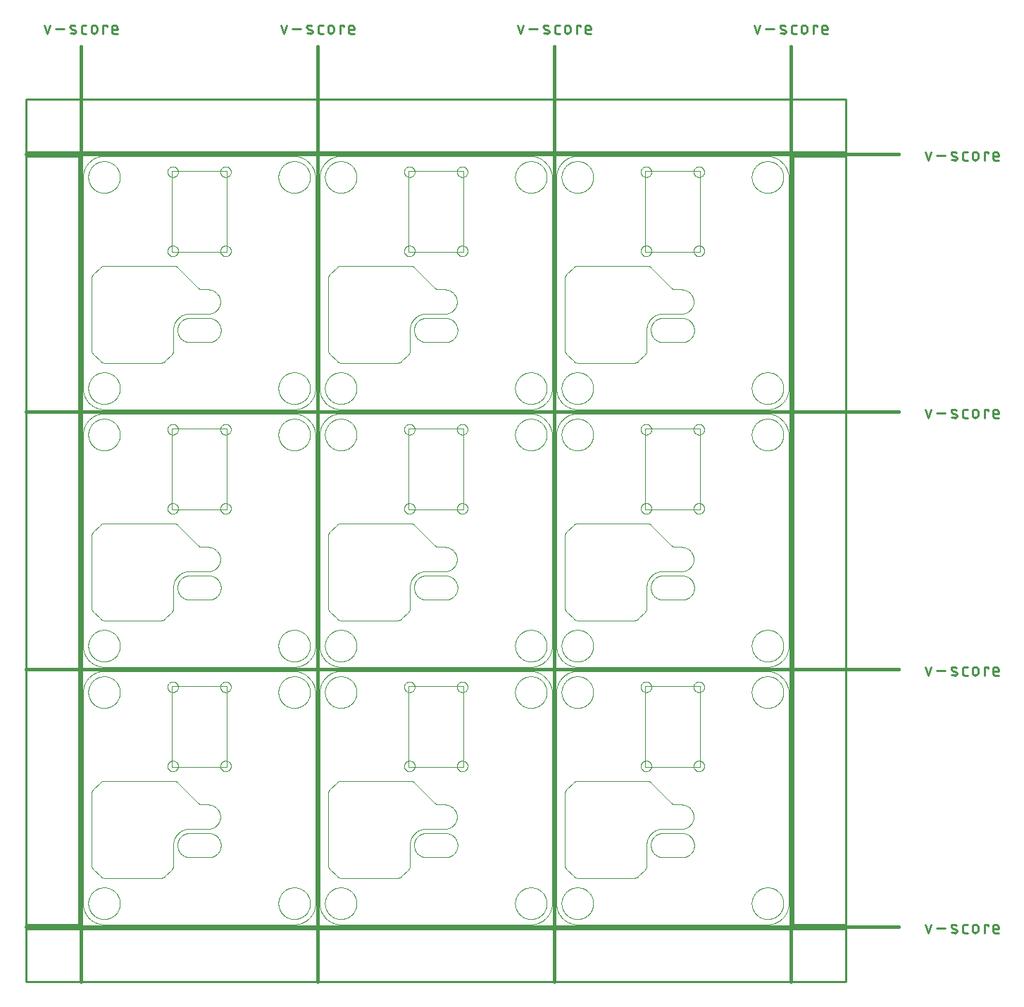
<source format=gko>
G04 EAGLE Gerber RS-274X export*
G75*
%MOMM*%
%FSLAX34Y34*%
%LPD*%
%IN*%
%IPPOS*%
%AMOC8*
5,1,8,0,0,1.08239X$1,22.5*%
G01*
%ADD10C,0.000000*%
%ADD11C,0.381000*%
%ADD12C,0.279400*%
%ADD13C,0.254000*%


D10*
X91Y279479D02*
X9Y25408D01*
X16Y24794D01*
X38Y24181D01*
X75Y23568D01*
X126Y22956D01*
X193Y22346D01*
X274Y21738D01*
X369Y21131D01*
X480Y20528D01*
X605Y19927D01*
X744Y19329D01*
X898Y18735D01*
X1066Y18144D01*
X1248Y17558D01*
X1445Y16977D01*
X1655Y16400D01*
X1880Y15829D01*
X2118Y15263D01*
X2369Y14703D01*
X2635Y14149D01*
X2913Y13602D01*
X3205Y13062D01*
X3509Y12529D01*
X3827Y12004D01*
X4157Y11486D01*
X4499Y10977D01*
X4853Y10476D01*
X5220Y9983D01*
X5598Y9500D01*
X5988Y9026D01*
X6390Y8562D01*
X6802Y8107D01*
X7225Y7662D01*
X7659Y7228D01*
X8104Y6805D01*
X8558Y6392D01*
X9022Y5990D01*
X9496Y5600D01*
X9979Y5221D01*
X10471Y4854D01*
X10972Y4500D01*
X11481Y4157D01*
X11998Y3827D01*
X12524Y3509D01*
X13056Y3204D01*
X13596Y2912D01*
X14143Y2633D01*
X14697Y2368D01*
X15256Y2116D01*
X15822Y1877D01*
X16393Y1652D01*
X16970Y1442D01*
X17551Y1245D01*
X18137Y1062D01*
X18727Y893D01*
X19321Y739D01*
X19919Y599D01*
X20520Y474D01*
X21124Y363D01*
X21730Y267D01*
X22338Y186D01*
X22949Y119D01*
X23560Y67D01*
X24173Y30D01*
X24786Y8D01*
X25400Y0D01*
X254000Y0D01*
X254622Y8D01*
X255243Y30D01*
X255864Y69D01*
X256483Y122D01*
X257101Y190D01*
X257717Y274D01*
X258331Y373D01*
X258943Y486D01*
X259551Y615D01*
X260156Y759D01*
X260757Y917D01*
X261354Y1090D01*
X261947Y1277D01*
X262535Y1480D01*
X263118Y1696D01*
X263696Y1927D01*
X264267Y2171D01*
X264833Y2430D01*
X265391Y2703D01*
X265944Y2989D01*
X266488Y3288D01*
X267026Y3601D01*
X267555Y3927D01*
X268077Y4266D01*
X268590Y4617D01*
X269094Y4981D01*
X269589Y5357D01*
X270075Y5746D01*
X270551Y6146D01*
X271017Y6557D01*
X271473Y6980D01*
X271918Y7414D01*
X272352Y7859D01*
X272776Y8314D01*
X273188Y8779D01*
X273589Y9255D01*
X273978Y9740D01*
X274355Y10234D01*
X274720Y10738D01*
X275072Y11250D01*
X275411Y11771D01*
X275738Y12300D01*
X276052Y12837D01*
X276352Y13382D01*
X276639Y13933D01*
X276912Y14492D01*
X277172Y15057D01*
X277418Y15628D01*
X277649Y16205D01*
X277866Y16788D01*
X278069Y17375D01*
X278258Y17968D01*
X278432Y18565D01*
X278591Y19166D01*
X278736Y19771D01*
X278865Y20379D01*
X278980Y20990D01*
X279079Y21604D01*
X279164Y22220D01*
X279233Y22838D01*
X279288Y23457D01*
X279327Y24077D01*
X279350Y24699D01*
X279359Y25321D01*
X279440Y277908D01*
X279432Y278558D01*
X279409Y279207D01*
X279370Y279855D01*
X279316Y280503D01*
X279246Y281149D01*
X279160Y281793D01*
X279059Y282434D01*
X278942Y283073D01*
X278810Y283709D01*
X278662Y284342D01*
X278499Y284971D01*
X278321Y285596D01*
X278128Y286216D01*
X277920Y286832D01*
X277698Y287442D01*
X277460Y288047D01*
X277208Y288646D01*
X276942Y289238D01*
X276661Y289824D01*
X276366Y290403D01*
X276058Y290975D01*
X275736Y291539D01*
X275400Y292095D01*
X275050Y292643D01*
X274688Y293182D01*
X274313Y293712D01*
X273925Y294233D01*
X273524Y294745D01*
X273112Y295247D01*
X272687Y295738D01*
X272250Y296219D01*
X271802Y296690D01*
X271343Y297149D01*
X270873Y297598D01*
X270392Y298035D01*
X269901Y298460D01*
X269399Y298873D01*
X268888Y299274D01*
X268367Y299662D01*
X267837Y300038D01*
X267298Y300400D01*
X266751Y300750D01*
X266195Y301086D01*
X265631Y301409D01*
X265059Y301718D01*
X264481Y302013D01*
X263895Y302294D01*
X263303Y302561D01*
X262704Y302813D01*
X262099Y303051D01*
X261489Y303274D01*
X260874Y303483D01*
X260254Y303676D01*
X259629Y303854D01*
X259000Y304018D01*
X258368Y304166D01*
X257732Y304298D01*
X257093Y304415D01*
X256451Y304517D01*
X255807Y304603D01*
X255161Y304674D01*
X254514Y304729D01*
X253865Y304768D01*
X253216Y304792D01*
X252566Y304800D01*
X252567Y304800D02*
X25400Y304800D01*
X24788Y304793D01*
X24177Y304770D01*
X23566Y304733D01*
X22957Y304682D01*
X22348Y304615D01*
X21742Y304534D01*
X21138Y304439D01*
X20536Y304328D01*
X19937Y304203D01*
X19341Y304064D01*
X18749Y303911D01*
X18161Y303743D01*
X17577Y303561D01*
X16997Y303364D01*
X16423Y303154D01*
X15853Y302930D01*
X15290Y302693D01*
X14732Y302442D01*
X14180Y302177D01*
X13635Y301899D01*
X13097Y301608D01*
X12566Y301305D01*
X12042Y300988D01*
X11527Y300659D01*
X11019Y300317D01*
X10520Y299964D01*
X10030Y299598D01*
X9548Y299221D01*
X9076Y298832D01*
X8613Y298432D01*
X8160Y298020D01*
X7717Y297598D01*
X7285Y297165D01*
X6863Y296722D01*
X6452Y296269D01*
X6052Y295806D01*
X5663Y295334D01*
X5286Y294852D01*
X4921Y294362D01*
X4567Y293862D01*
X4226Y293355D01*
X3897Y292839D01*
X3581Y292315D01*
X3277Y291784D01*
X2986Y291246D01*
X2709Y290700D01*
X2444Y290149D01*
X2193Y289591D01*
X1956Y289027D01*
X1733Y288457D01*
X1523Y287883D01*
X1327Y287303D01*
X1145Y286719D01*
X977Y286131D01*
X824Y285538D01*
X685Y284943D01*
X561Y284344D01*
X451Y283742D01*
X355Y283137D01*
X274Y282531D01*
X208Y281923D01*
X157Y281313D01*
X120Y280703D01*
X98Y280091D01*
X91Y279479D01*
X101600Y285750D02*
X101602Y285909D01*
X101608Y286068D01*
X101618Y286226D01*
X101632Y286385D01*
X101650Y286543D01*
X101671Y286700D01*
X101697Y286857D01*
X101727Y287013D01*
X101760Y287169D01*
X101798Y287323D01*
X101839Y287477D01*
X101884Y287629D01*
X101933Y287780D01*
X101986Y287930D01*
X102042Y288079D01*
X102103Y288226D01*
X102166Y288371D01*
X102234Y288515D01*
X102305Y288658D01*
X102379Y288798D01*
X102457Y288936D01*
X102539Y289073D01*
X102624Y289207D01*
X102712Y289340D01*
X102803Y289470D01*
X102898Y289597D01*
X102996Y289722D01*
X103097Y289845D01*
X103201Y289965D01*
X103308Y290083D01*
X103418Y290198D01*
X103531Y290310D01*
X103646Y290419D01*
X103764Y290525D01*
X103885Y290629D01*
X104009Y290729D01*
X104134Y290826D01*
X104263Y290920D01*
X104393Y291010D01*
X104526Y291098D01*
X104661Y291182D01*
X104798Y291262D01*
X104937Y291340D01*
X105078Y291413D01*
X105220Y291483D01*
X105365Y291550D01*
X105511Y291613D01*
X105658Y291672D01*
X105807Y291728D01*
X105958Y291779D01*
X106109Y291827D01*
X106262Y291871D01*
X106416Y291912D01*
X106570Y291948D01*
X106726Y291981D01*
X106882Y292010D01*
X107039Y292034D01*
X107197Y292055D01*
X107355Y292072D01*
X107513Y292085D01*
X107672Y292094D01*
X107831Y292099D01*
X107990Y292100D01*
X108149Y292097D01*
X108307Y292090D01*
X108466Y292079D01*
X108624Y292064D01*
X108782Y292045D01*
X108939Y292022D01*
X109096Y291996D01*
X109252Y291965D01*
X109407Y291931D01*
X109561Y291892D01*
X109715Y291850D01*
X109867Y291804D01*
X110018Y291754D01*
X110167Y291700D01*
X110316Y291643D01*
X110462Y291582D01*
X110608Y291517D01*
X110751Y291449D01*
X110893Y291377D01*
X111033Y291301D01*
X111171Y291223D01*
X111307Y291140D01*
X111441Y291055D01*
X111572Y290966D01*
X111702Y290873D01*
X111829Y290778D01*
X111953Y290679D01*
X112076Y290577D01*
X112195Y290473D01*
X112312Y290365D01*
X112426Y290254D01*
X112537Y290141D01*
X112646Y290025D01*
X112751Y289906D01*
X112854Y289784D01*
X112953Y289660D01*
X113050Y289534D01*
X113143Y289405D01*
X113233Y289274D01*
X113319Y289140D01*
X113402Y289005D01*
X113482Y288867D01*
X113558Y288728D01*
X113631Y288587D01*
X113700Y288444D01*
X113766Y288299D01*
X113828Y288152D01*
X113886Y288005D01*
X113941Y287855D01*
X113992Y287705D01*
X114039Y287553D01*
X114082Y287400D01*
X114121Y287246D01*
X114157Y287091D01*
X114188Y286935D01*
X114216Y286779D01*
X114240Y286622D01*
X114260Y286464D01*
X114276Y286306D01*
X114288Y286147D01*
X114296Y285988D01*
X114300Y285829D01*
X114300Y285671D01*
X114296Y285512D01*
X114288Y285353D01*
X114276Y285194D01*
X114260Y285036D01*
X114240Y284878D01*
X114216Y284721D01*
X114188Y284565D01*
X114157Y284409D01*
X114121Y284254D01*
X114082Y284100D01*
X114039Y283947D01*
X113992Y283795D01*
X113941Y283645D01*
X113886Y283495D01*
X113828Y283348D01*
X113766Y283201D01*
X113700Y283056D01*
X113631Y282913D01*
X113558Y282772D01*
X113482Y282633D01*
X113402Y282495D01*
X113319Y282360D01*
X113233Y282226D01*
X113143Y282095D01*
X113050Y281966D01*
X112953Y281840D01*
X112854Y281716D01*
X112751Y281594D01*
X112646Y281475D01*
X112537Y281359D01*
X112426Y281246D01*
X112312Y281135D01*
X112195Y281027D01*
X112076Y280923D01*
X111953Y280821D01*
X111829Y280722D01*
X111702Y280627D01*
X111572Y280534D01*
X111441Y280445D01*
X111307Y280360D01*
X111171Y280277D01*
X111033Y280199D01*
X110893Y280123D01*
X110751Y280051D01*
X110608Y279983D01*
X110462Y279918D01*
X110316Y279857D01*
X110167Y279800D01*
X110018Y279746D01*
X109867Y279696D01*
X109715Y279650D01*
X109561Y279608D01*
X109407Y279569D01*
X109252Y279535D01*
X109096Y279504D01*
X108939Y279478D01*
X108782Y279455D01*
X108624Y279436D01*
X108466Y279421D01*
X108307Y279410D01*
X108149Y279403D01*
X107990Y279400D01*
X107831Y279401D01*
X107672Y279406D01*
X107513Y279415D01*
X107355Y279428D01*
X107197Y279445D01*
X107039Y279466D01*
X106882Y279490D01*
X106726Y279519D01*
X106570Y279552D01*
X106416Y279588D01*
X106262Y279629D01*
X106109Y279673D01*
X105958Y279721D01*
X105807Y279772D01*
X105658Y279828D01*
X105511Y279887D01*
X105365Y279950D01*
X105220Y280017D01*
X105078Y280087D01*
X104937Y280160D01*
X104798Y280238D01*
X104661Y280318D01*
X104526Y280402D01*
X104393Y280490D01*
X104263Y280580D01*
X104134Y280674D01*
X104009Y280771D01*
X103885Y280871D01*
X103764Y280975D01*
X103646Y281081D01*
X103531Y281190D01*
X103418Y281302D01*
X103308Y281417D01*
X103201Y281535D01*
X103097Y281655D01*
X102996Y281778D01*
X102898Y281903D01*
X102803Y282030D01*
X102712Y282160D01*
X102624Y282293D01*
X102539Y282427D01*
X102457Y282564D01*
X102379Y282702D01*
X102305Y282842D01*
X102234Y282985D01*
X102166Y283129D01*
X102103Y283274D01*
X102042Y283421D01*
X101986Y283570D01*
X101933Y283720D01*
X101884Y283871D01*
X101839Y284023D01*
X101798Y284177D01*
X101760Y284331D01*
X101727Y284487D01*
X101697Y284643D01*
X101671Y284800D01*
X101650Y284957D01*
X101632Y285115D01*
X101618Y285274D01*
X101608Y285432D01*
X101602Y285591D01*
X101600Y285750D01*
X165100Y285750D02*
X165102Y285909D01*
X165108Y286068D01*
X165118Y286226D01*
X165132Y286385D01*
X165150Y286543D01*
X165171Y286700D01*
X165197Y286857D01*
X165227Y287013D01*
X165260Y287169D01*
X165298Y287323D01*
X165339Y287477D01*
X165384Y287629D01*
X165433Y287780D01*
X165486Y287930D01*
X165542Y288079D01*
X165603Y288226D01*
X165666Y288371D01*
X165734Y288515D01*
X165805Y288658D01*
X165879Y288798D01*
X165957Y288936D01*
X166039Y289073D01*
X166124Y289207D01*
X166212Y289340D01*
X166303Y289470D01*
X166398Y289597D01*
X166496Y289722D01*
X166597Y289845D01*
X166701Y289965D01*
X166808Y290083D01*
X166918Y290198D01*
X167031Y290310D01*
X167146Y290419D01*
X167264Y290525D01*
X167385Y290629D01*
X167509Y290729D01*
X167634Y290826D01*
X167763Y290920D01*
X167893Y291010D01*
X168026Y291098D01*
X168161Y291182D01*
X168298Y291262D01*
X168437Y291340D01*
X168578Y291413D01*
X168720Y291483D01*
X168865Y291550D01*
X169011Y291613D01*
X169158Y291672D01*
X169307Y291728D01*
X169458Y291779D01*
X169609Y291827D01*
X169762Y291871D01*
X169916Y291912D01*
X170070Y291948D01*
X170226Y291981D01*
X170382Y292010D01*
X170539Y292034D01*
X170697Y292055D01*
X170855Y292072D01*
X171013Y292085D01*
X171172Y292094D01*
X171331Y292099D01*
X171490Y292100D01*
X171649Y292097D01*
X171807Y292090D01*
X171966Y292079D01*
X172124Y292064D01*
X172282Y292045D01*
X172439Y292022D01*
X172596Y291996D01*
X172752Y291965D01*
X172907Y291931D01*
X173061Y291892D01*
X173215Y291850D01*
X173367Y291804D01*
X173518Y291754D01*
X173667Y291700D01*
X173816Y291643D01*
X173962Y291582D01*
X174108Y291517D01*
X174251Y291449D01*
X174393Y291377D01*
X174533Y291301D01*
X174671Y291223D01*
X174807Y291140D01*
X174941Y291055D01*
X175072Y290966D01*
X175202Y290873D01*
X175329Y290778D01*
X175453Y290679D01*
X175576Y290577D01*
X175695Y290473D01*
X175812Y290365D01*
X175926Y290254D01*
X176037Y290141D01*
X176146Y290025D01*
X176251Y289906D01*
X176354Y289784D01*
X176453Y289660D01*
X176550Y289534D01*
X176643Y289405D01*
X176733Y289274D01*
X176819Y289140D01*
X176902Y289005D01*
X176982Y288867D01*
X177058Y288728D01*
X177131Y288587D01*
X177200Y288444D01*
X177266Y288299D01*
X177328Y288152D01*
X177386Y288005D01*
X177441Y287855D01*
X177492Y287705D01*
X177539Y287553D01*
X177582Y287400D01*
X177621Y287246D01*
X177657Y287091D01*
X177688Y286935D01*
X177716Y286779D01*
X177740Y286622D01*
X177760Y286464D01*
X177776Y286306D01*
X177788Y286147D01*
X177796Y285988D01*
X177800Y285829D01*
X177800Y285671D01*
X177796Y285512D01*
X177788Y285353D01*
X177776Y285194D01*
X177760Y285036D01*
X177740Y284878D01*
X177716Y284721D01*
X177688Y284565D01*
X177657Y284409D01*
X177621Y284254D01*
X177582Y284100D01*
X177539Y283947D01*
X177492Y283795D01*
X177441Y283645D01*
X177386Y283495D01*
X177328Y283348D01*
X177266Y283201D01*
X177200Y283056D01*
X177131Y282913D01*
X177058Y282772D01*
X176982Y282633D01*
X176902Y282495D01*
X176819Y282360D01*
X176733Y282226D01*
X176643Y282095D01*
X176550Y281966D01*
X176453Y281840D01*
X176354Y281716D01*
X176251Y281594D01*
X176146Y281475D01*
X176037Y281359D01*
X175926Y281246D01*
X175812Y281135D01*
X175695Y281027D01*
X175576Y280923D01*
X175453Y280821D01*
X175329Y280722D01*
X175202Y280627D01*
X175072Y280534D01*
X174941Y280445D01*
X174807Y280360D01*
X174671Y280277D01*
X174533Y280199D01*
X174393Y280123D01*
X174251Y280051D01*
X174108Y279983D01*
X173962Y279918D01*
X173816Y279857D01*
X173667Y279800D01*
X173518Y279746D01*
X173367Y279696D01*
X173215Y279650D01*
X173061Y279608D01*
X172907Y279569D01*
X172752Y279535D01*
X172596Y279504D01*
X172439Y279478D01*
X172282Y279455D01*
X172124Y279436D01*
X171966Y279421D01*
X171807Y279410D01*
X171649Y279403D01*
X171490Y279400D01*
X171331Y279401D01*
X171172Y279406D01*
X171013Y279415D01*
X170855Y279428D01*
X170697Y279445D01*
X170539Y279466D01*
X170382Y279490D01*
X170226Y279519D01*
X170070Y279552D01*
X169916Y279588D01*
X169762Y279629D01*
X169609Y279673D01*
X169458Y279721D01*
X169307Y279772D01*
X169158Y279828D01*
X169011Y279887D01*
X168865Y279950D01*
X168720Y280017D01*
X168578Y280087D01*
X168437Y280160D01*
X168298Y280238D01*
X168161Y280318D01*
X168026Y280402D01*
X167893Y280490D01*
X167763Y280580D01*
X167634Y280674D01*
X167509Y280771D01*
X167385Y280871D01*
X167264Y280975D01*
X167146Y281081D01*
X167031Y281190D01*
X166918Y281302D01*
X166808Y281417D01*
X166701Y281535D01*
X166597Y281655D01*
X166496Y281778D01*
X166398Y281903D01*
X166303Y282030D01*
X166212Y282160D01*
X166124Y282293D01*
X166039Y282427D01*
X165957Y282564D01*
X165879Y282702D01*
X165805Y282842D01*
X165734Y282985D01*
X165666Y283129D01*
X165603Y283274D01*
X165542Y283421D01*
X165486Y283570D01*
X165433Y283720D01*
X165384Y283871D01*
X165339Y284023D01*
X165298Y284177D01*
X165260Y284331D01*
X165227Y284487D01*
X165197Y284643D01*
X165171Y284800D01*
X165150Y284957D01*
X165132Y285115D01*
X165118Y285274D01*
X165108Y285432D01*
X165102Y285591D01*
X165100Y285750D01*
X101600Y190500D02*
X101602Y190659D01*
X101608Y190818D01*
X101618Y190976D01*
X101632Y191135D01*
X101650Y191293D01*
X101671Y191450D01*
X101697Y191607D01*
X101727Y191763D01*
X101760Y191919D01*
X101798Y192073D01*
X101839Y192227D01*
X101884Y192379D01*
X101933Y192530D01*
X101986Y192680D01*
X102042Y192829D01*
X102103Y192976D01*
X102166Y193121D01*
X102234Y193265D01*
X102305Y193408D01*
X102379Y193548D01*
X102457Y193686D01*
X102539Y193823D01*
X102624Y193957D01*
X102712Y194090D01*
X102803Y194220D01*
X102898Y194347D01*
X102996Y194472D01*
X103097Y194595D01*
X103201Y194715D01*
X103308Y194833D01*
X103418Y194948D01*
X103531Y195060D01*
X103646Y195169D01*
X103764Y195275D01*
X103885Y195379D01*
X104009Y195479D01*
X104134Y195576D01*
X104263Y195670D01*
X104393Y195760D01*
X104526Y195848D01*
X104661Y195932D01*
X104798Y196012D01*
X104937Y196090D01*
X105078Y196163D01*
X105220Y196233D01*
X105365Y196300D01*
X105511Y196363D01*
X105658Y196422D01*
X105807Y196478D01*
X105958Y196529D01*
X106109Y196577D01*
X106262Y196621D01*
X106416Y196662D01*
X106570Y196698D01*
X106726Y196731D01*
X106882Y196760D01*
X107039Y196784D01*
X107197Y196805D01*
X107355Y196822D01*
X107513Y196835D01*
X107672Y196844D01*
X107831Y196849D01*
X107990Y196850D01*
X108149Y196847D01*
X108307Y196840D01*
X108466Y196829D01*
X108624Y196814D01*
X108782Y196795D01*
X108939Y196772D01*
X109096Y196746D01*
X109252Y196715D01*
X109407Y196681D01*
X109561Y196642D01*
X109715Y196600D01*
X109867Y196554D01*
X110018Y196504D01*
X110167Y196450D01*
X110316Y196393D01*
X110462Y196332D01*
X110608Y196267D01*
X110751Y196199D01*
X110893Y196127D01*
X111033Y196051D01*
X111171Y195973D01*
X111307Y195890D01*
X111441Y195805D01*
X111572Y195716D01*
X111702Y195623D01*
X111829Y195528D01*
X111953Y195429D01*
X112076Y195327D01*
X112195Y195223D01*
X112312Y195115D01*
X112426Y195004D01*
X112537Y194891D01*
X112646Y194775D01*
X112751Y194656D01*
X112854Y194534D01*
X112953Y194410D01*
X113050Y194284D01*
X113143Y194155D01*
X113233Y194024D01*
X113319Y193890D01*
X113402Y193755D01*
X113482Y193617D01*
X113558Y193478D01*
X113631Y193337D01*
X113700Y193194D01*
X113766Y193049D01*
X113828Y192902D01*
X113886Y192755D01*
X113941Y192605D01*
X113992Y192455D01*
X114039Y192303D01*
X114082Y192150D01*
X114121Y191996D01*
X114157Y191841D01*
X114188Y191685D01*
X114216Y191529D01*
X114240Y191372D01*
X114260Y191214D01*
X114276Y191056D01*
X114288Y190897D01*
X114296Y190738D01*
X114300Y190579D01*
X114300Y190421D01*
X114296Y190262D01*
X114288Y190103D01*
X114276Y189944D01*
X114260Y189786D01*
X114240Y189628D01*
X114216Y189471D01*
X114188Y189315D01*
X114157Y189159D01*
X114121Y189004D01*
X114082Y188850D01*
X114039Y188697D01*
X113992Y188545D01*
X113941Y188395D01*
X113886Y188245D01*
X113828Y188098D01*
X113766Y187951D01*
X113700Y187806D01*
X113631Y187663D01*
X113558Y187522D01*
X113482Y187383D01*
X113402Y187245D01*
X113319Y187110D01*
X113233Y186976D01*
X113143Y186845D01*
X113050Y186716D01*
X112953Y186590D01*
X112854Y186466D01*
X112751Y186344D01*
X112646Y186225D01*
X112537Y186109D01*
X112426Y185996D01*
X112312Y185885D01*
X112195Y185777D01*
X112076Y185673D01*
X111953Y185571D01*
X111829Y185472D01*
X111702Y185377D01*
X111572Y185284D01*
X111441Y185195D01*
X111307Y185110D01*
X111171Y185027D01*
X111033Y184949D01*
X110893Y184873D01*
X110751Y184801D01*
X110608Y184733D01*
X110462Y184668D01*
X110316Y184607D01*
X110167Y184550D01*
X110018Y184496D01*
X109867Y184446D01*
X109715Y184400D01*
X109561Y184358D01*
X109407Y184319D01*
X109252Y184285D01*
X109096Y184254D01*
X108939Y184228D01*
X108782Y184205D01*
X108624Y184186D01*
X108466Y184171D01*
X108307Y184160D01*
X108149Y184153D01*
X107990Y184150D01*
X107831Y184151D01*
X107672Y184156D01*
X107513Y184165D01*
X107355Y184178D01*
X107197Y184195D01*
X107039Y184216D01*
X106882Y184240D01*
X106726Y184269D01*
X106570Y184302D01*
X106416Y184338D01*
X106262Y184379D01*
X106109Y184423D01*
X105958Y184471D01*
X105807Y184522D01*
X105658Y184578D01*
X105511Y184637D01*
X105365Y184700D01*
X105220Y184767D01*
X105078Y184837D01*
X104937Y184910D01*
X104798Y184988D01*
X104661Y185068D01*
X104526Y185152D01*
X104393Y185240D01*
X104263Y185330D01*
X104134Y185424D01*
X104009Y185521D01*
X103885Y185621D01*
X103764Y185725D01*
X103646Y185831D01*
X103531Y185940D01*
X103418Y186052D01*
X103308Y186167D01*
X103201Y186285D01*
X103097Y186405D01*
X102996Y186528D01*
X102898Y186653D01*
X102803Y186780D01*
X102712Y186910D01*
X102624Y187043D01*
X102539Y187177D01*
X102457Y187314D01*
X102379Y187452D01*
X102305Y187592D01*
X102234Y187735D01*
X102166Y187879D01*
X102103Y188024D01*
X102042Y188171D01*
X101986Y188320D01*
X101933Y188470D01*
X101884Y188621D01*
X101839Y188773D01*
X101798Y188927D01*
X101760Y189081D01*
X101727Y189237D01*
X101697Y189393D01*
X101671Y189550D01*
X101650Y189707D01*
X101632Y189865D01*
X101618Y190024D01*
X101608Y190182D01*
X101602Y190341D01*
X101600Y190500D01*
X165100Y190500D02*
X165102Y190659D01*
X165108Y190818D01*
X165118Y190976D01*
X165132Y191135D01*
X165150Y191293D01*
X165171Y191450D01*
X165197Y191607D01*
X165227Y191763D01*
X165260Y191919D01*
X165298Y192073D01*
X165339Y192227D01*
X165384Y192379D01*
X165433Y192530D01*
X165486Y192680D01*
X165542Y192829D01*
X165603Y192976D01*
X165666Y193121D01*
X165734Y193265D01*
X165805Y193408D01*
X165879Y193548D01*
X165957Y193686D01*
X166039Y193823D01*
X166124Y193957D01*
X166212Y194090D01*
X166303Y194220D01*
X166398Y194347D01*
X166496Y194472D01*
X166597Y194595D01*
X166701Y194715D01*
X166808Y194833D01*
X166918Y194948D01*
X167031Y195060D01*
X167146Y195169D01*
X167264Y195275D01*
X167385Y195379D01*
X167509Y195479D01*
X167634Y195576D01*
X167763Y195670D01*
X167893Y195760D01*
X168026Y195848D01*
X168161Y195932D01*
X168298Y196012D01*
X168437Y196090D01*
X168578Y196163D01*
X168720Y196233D01*
X168865Y196300D01*
X169011Y196363D01*
X169158Y196422D01*
X169307Y196478D01*
X169458Y196529D01*
X169609Y196577D01*
X169762Y196621D01*
X169916Y196662D01*
X170070Y196698D01*
X170226Y196731D01*
X170382Y196760D01*
X170539Y196784D01*
X170697Y196805D01*
X170855Y196822D01*
X171013Y196835D01*
X171172Y196844D01*
X171331Y196849D01*
X171490Y196850D01*
X171649Y196847D01*
X171807Y196840D01*
X171966Y196829D01*
X172124Y196814D01*
X172282Y196795D01*
X172439Y196772D01*
X172596Y196746D01*
X172752Y196715D01*
X172907Y196681D01*
X173061Y196642D01*
X173215Y196600D01*
X173367Y196554D01*
X173518Y196504D01*
X173667Y196450D01*
X173816Y196393D01*
X173962Y196332D01*
X174108Y196267D01*
X174251Y196199D01*
X174393Y196127D01*
X174533Y196051D01*
X174671Y195973D01*
X174807Y195890D01*
X174941Y195805D01*
X175072Y195716D01*
X175202Y195623D01*
X175329Y195528D01*
X175453Y195429D01*
X175576Y195327D01*
X175695Y195223D01*
X175812Y195115D01*
X175926Y195004D01*
X176037Y194891D01*
X176146Y194775D01*
X176251Y194656D01*
X176354Y194534D01*
X176453Y194410D01*
X176550Y194284D01*
X176643Y194155D01*
X176733Y194024D01*
X176819Y193890D01*
X176902Y193755D01*
X176982Y193617D01*
X177058Y193478D01*
X177131Y193337D01*
X177200Y193194D01*
X177266Y193049D01*
X177328Y192902D01*
X177386Y192755D01*
X177441Y192605D01*
X177492Y192455D01*
X177539Y192303D01*
X177582Y192150D01*
X177621Y191996D01*
X177657Y191841D01*
X177688Y191685D01*
X177716Y191529D01*
X177740Y191372D01*
X177760Y191214D01*
X177776Y191056D01*
X177788Y190897D01*
X177796Y190738D01*
X177800Y190579D01*
X177800Y190421D01*
X177796Y190262D01*
X177788Y190103D01*
X177776Y189944D01*
X177760Y189786D01*
X177740Y189628D01*
X177716Y189471D01*
X177688Y189315D01*
X177657Y189159D01*
X177621Y189004D01*
X177582Y188850D01*
X177539Y188697D01*
X177492Y188545D01*
X177441Y188395D01*
X177386Y188245D01*
X177328Y188098D01*
X177266Y187951D01*
X177200Y187806D01*
X177131Y187663D01*
X177058Y187522D01*
X176982Y187383D01*
X176902Y187245D01*
X176819Y187110D01*
X176733Y186976D01*
X176643Y186845D01*
X176550Y186716D01*
X176453Y186590D01*
X176354Y186466D01*
X176251Y186344D01*
X176146Y186225D01*
X176037Y186109D01*
X175926Y185996D01*
X175812Y185885D01*
X175695Y185777D01*
X175576Y185673D01*
X175453Y185571D01*
X175329Y185472D01*
X175202Y185377D01*
X175072Y185284D01*
X174941Y185195D01*
X174807Y185110D01*
X174671Y185027D01*
X174533Y184949D01*
X174393Y184873D01*
X174251Y184801D01*
X174108Y184733D01*
X173962Y184668D01*
X173816Y184607D01*
X173667Y184550D01*
X173518Y184496D01*
X173367Y184446D01*
X173215Y184400D01*
X173061Y184358D01*
X172907Y184319D01*
X172752Y184285D01*
X172596Y184254D01*
X172439Y184228D01*
X172282Y184205D01*
X172124Y184186D01*
X171966Y184171D01*
X171807Y184160D01*
X171649Y184153D01*
X171490Y184150D01*
X171331Y184151D01*
X171172Y184156D01*
X171013Y184165D01*
X170855Y184178D01*
X170697Y184195D01*
X170539Y184216D01*
X170382Y184240D01*
X170226Y184269D01*
X170070Y184302D01*
X169916Y184338D01*
X169762Y184379D01*
X169609Y184423D01*
X169458Y184471D01*
X169307Y184522D01*
X169158Y184578D01*
X169011Y184637D01*
X168865Y184700D01*
X168720Y184767D01*
X168578Y184837D01*
X168437Y184910D01*
X168298Y184988D01*
X168161Y185068D01*
X168026Y185152D01*
X167893Y185240D01*
X167763Y185330D01*
X167634Y185424D01*
X167509Y185521D01*
X167385Y185621D01*
X167264Y185725D01*
X167146Y185831D01*
X167031Y185940D01*
X166918Y186052D01*
X166808Y186167D01*
X166701Y186285D01*
X166597Y186405D01*
X166496Y186528D01*
X166398Y186653D01*
X166303Y186780D01*
X166212Y186910D01*
X166124Y187043D01*
X166039Y187177D01*
X165957Y187314D01*
X165879Y187452D01*
X165805Y187592D01*
X165734Y187735D01*
X165666Y187879D01*
X165603Y188024D01*
X165542Y188171D01*
X165486Y188320D01*
X165433Y188470D01*
X165384Y188621D01*
X165339Y188773D01*
X165298Y188927D01*
X165260Y189081D01*
X165227Y189237D01*
X165197Y189393D01*
X165171Y189550D01*
X165150Y189707D01*
X165132Y189865D01*
X165118Y190024D01*
X165108Y190182D01*
X165102Y190341D01*
X165100Y190500D01*
X106680Y189230D02*
X106680Y287020D01*
X106680Y189230D02*
X172720Y189230D01*
X172720Y287020D01*
X106680Y287020D01*
X127635Y109855D02*
X150495Y109855D01*
X150495Y109856D02*
X150862Y109859D01*
X151228Y109853D01*
X151594Y109839D01*
X151960Y109815D01*
X152325Y109782D01*
X152689Y109741D01*
X153051Y109690D01*
X153413Y109631D01*
X153773Y109563D01*
X154131Y109486D01*
X154487Y109400D01*
X154841Y109305D01*
X155192Y109202D01*
X155541Y109090D01*
X155887Y108970D01*
X156230Y108841D01*
X156570Y108704D01*
X156906Y108559D01*
X157239Y108405D01*
X157567Y108243D01*
X157892Y108073D01*
X158212Y107896D01*
X158528Y107710D01*
X158840Y107517D01*
X159146Y107316D01*
X159447Y107108D01*
X159744Y106893D01*
X160034Y106670D01*
X160320Y106440D01*
X160599Y106203D01*
X160873Y105960D01*
X161140Y105709D01*
X161402Y105453D01*
X161657Y105190D01*
X161905Y104920D01*
X162147Y104645D01*
X162382Y104364D01*
X162610Y104077D01*
X162831Y103785D01*
X163044Y103488D01*
X163251Y103185D01*
X163449Y102877D01*
X163640Y102565D01*
X163824Y102247D01*
X163999Y101926D01*
X164167Y101600D01*
X164327Y101271D01*
X164478Y100937D01*
X164621Y100600D01*
X164756Y100259D01*
X164883Y99915D01*
X165001Y99569D01*
X165110Y99219D01*
X165211Y98867D01*
X165303Y98512D01*
X165387Y98156D01*
X165462Y97797D01*
X165528Y97437D01*
X165585Y97075D01*
X165633Y96712D01*
X165672Y96347D01*
X165702Y95982D01*
X165723Y95617D01*
X165736Y95251D01*
X165735Y95250D02*
X165731Y94897D01*
X165718Y94544D01*
X165697Y94192D01*
X165667Y93840D01*
X165629Y93490D01*
X165582Y93140D01*
X165527Y92791D01*
X165463Y92444D01*
X165391Y92098D01*
X165311Y91755D01*
X165222Y91413D01*
X165125Y91074D01*
X165020Y90737D01*
X164907Y90402D01*
X164786Y90071D01*
X164657Y89743D01*
X164520Y89417D01*
X164375Y89095D01*
X164222Y88777D01*
X164062Y88463D01*
X163894Y88152D01*
X163719Y87846D01*
X163536Y87544D01*
X163347Y87246D01*
X163150Y86953D01*
X162946Y86665D01*
X162735Y86382D01*
X162517Y86105D01*
X162293Y85832D01*
X162062Y85565D01*
X161825Y85304D01*
X161581Y85048D01*
X161332Y84799D01*
X161076Y84555D01*
X160815Y84318D01*
X160548Y84087D01*
X160275Y83863D01*
X159998Y83645D01*
X159715Y83434D01*
X159427Y83230D01*
X159134Y83033D01*
X158836Y82844D01*
X158534Y82661D01*
X158228Y82486D01*
X157917Y82318D01*
X157603Y82158D01*
X157285Y82005D01*
X156963Y81860D01*
X156637Y81723D01*
X156309Y81594D01*
X155978Y81473D01*
X155643Y81360D01*
X155306Y81255D01*
X154967Y81158D01*
X154625Y81069D01*
X154282Y80989D01*
X153936Y80917D01*
X153589Y80853D01*
X153240Y80798D01*
X152890Y80751D01*
X152540Y80713D01*
X152188Y80683D01*
X151836Y80662D01*
X151483Y80649D01*
X151130Y80645D01*
X128270Y80645D01*
X127917Y80649D01*
X127564Y80662D01*
X127212Y80683D01*
X126860Y80713D01*
X126510Y80751D01*
X126160Y80798D01*
X125811Y80853D01*
X125464Y80917D01*
X125118Y80989D01*
X124775Y81069D01*
X124433Y81158D01*
X124094Y81255D01*
X123757Y81360D01*
X123422Y81473D01*
X123091Y81594D01*
X122763Y81723D01*
X122437Y81860D01*
X122115Y82005D01*
X121797Y82158D01*
X121483Y82318D01*
X121172Y82486D01*
X120866Y82661D01*
X120564Y82844D01*
X120266Y83033D01*
X119973Y83230D01*
X119685Y83434D01*
X119402Y83645D01*
X119125Y83863D01*
X118852Y84087D01*
X118585Y84318D01*
X118324Y84555D01*
X118068Y84799D01*
X117819Y85048D01*
X117575Y85304D01*
X117338Y85565D01*
X117107Y85832D01*
X116883Y86105D01*
X116665Y86382D01*
X116454Y86665D01*
X116250Y86953D01*
X116053Y87246D01*
X115864Y87544D01*
X115681Y87846D01*
X115506Y88152D01*
X115338Y88463D01*
X115178Y88777D01*
X115025Y89095D01*
X114880Y89417D01*
X114743Y89743D01*
X114614Y90071D01*
X114493Y90402D01*
X114380Y90737D01*
X114275Y91074D01*
X114178Y91413D01*
X114089Y91755D01*
X114009Y92098D01*
X113937Y92444D01*
X113873Y92791D01*
X113818Y93140D01*
X113771Y93490D01*
X113733Y93840D01*
X113703Y94192D01*
X113682Y94544D01*
X113669Y94897D01*
X113665Y95250D01*
X113666Y95251D02*
X113662Y95601D01*
X113667Y95952D01*
X113681Y96302D01*
X113703Y96652D01*
X113734Y97002D01*
X113774Y97350D01*
X113822Y97698D01*
X113878Y98044D01*
X113943Y98389D01*
X114017Y98732D01*
X114098Y99073D01*
X114189Y99412D01*
X114287Y99748D01*
X114394Y100082D01*
X114509Y100414D01*
X114632Y100742D01*
X114763Y101068D01*
X114902Y101390D01*
X115048Y101708D01*
X115203Y102023D01*
X115365Y102334D01*
X115535Y102641D01*
X115712Y102944D01*
X115897Y103242D01*
X116089Y103535D01*
X116288Y103824D01*
X116494Y104108D01*
X116707Y104386D01*
X116927Y104660D01*
X117153Y104928D01*
X117386Y105190D01*
X117626Y105446D01*
X117871Y105697D01*
X118123Y105941D01*
X118380Y106179D01*
X118644Y106411D01*
X118913Y106636D01*
X119187Y106855D01*
X119467Y107066D01*
X119751Y107271D01*
X120041Y107469D01*
X120335Y107660D01*
X120634Y107843D01*
X120938Y108019D01*
X121246Y108187D01*
X121557Y108348D01*
X121873Y108501D01*
X122192Y108646D01*
X122515Y108784D01*
X122841Y108913D01*
X123170Y109035D01*
X123502Y109148D01*
X123836Y109253D01*
X124173Y109350D01*
X124513Y109439D01*
X124854Y109519D01*
X125198Y109591D01*
X125543Y109654D01*
X125889Y109709D01*
X126237Y109756D01*
X126585Y109793D01*
X126935Y109823D01*
X127285Y109843D01*
X127636Y109855D01*
X127635Y114935D02*
X127175Y114929D01*
X126715Y114913D01*
X126255Y114885D01*
X125796Y114846D01*
X125339Y114796D01*
X124882Y114735D01*
X124428Y114663D01*
X123975Y114580D01*
X123524Y114486D01*
X123076Y114381D01*
X122630Y114266D01*
X122188Y114140D01*
X121748Y114003D01*
X121312Y113855D01*
X120880Y113697D01*
X120451Y113529D01*
X120027Y113350D01*
X119607Y113161D01*
X119192Y112962D01*
X118782Y112753D01*
X118377Y112534D01*
X117977Y112306D01*
X117583Y112067D01*
X117195Y111820D01*
X116813Y111563D01*
X116438Y111297D01*
X116069Y111022D01*
X115706Y110738D01*
X115351Y110445D01*
X115003Y110144D01*
X114662Y109835D01*
X114328Y109517D01*
X114003Y109192D01*
X113685Y108858D01*
X113376Y108517D01*
X113075Y108169D01*
X112782Y107814D01*
X112498Y107451D01*
X112223Y107082D01*
X111957Y106707D01*
X111700Y106325D01*
X111453Y105937D01*
X111214Y105543D01*
X110986Y105143D01*
X110767Y104738D01*
X110558Y104328D01*
X110359Y103913D01*
X110170Y103493D01*
X109991Y103069D01*
X109823Y102640D01*
X109665Y102208D01*
X109517Y101772D01*
X109380Y101332D01*
X109254Y100890D01*
X109139Y100444D01*
X109034Y99996D01*
X108940Y99545D01*
X108857Y99092D01*
X108785Y98638D01*
X108724Y98181D01*
X108674Y97724D01*
X108635Y97265D01*
X108607Y96805D01*
X108591Y96345D01*
X108585Y95885D01*
X10160Y71210D02*
X10160Y157390D01*
X10160Y71210D02*
X10162Y71054D01*
X10168Y70898D01*
X10177Y70743D01*
X10191Y70588D01*
X10208Y70433D01*
X10229Y70278D01*
X10253Y70124D01*
X10282Y69971D01*
X10314Y69819D01*
X10350Y69667D01*
X10390Y69516D01*
X10433Y69367D01*
X10480Y69218D01*
X10531Y69071D01*
X10585Y68925D01*
X10643Y68780D01*
X10705Y68637D01*
X10770Y68495D01*
X10838Y68355D01*
X10910Y68217D01*
X10985Y68080D01*
X11063Y67945D01*
X11145Y67813D01*
X11230Y67682D01*
X11318Y67554D01*
X11410Y67427D01*
X11504Y67303D01*
X11601Y67182D01*
X11702Y67062D01*
X11805Y66946D01*
X11911Y66831D01*
X12020Y66720D01*
X21000Y57740D01*
X21111Y57631D01*
X21226Y57525D01*
X21342Y57422D01*
X21462Y57321D01*
X21583Y57224D01*
X21707Y57130D01*
X21834Y57038D01*
X21962Y56950D01*
X22093Y56865D01*
X22225Y56783D01*
X22360Y56705D01*
X22497Y56630D01*
X22635Y56558D01*
X22775Y56490D01*
X22917Y56425D01*
X23060Y56363D01*
X23205Y56305D01*
X23351Y56251D01*
X23498Y56200D01*
X23647Y56153D01*
X23796Y56110D01*
X23947Y56070D01*
X24099Y56034D01*
X24251Y56002D01*
X24404Y55973D01*
X24558Y55949D01*
X24713Y55928D01*
X24868Y55911D01*
X25023Y55897D01*
X25178Y55888D01*
X25334Y55882D01*
X25490Y55880D01*
X93890Y55880D01*
X94046Y55882D01*
X94202Y55888D01*
X94357Y55897D01*
X94512Y55911D01*
X94667Y55928D01*
X94822Y55949D01*
X94976Y55973D01*
X95129Y56002D01*
X95281Y56034D01*
X95433Y56070D01*
X95584Y56110D01*
X95733Y56153D01*
X95882Y56200D01*
X96029Y56251D01*
X96175Y56305D01*
X96320Y56363D01*
X96463Y56425D01*
X96605Y56490D01*
X96745Y56558D01*
X96883Y56630D01*
X97020Y56705D01*
X97155Y56783D01*
X97287Y56865D01*
X97418Y56950D01*
X97546Y57038D01*
X97673Y57130D01*
X97797Y57224D01*
X97918Y57321D01*
X98038Y57422D01*
X98154Y57525D01*
X98269Y57631D01*
X98380Y57740D01*
X106725Y66085D01*
X106834Y66196D01*
X106940Y66311D01*
X107043Y66427D01*
X107144Y66547D01*
X107241Y66668D01*
X107335Y66792D01*
X107427Y66919D01*
X107515Y67047D01*
X107600Y67178D01*
X107682Y67310D01*
X107760Y67445D01*
X107835Y67582D01*
X107907Y67720D01*
X107975Y67860D01*
X108040Y68002D01*
X108102Y68145D01*
X108160Y68290D01*
X108214Y68436D01*
X108265Y68583D01*
X108312Y68732D01*
X108355Y68881D01*
X108395Y69032D01*
X108431Y69184D01*
X108463Y69336D01*
X108492Y69489D01*
X108516Y69643D01*
X108537Y69798D01*
X108554Y69953D01*
X108568Y70108D01*
X108577Y70263D01*
X108583Y70419D01*
X108585Y70575D01*
X108585Y95885D01*
X10160Y157390D02*
X10162Y157546D01*
X10168Y157702D01*
X10177Y157857D01*
X10191Y158012D01*
X10208Y158167D01*
X10229Y158322D01*
X10253Y158476D01*
X10282Y158629D01*
X10314Y158781D01*
X10350Y158933D01*
X10390Y159084D01*
X10433Y159233D01*
X10480Y159382D01*
X10531Y159529D01*
X10585Y159675D01*
X10643Y159820D01*
X10705Y159963D01*
X10770Y160105D01*
X10838Y160245D01*
X10910Y160383D01*
X10985Y160520D01*
X11063Y160655D01*
X11145Y160787D01*
X11230Y160918D01*
X11318Y161046D01*
X11410Y161173D01*
X11504Y161297D01*
X11601Y161418D01*
X11702Y161538D01*
X11805Y161654D01*
X11911Y161769D01*
X12020Y161880D01*
X21000Y170860D01*
X21111Y170969D01*
X21226Y171075D01*
X21342Y171178D01*
X21462Y171279D01*
X21583Y171376D01*
X21707Y171470D01*
X21834Y171562D01*
X21962Y171650D01*
X22093Y171735D01*
X22225Y171817D01*
X22360Y171895D01*
X22497Y171970D01*
X22635Y172042D01*
X22775Y172110D01*
X22917Y172175D01*
X23060Y172237D01*
X23205Y172295D01*
X23351Y172349D01*
X23498Y172400D01*
X23647Y172447D01*
X23796Y172490D01*
X23947Y172530D01*
X24099Y172566D01*
X24251Y172598D01*
X24404Y172627D01*
X24558Y172651D01*
X24713Y172672D01*
X24868Y172689D01*
X25023Y172703D01*
X25178Y172712D01*
X25334Y172718D01*
X25490Y172720D01*
X109130Y172720D01*
X109286Y172718D01*
X109442Y172712D01*
X109597Y172703D01*
X109752Y172689D01*
X109907Y172672D01*
X110062Y172651D01*
X110216Y172627D01*
X110369Y172598D01*
X110521Y172566D01*
X110673Y172530D01*
X110824Y172490D01*
X110973Y172447D01*
X111122Y172400D01*
X111269Y172349D01*
X111415Y172295D01*
X111560Y172237D01*
X111703Y172175D01*
X111845Y172110D01*
X111985Y172042D01*
X112123Y171970D01*
X112260Y171895D01*
X112395Y171817D01*
X112527Y171735D01*
X112658Y171650D01*
X112786Y171562D01*
X112913Y171470D01*
X113037Y171376D01*
X113158Y171279D01*
X113278Y171178D01*
X113394Y171075D01*
X113509Y170969D01*
X113620Y170860D01*
X138475Y146005D01*
X149860Y144146D02*
X150227Y144149D01*
X150593Y144143D01*
X150959Y144129D01*
X151325Y144105D01*
X151690Y144072D01*
X152054Y144031D01*
X152416Y143980D01*
X152778Y143921D01*
X153138Y143853D01*
X153496Y143776D01*
X153852Y143690D01*
X154206Y143595D01*
X154557Y143492D01*
X154906Y143380D01*
X155252Y143260D01*
X155595Y143131D01*
X155935Y142994D01*
X156271Y142849D01*
X156604Y142695D01*
X156932Y142533D01*
X157257Y142363D01*
X157577Y142186D01*
X157893Y142000D01*
X158205Y141807D01*
X158511Y141606D01*
X158812Y141398D01*
X159109Y141183D01*
X159399Y140960D01*
X159685Y140730D01*
X159964Y140493D01*
X160238Y140250D01*
X160505Y139999D01*
X160767Y139743D01*
X161022Y139480D01*
X161270Y139210D01*
X161512Y138935D01*
X161747Y138654D01*
X161975Y138367D01*
X162196Y138075D01*
X162409Y137778D01*
X162616Y137475D01*
X162814Y137167D01*
X163005Y136855D01*
X163189Y136537D01*
X163364Y136216D01*
X163532Y135890D01*
X163692Y135561D01*
X163843Y135227D01*
X163986Y134890D01*
X164121Y134549D01*
X164248Y134205D01*
X164366Y133859D01*
X164475Y133509D01*
X164576Y133157D01*
X164668Y132802D01*
X164752Y132446D01*
X164827Y132087D01*
X164893Y131727D01*
X164950Y131365D01*
X164998Y131002D01*
X165037Y130637D01*
X165067Y130272D01*
X165088Y129907D01*
X165101Y129541D01*
X165100Y129540D02*
X165096Y129187D01*
X165083Y128834D01*
X165062Y128482D01*
X165032Y128130D01*
X164994Y127780D01*
X164947Y127430D01*
X164892Y127081D01*
X164828Y126734D01*
X164756Y126388D01*
X164676Y126045D01*
X164587Y125703D01*
X164490Y125364D01*
X164385Y125027D01*
X164272Y124692D01*
X164151Y124361D01*
X164022Y124033D01*
X163885Y123707D01*
X163740Y123385D01*
X163587Y123067D01*
X163427Y122753D01*
X163259Y122442D01*
X163084Y122136D01*
X162901Y121834D01*
X162712Y121536D01*
X162515Y121243D01*
X162311Y120955D01*
X162100Y120672D01*
X161882Y120395D01*
X161658Y120122D01*
X161427Y119855D01*
X161190Y119594D01*
X160946Y119338D01*
X160697Y119089D01*
X160441Y118845D01*
X160180Y118608D01*
X159913Y118377D01*
X159640Y118153D01*
X159363Y117935D01*
X159080Y117724D01*
X158792Y117520D01*
X158499Y117323D01*
X158201Y117134D01*
X157899Y116951D01*
X157593Y116776D01*
X157282Y116608D01*
X156968Y116448D01*
X156650Y116295D01*
X156328Y116150D01*
X156002Y116013D01*
X155674Y115884D01*
X155343Y115763D01*
X155008Y115650D01*
X154671Y115545D01*
X154332Y115448D01*
X153990Y115359D01*
X153647Y115279D01*
X153301Y115207D01*
X152954Y115143D01*
X152605Y115088D01*
X152255Y115041D01*
X151905Y115003D01*
X151553Y114973D01*
X151201Y114952D01*
X150848Y114939D01*
X150495Y114935D01*
X127635Y114935D01*
X138475Y146005D02*
X138586Y145896D01*
X138701Y145790D01*
X138817Y145687D01*
X138937Y145586D01*
X139058Y145489D01*
X139182Y145395D01*
X139309Y145303D01*
X139437Y145215D01*
X139568Y145130D01*
X139700Y145048D01*
X139835Y144970D01*
X139972Y144895D01*
X140110Y144823D01*
X140250Y144755D01*
X140392Y144690D01*
X140535Y144628D01*
X140680Y144570D01*
X140826Y144516D01*
X140973Y144465D01*
X141122Y144418D01*
X141271Y144375D01*
X141422Y144335D01*
X141574Y144299D01*
X141726Y144267D01*
X141879Y144238D01*
X142033Y144214D01*
X142188Y144193D01*
X142343Y144176D01*
X142498Y144162D01*
X142653Y144153D01*
X142809Y144147D01*
X142965Y144145D01*
X149860Y144145D01*
X284515Y25408D02*
X284596Y279479D01*
X284514Y25408D02*
X284521Y24794D01*
X284543Y24181D01*
X284580Y23568D01*
X284631Y22956D01*
X284698Y22346D01*
X284779Y21738D01*
X284874Y21131D01*
X284985Y20528D01*
X285110Y19927D01*
X285249Y19329D01*
X285403Y18735D01*
X285571Y18144D01*
X285753Y17558D01*
X285950Y16977D01*
X286160Y16400D01*
X286385Y15829D01*
X286623Y15263D01*
X286874Y14703D01*
X287140Y14149D01*
X287418Y13602D01*
X287710Y13062D01*
X288014Y12529D01*
X288332Y12004D01*
X288662Y11486D01*
X289004Y10977D01*
X289358Y10476D01*
X289725Y9983D01*
X290103Y9500D01*
X290493Y9026D01*
X290895Y8562D01*
X291307Y8107D01*
X291730Y7662D01*
X292164Y7228D01*
X292609Y6805D01*
X293063Y6392D01*
X293527Y5990D01*
X294001Y5600D01*
X294484Y5221D01*
X294976Y4854D01*
X295477Y4500D01*
X295986Y4157D01*
X296503Y3827D01*
X297029Y3509D01*
X297561Y3204D01*
X298101Y2912D01*
X298648Y2633D01*
X299202Y2368D01*
X299761Y2116D01*
X300327Y1877D01*
X300898Y1652D01*
X301475Y1442D01*
X302056Y1245D01*
X302642Y1062D01*
X303232Y893D01*
X303826Y739D01*
X304424Y599D01*
X305025Y474D01*
X305629Y363D01*
X306235Y267D01*
X306843Y186D01*
X307454Y119D01*
X308065Y67D01*
X308678Y30D01*
X309291Y8D01*
X309905Y0D01*
X538505Y0D01*
X539127Y8D01*
X539748Y30D01*
X540369Y69D01*
X540988Y122D01*
X541606Y190D01*
X542222Y274D01*
X542836Y373D01*
X543448Y486D01*
X544056Y615D01*
X544661Y759D01*
X545262Y917D01*
X545859Y1090D01*
X546452Y1277D01*
X547040Y1480D01*
X547623Y1696D01*
X548201Y1927D01*
X548772Y2171D01*
X549338Y2430D01*
X549896Y2703D01*
X550449Y2989D01*
X550993Y3288D01*
X551531Y3601D01*
X552060Y3927D01*
X552582Y4266D01*
X553095Y4617D01*
X553599Y4981D01*
X554094Y5357D01*
X554580Y5746D01*
X555056Y6146D01*
X555522Y6557D01*
X555978Y6980D01*
X556423Y7414D01*
X556857Y7859D01*
X557281Y8314D01*
X557693Y8779D01*
X558094Y9255D01*
X558483Y9740D01*
X558860Y10234D01*
X559225Y10738D01*
X559577Y11250D01*
X559916Y11771D01*
X560243Y12300D01*
X560557Y12837D01*
X560857Y13382D01*
X561144Y13933D01*
X561417Y14492D01*
X561677Y15057D01*
X561923Y15628D01*
X562154Y16205D01*
X562371Y16788D01*
X562574Y17375D01*
X562763Y17968D01*
X562937Y18565D01*
X563096Y19166D01*
X563241Y19771D01*
X563370Y20379D01*
X563485Y20990D01*
X563584Y21604D01*
X563669Y22220D01*
X563738Y22838D01*
X563793Y23457D01*
X563832Y24077D01*
X563855Y24699D01*
X563864Y25321D01*
X563946Y277908D01*
X563938Y278558D01*
X563915Y279207D01*
X563876Y279855D01*
X563822Y280503D01*
X563752Y281149D01*
X563666Y281793D01*
X563565Y282434D01*
X563448Y283073D01*
X563316Y283709D01*
X563168Y284342D01*
X563005Y284971D01*
X562827Y285596D01*
X562634Y286216D01*
X562426Y286832D01*
X562204Y287442D01*
X561966Y288047D01*
X561714Y288646D01*
X561448Y289238D01*
X561167Y289824D01*
X560872Y290403D01*
X560564Y290975D01*
X560242Y291539D01*
X559906Y292095D01*
X559556Y292643D01*
X559194Y293182D01*
X558819Y293712D01*
X558431Y294233D01*
X558030Y294745D01*
X557618Y295247D01*
X557193Y295738D01*
X556756Y296219D01*
X556308Y296690D01*
X555849Y297149D01*
X555379Y297598D01*
X554898Y298035D01*
X554407Y298460D01*
X553905Y298873D01*
X553394Y299274D01*
X552873Y299662D01*
X552343Y300038D01*
X551804Y300400D01*
X551257Y300750D01*
X550701Y301086D01*
X550137Y301409D01*
X549565Y301718D01*
X548987Y302013D01*
X548401Y302294D01*
X547809Y302561D01*
X547210Y302813D01*
X546605Y303051D01*
X545995Y303274D01*
X545380Y303483D01*
X544760Y303676D01*
X544135Y303854D01*
X543506Y304018D01*
X542874Y304166D01*
X542238Y304298D01*
X541599Y304415D01*
X540957Y304517D01*
X540313Y304603D01*
X539667Y304674D01*
X539020Y304729D01*
X538371Y304768D01*
X537722Y304792D01*
X537072Y304800D01*
X309905Y304800D01*
X309293Y304793D01*
X308682Y304770D01*
X308071Y304733D01*
X307462Y304682D01*
X306853Y304615D01*
X306247Y304534D01*
X305643Y304439D01*
X305041Y304328D01*
X304442Y304203D01*
X303846Y304064D01*
X303254Y303911D01*
X302666Y303743D01*
X302082Y303561D01*
X301502Y303364D01*
X300928Y303154D01*
X300358Y302930D01*
X299795Y302693D01*
X299237Y302442D01*
X298685Y302177D01*
X298140Y301899D01*
X297602Y301608D01*
X297071Y301305D01*
X296547Y300988D01*
X296032Y300659D01*
X295524Y300317D01*
X295025Y299964D01*
X294535Y299598D01*
X294053Y299221D01*
X293581Y298832D01*
X293118Y298432D01*
X292665Y298020D01*
X292222Y297598D01*
X291790Y297165D01*
X291368Y296722D01*
X290957Y296269D01*
X290557Y295806D01*
X290168Y295334D01*
X289791Y294852D01*
X289426Y294362D01*
X289072Y293862D01*
X288731Y293355D01*
X288402Y292839D01*
X288086Y292315D01*
X287782Y291784D01*
X287491Y291246D01*
X287214Y290700D01*
X286949Y290149D01*
X286698Y289591D01*
X286461Y289027D01*
X286238Y288457D01*
X286028Y287883D01*
X285832Y287303D01*
X285650Y286719D01*
X285482Y286131D01*
X285329Y285538D01*
X285190Y284943D01*
X285066Y284344D01*
X284956Y283742D01*
X284860Y283137D01*
X284779Y282531D01*
X284713Y281923D01*
X284662Y281313D01*
X284625Y280703D01*
X284603Y280091D01*
X284596Y279479D01*
X386105Y285750D02*
X386107Y285909D01*
X386113Y286068D01*
X386123Y286226D01*
X386137Y286385D01*
X386155Y286543D01*
X386176Y286700D01*
X386202Y286857D01*
X386232Y287013D01*
X386265Y287169D01*
X386303Y287323D01*
X386344Y287477D01*
X386389Y287629D01*
X386438Y287780D01*
X386491Y287930D01*
X386547Y288079D01*
X386608Y288226D01*
X386671Y288371D01*
X386739Y288515D01*
X386810Y288658D01*
X386884Y288798D01*
X386962Y288936D01*
X387044Y289073D01*
X387129Y289207D01*
X387217Y289340D01*
X387308Y289470D01*
X387403Y289597D01*
X387501Y289722D01*
X387602Y289845D01*
X387706Y289965D01*
X387813Y290083D01*
X387923Y290198D01*
X388036Y290310D01*
X388151Y290419D01*
X388269Y290525D01*
X388390Y290629D01*
X388514Y290729D01*
X388639Y290826D01*
X388768Y290920D01*
X388898Y291010D01*
X389031Y291098D01*
X389166Y291182D01*
X389303Y291262D01*
X389442Y291340D01*
X389583Y291413D01*
X389725Y291483D01*
X389870Y291550D01*
X390016Y291613D01*
X390163Y291672D01*
X390312Y291728D01*
X390463Y291779D01*
X390614Y291827D01*
X390767Y291871D01*
X390921Y291912D01*
X391075Y291948D01*
X391231Y291981D01*
X391387Y292010D01*
X391544Y292034D01*
X391702Y292055D01*
X391860Y292072D01*
X392018Y292085D01*
X392177Y292094D01*
X392336Y292099D01*
X392495Y292100D01*
X392654Y292097D01*
X392812Y292090D01*
X392971Y292079D01*
X393129Y292064D01*
X393287Y292045D01*
X393444Y292022D01*
X393601Y291996D01*
X393757Y291965D01*
X393912Y291931D01*
X394066Y291892D01*
X394220Y291850D01*
X394372Y291804D01*
X394523Y291754D01*
X394672Y291700D01*
X394821Y291643D01*
X394967Y291582D01*
X395113Y291517D01*
X395256Y291449D01*
X395398Y291377D01*
X395538Y291301D01*
X395676Y291223D01*
X395812Y291140D01*
X395946Y291055D01*
X396077Y290966D01*
X396207Y290873D01*
X396334Y290778D01*
X396458Y290679D01*
X396581Y290577D01*
X396700Y290473D01*
X396817Y290365D01*
X396931Y290254D01*
X397042Y290141D01*
X397151Y290025D01*
X397256Y289906D01*
X397359Y289784D01*
X397458Y289660D01*
X397555Y289534D01*
X397648Y289405D01*
X397738Y289274D01*
X397824Y289140D01*
X397907Y289005D01*
X397987Y288867D01*
X398063Y288728D01*
X398136Y288587D01*
X398205Y288444D01*
X398271Y288299D01*
X398333Y288152D01*
X398391Y288005D01*
X398446Y287855D01*
X398497Y287705D01*
X398544Y287553D01*
X398587Y287400D01*
X398626Y287246D01*
X398662Y287091D01*
X398693Y286935D01*
X398721Y286779D01*
X398745Y286622D01*
X398765Y286464D01*
X398781Y286306D01*
X398793Y286147D01*
X398801Y285988D01*
X398805Y285829D01*
X398805Y285671D01*
X398801Y285512D01*
X398793Y285353D01*
X398781Y285194D01*
X398765Y285036D01*
X398745Y284878D01*
X398721Y284721D01*
X398693Y284565D01*
X398662Y284409D01*
X398626Y284254D01*
X398587Y284100D01*
X398544Y283947D01*
X398497Y283795D01*
X398446Y283645D01*
X398391Y283495D01*
X398333Y283348D01*
X398271Y283201D01*
X398205Y283056D01*
X398136Y282913D01*
X398063Y282772D01*
X397987Y282633D01*
X397907Y282495D01*
X397824Y282360D01*
X397738Y282226D01*
X397648Y282095D01*
X397555Y281966D01*
X397458Y281840D01*
X397359Y281716D01*
X397256Y281594D01*
X397151Y281475D01*
X397042Y281359D01*
X396931Y281246D01*
X396817Y281135D01*
X396700Y281027D01*
X396581Y280923D01*
X396458Y280821D01*
X396334Y280722D01*
X396207Y280627D01*
X396077Y280534D01*
X395946Y280445D01*
X395812Y280360D01*
X395676Y280277D01*
X395538Y280199D01*
X395398Y280123D01*
X395256Y280051D01*
X395113Y279983D01*
X394967Y279918D01*
X394821Y279857D01*
X394672Y279800D01*
X394523Y279746D01*
X394372Y279696D01*
X394220Y279650D01*
X394066Y279608D01*
X393912Y279569D01*
X393757Y279535D01*
X393601Y279504D01*
X393444Y279478D01*
X393287Y279455D01*
X393129Y279436D01*
X392971Y279421D01*
X392812Y279410D01*
X392654Y279403D01*
X392495Y279400D01*
X392336Y279401D01*
X392177Y279406D01*
X392018Y279415D01*
X391860Y279428D01*
X391702Y279445D01*
X391544Y279466D01*
X391387Y279490D01*
X391231Y279519D01*
X391075Y279552D01*
X390921Y279588D01*
X390767Y279629D01*
X390614Y279673D01*
X390463Y279721D01*
X390312Y279772D01*
X390163Y279828D01*
X390016Y279887D01*
X389870Y279950D01*
X389725Y280017D01*
X389583Y280087D01*
X389442Y280160D01*
X389303Y280238D01*
X389166Y280318D01*
X389031Y280402D01*
X388898Y280490D01*
X388768Y280580D01*
X388639Y280674D01*
X388514Y280771D01*
X388390Y280871D01*
X388269Y280975D01*
X388151Y281081D01*
X388036Y281190D01*
X387923Y281302D01*
X387813Y281417D01*
X387706Y281535D01*
X387602Y281655D01*
X387501Y281778D01*
X387403Y281903D01*
X387308Y282030D01*
X387217Y282160D01*
X387129Y282293D01*
X387044Y282427D01*
X386962Y282564D01*
X386884Y282702D01*
X386810Y282842D01*
X386739Y282985D01*
X386671Y283129D01*
X386608Y283274D01*
X386547Y283421D01*
X386491Y283570D01*
X386438Y283720D01*
X386389Y283871D01*
X386344Y284023D01*
X386303Y284177D01*
X386265Y284331D01*
X386232Y284487D01*
X386202Y284643D01*
X386176Y284800D01*
X386155Y284957D01*
X386137Y285115D01*
X386123Y285274D01*
X386113Y285432D01*
X386107Y285591D01*
X386105Y285750D01*
X449605Y285750D02*
X449607Y285909D01*
X449613Y286068D01*
X449623Y286226D01*
X449637Y286385D01*
X449655Y286543D01*
X449676Y286700D01*
X449702Y286857D01*
X449732Y287013D01*
X449765Y287169D01*
X449803Y287323D01*
X449844Y287477D01*
X449889Y287629D01*
X449938Y287780D01*
X449991Y287930D01*
X450047Y288079D01*
X450108Y288226D01*
X450171Y288371D01*
X450239Y288515D01*
X450310Y288658D01*
X450384Y288798D01*
X450462Y288936D01*
X450544Y289073D01*
X450629Y289207D01*
X450717Y289340D01*
X450808Y289470D01*
X450903Y289597D01*
X451001Y289722D01*
X451102Y289845D01*
X451206Y289965D01*
X451313Y290083D01*
X451423Y290198D01*
X451536Y290310D01*
X451651Y290419D01*
X451769Y290525D01*
X451890Y290629D01*
X452014Y290729D01*
X452139Y290826D01*
X452268Y290920D01*
X452398Y291010D01*
X452531Y291098D01*
X452666Y291182D01*
X452803Y291262D01*
X452942Y291340D01*
X453083Y291413D01*
X453225Y291483D01*
X453370Y291550D01*
X453516Y291613D01*
X453663Y291672D01*
X453812Y291728D01*
X453963Y291779D01*
X454114Y291827D01*
X454267Y291871D01*
X454421Y291912D01*
X454575Y291948D01*
X454731Y291981D01*
X454887Y292010D01*
X455044Y292034D01*
X455202Y292055D01*
X455360Y292072D01*
X455518Y292085D01*
X455677Y292094D01*
X455836Y292099D01*
X455995Y292100D01*
X456154Y292097D01*
X456312Y292090D01*
X456471Y292079D01*
X456629Y292064D01*
X456787Y292045D01*
X456944Y292022D01*
X457101Y291996D01*
X457257Y291965D01*
X457412Y291931D01*
X457566Y291892D01*
X457720Y291850D01*
X457872Y291804D01*
X458023Y291754D01*
X458172Y291700D01*
X458321Y291643D01*
X458467Y291582D01*
X458613Y291517D01*
X458756Y291449D01*
X458898Y291377D01*
X459038Y291301D01*
X459176Y291223D01*
X459312Y291140D01*
X459446Y291055D01*
X459577Y290966D01*
X459707Y290873D01*
X459834Y290778D01*
X459958Y290679D01*
X460081Y290577D01*
X460200Y290473D01*
X460317Y290365D01*
X460431Y290254D01*
X460542Y290141D01*
X460651Y290025D01*
X460756Y289906D01*
X460859Y289784D01*
X460958Y289660D01*
X461055Y289534D01*
X461148Y289405D01*
X461238Y289274D01*
X461324Y289140D01*
X461407Y289005D01*
X461487Y288867D01*
X461563Y288728D01*
X461636Y288587D01*
X461705Y288444D01*
X461771Y288299D01*
X461833Y288152D01*
X461891Y288005D01*
X461946Y287855D01*
X461997Y287705D01*
X462044Y287553D01*
X462087Y287400D01*
X462126Y287246D01*
X462162Y287091D01*
X462193Y286935D01*
X462221Y286779D01*
X462245Y286622D01*
X462265Y286464D01*
X462281Y286306D01*
X462293Y286147D01*
X462301Y285988D01*
X462305Y285829D01*
X462305Y285671D01*
X462301Y285512D01*
X462293Y285353D01*
X462281Y285194D01*
X462265Y285036D01*
X462245Y284878D01*
X462221Y284721D01*
X462193Y284565D01*
X462162Y284409D01*
X462126Y284254D01*
X462087Y284100D01*
X462044Y283947D01*
X461997Y283795D01*
X461946Y283645D01*
X461891Y283495D01*
X461833Y283348D01*
X461771Y283201D01*
X461705Y283056D01*
X461636Y282913D01*
X461563Y282772D01*
X461487Y282633D01*
X461407Y282495D01*
X461324Y282360D01*
X461238Y282226D01*
X461148Y282095D01*
X461055Y281966D01*
X460958Y281840D01*
X460859Y281716D01*
X460756Y281594D01*
X460651Y281475D01*
X460542Y281359D01*
X460431Y281246D01*
X460317Y281135D01*
X460200Y281027D01*
X460081Y280923D01*
X459958Y280821D01*
X459834Y280722D01*
X459707Y280627D01*
X459577Y280534D01*
X459446Y280445D01*
X459312Y280360D01*
X459176Y280277D01*
X459038Y280199D01*
X458898Y280123D01*
X458756Y280051D01*
X458613Y279983D01*
X458467Y279918D01*
X458321Y279857D01*
X458172Y279800D01*
X458023Y279746D01*
X457872Y279696D01*
X457720Y279650D01*
X457566Y279608D01*
X457412Y279569D01*
X457257Y279535D01*
X457101Y279504D01*
X456944Y279478D01*
X456787Y279455D01*
X456629Y279436D01*
X456471Y279421D01*
X456312Y279410D01*
X456154Y279403D01*
X455995Y279400D01*
X455836Y279401D01*
X455677Y279406D01*
X455518Y279415D01*
X455360Y279428D01*
X455202Y279445D01*
X455044Y279466D01*
X454887Y279490D01*
X454731Y279519D01*
X454575Y279552D01*
X454421Y279588D01*
X454267Y279629D01*
X454114Y279673D01*
X453963Y279721D01*
X453812Y279772D01*
X453663Y279828D01*
X453516Y279887D01*
X453370Y279950D01*
X453225Y280017D01*
X453083Y280087D01*
X452942Y280160D01*
X452803Y280238D01*
X452666Y280318D01*
X452531Y280402D01*
X452398Y280490D01*
X452268Y280580D01*
X452139Y280674D01*
X452014Y280771D01*
X451890Y280871D01*
X451769Y280975D01*
X451651Y281081D01*
X451536Y281190D01*
X451423Y281302D01*
X451313Y281417D01*
X451206Y281535D01*
X451102Y281655D01*
X451001Y281778D01*
X450903Y281903D01*
X450808Y282030D01*
X450717Y282160D01*
X450629Y282293D01*
X450544Y282427D01*
X450462Y282564D01*
X450384Y282702D01*
X450310Y282842D01*
X450239Y282985D01*
X450171Y283129D01*
X450108Y283274D01*
X450047Y283421D01*
X449991Y283570D01*
X449938Y283720D01*
X449889Y283871D01*
X449844Y284023D01*
X449803Y284177D01*
X449765Y284331D01*
X449732Y284487D01*
X449702Y284643D01*
X449676Y284800D01*
X449655Y284957D01*
X449637Y285115D01*
X449623Y285274D01*
X449613Y285432D01*
X449607Y285591D01*
X449605Y285750D01*
X386105Y190500D02*
X386107Y190659D01*
X386113Y190818D01*
X386123Y190976D01*
X386137Y191135D01*
X386155Y191293D01*
X386176Y191450D01*
X386202Y191607D01*
X386232Y191763D01*
X386265Y191919D01*
X386303Y192073D01*
X386344Y192227D01*
X386389Y192379D01*
X386438Y192530D01*
X386491Y192680D01*
X386547Y192829D01*
X386608Y192976D01*
X386671Y193121D01*
X386739Y193265D01*
X386810Y193408D01*
X386884Y193548D01*
X386962Y193686D01*
X387044Y193823D01*
X387129Y193957D01*
X387217Y194090D01*
X387308Y194220D01*
X387403Y194347D01*
X387501Y194472D01*
X387602Y194595D01*
X387706Y194715D01*
X387813Y194833D01*
X387923Y194948D01*
X388036Y195060D01*
X388151Y195169D01*
X388269Y195275D01*
X388390Y195379D01*
X388514Y195479D01*
X388639Y195576D01*
X388768Y195670D01*
X388898Y195760D01*
X389031Y195848D01*
X389166Y195932D01*
X389303Y196012D01*
X389442Y196090D01*
X389583Y196163D01*
X389725Y196233D01*
X389870Y196300D01*
X390016Y196363D01*
X390163Y196422D01*
X390312Y196478D01*
X390463Y196529D01*
X390614Y196577D01*
X390767Y196621D01*
X390921Y196662D01*
X391075Y196698D01*
X391231Y196731D01*
X391387Y196760D01*
X391544Y196784D01*
X391702Y196805D01*
X391860Y196822D01*
X392018Y196835D01*
X392177Y196844D01*
X392336Y196849D01*
X392495Y196850D01*
X392654Y196847D01*
X392812Y196840D01*
X392971Y196829D01*
X393129Y196814D01*
X393287Y196795D01*
X393444Y196772D01*
X393601Y196746D01*
X393757Y196715D01*
X393912Y196681D01*
X394066Y196642D01*
X394220Y196600D01*
X394372Y196554D01*
X394523Y196504D01*
X394672Y196450D01*
X394821Y196393D01*
X394967Y196332D01*
X395113Y196267D01*
X395256Y196199D01*
X395398Y196127D01*
X395538Y196051D01*
X395676Y195973D01*
X395812Y195890D01*
X395946Y195805D01*
X396077Y195716D01*
X396207Y195623D01*
X396334Y195528D01*
X396458Y195429D01*
X396581Y195327D01*
X396700Y195223D01*
X396817Y195115D01*
X396931Y195004D01*
X397042Y194891D01*
X397151Y194775D01*
X397256Y194656D01*
X397359Y194534D01*
X397458Y194410D01*
X397555Y194284D01*
X397648Y194155D01*
X397738Y194024D01*
X397824Y193890D01*
X397907Y193755D01*
X397987Y193617D01*
X398063Y193478D01*
X398136Y193337D01*
X398205Y193194D01*
X398271Y193049D01*
X398333Y192902D01*
X398391Y192755D01*
X398446Y192605D01*
X398497Y192455D01*
X398544Y192303D01*
X398587Y192150D01*
X398626Y191996D01*
X398662Y191841D01*
X398693Y191685D01*
X398721Y191529D01*
X398745Y191372D01*
X398765Y191214D01*
X398781Y191056D01*
X398793Y190897D01*
X398801Y190738D01*
X398805Y190579D01*
X398805Y190421D01*
X398801Y190262D01*
X398793Y190103D01*
X398781Y189944D01*
X398765Y189786D01*
X398745Y189628D01*
X398721Y189471D01*
X398693Y189315D01*
X398662Y189159D01*
X398626Y189004D01*
X398587Y188850D01*
X398544Y188697D01*
X398497Y188545D01*
X398446Y188395D01*
X398391Y188245D01*
X398333Y188098D01*
X398271Y187951D01*
X398205Y187806D01*
X398136Y187663D01*
X398063Y187522D01*
X397987Y187383D01*
X397907Y187245D01*
X397824Y187110D01*
X397738Y186976D01*
X397648Y186845D01*
X397555Y186716D01*
X397458Y186590D01*
X397359Y186466D01*
X397256Y186344D01*
X397151Y186225D01*
X397042Y186109D01*
X396931Y185996D01*
X396817Y185885D01*
X396700Y185777D01*
X396581Y185673D01*
X396458Y185571D01*
X396334Y185472D01*
X396207Y185377D01*
X396077Y185284D01*
X395946Y185195D01*
X395812Y185110D01*
X395676Y185027D01*
X395538Y184949D01*
X395398Y184873D01*
X395256Y184801D01*
X395113Y184733D01*
X394967Y184668D01*
X394821Y184607D01*
X394672Y184550D01*
X394523Y184496D01*
X394372Y184446D01*
X394220Y184400D01*
X394066Y184358D01*
X393912Y184319D01*
X393757Y184285D01*
X393601Y184254D01*
X393444Y184228D01*
X393287Y184205D01*
X393129Y184186D01*
X392971Y184171D01*
X392812Y184160D01*
X392654Y184153D01*
X392495Y184150D01*
X392336Y184151D01*
X392177Y184156D01*
X392018Y184165D01*
X391860Y184178D01*
X391702Y184195D01*
X391544Y184216D01*
X391387Y184240D01*
X391231Y184269D01*
X391075Y184302D01*
X390921Y184338D01*
X390767Y184379D01*
X390614Y184423D01*
X390463Y184471D01*
X390312Y184522D01*
X390163Y184578D01*
X390016Y184637D01*
X389870Y184700D01*
X389725Y184767D01*
X389583Y184837D01*
X389442Y184910D01*
X389303Y184988D01*
X389166Y185068D01*
X389031Y185152D01*
X388898Y185240D01*
X388768Y185330D01*
X388639Y185424D01*
X388514Y185521D01*
X388390Y185621D01*
X388269Y185725D01*
X388151Y185831D01*
X388036Y185940D01*
X387923Y186052D01*
X387813Y186167D01*
X387706Y186285D01*
X387602Y186405D01*
X387501Y186528D01*
X387403Y186653D01*
X387308Y186780D01*
X387217Y186910D01*
X387129Y187043D01*
X387044Y187177D01*
X386962Y187314D01*
X386884Y187452D01*
X386810Y187592D01*
X386739Y187735D01*
X386671Y187879D01*
X386608Y188024D01*
X386547Y188171D01*
X386491Y188320D01*
X386438Y188470D01*
X386389Y188621D01*
X386344Y188773D01*
X386303Y188927D01*
X386265Y189081D01*
X386232Y189237D01*
X386202Y189393D01*
X386176Y189550D01*
X386155Y189707D01*
X386137Y189865D01*
X386123Y190024D01*
X386113Y190182D01*
X386107Y190341D01*
X386105Y190500D01*
X449605Y190500D02*
X449607Y190659D01*
X449613Y190818D01*
X449623Y190976D01*
X449637Y191135D01*
X449655Y191293D01*
X449676Y191450D01*
X449702Y191607D01*
X449732Y191763D01*
X449765Y191919D01*
X449803Y192073D01*
X449844Y192227D01*
X449889Y192379D01*
X449938Y192530D01*
X449991Y192680D01*
X450047Y192829D01*
X450108Y192976D01*
X450171Y193121D01*
X450239Y193265D01*
X450310Y193408D01*
X450384Y193548D01*
X450462Y193686D01*
X450544Y193823D01*
X450629Y193957D01*
X450717Y194090D01*
X450808Y194220D01*
X450903Y194347D01*
X451001Y194472D01*
X451102Y194595D01*
X451206Y194715D01*
X451313Y194833D01*
X451423Y194948D01*
X451536Y195060D01*
X451651Y195169D01*
X451769Y195275D01*
X451890Y195379D01*
X452014Y195479D01*
X452139Y195576D01*
X452268Y195670D01*
X452398Y195760D01*
X452531Y195848D01*
X452666Y195932D01*
X452803Y196012D01*
X452942Y196090D01*
X453083Y196163D01*
X453225Y196233D01*
X453370Y196300D01*
X453516Y196363D01*
X453663Y196422D01*
X453812Y196478D01*
X453963Y196529D01*
X454114Y196577D01*
X454267Y196621D01*
X454421Y196662D01*
X454575Y196698D01*
X454731Y196731D01*
X454887Y196760D01*
X455044Y196784D01*
X455202Y196805D01*
X455360Y196822D01*
X455518Y196835D01*
X455677Y196844D01*
X455836Y196849D01*
X455995Y196850D01*
X456154Y196847D01*
X456312Y196840D01*
X456471Y196829D01*
X456629Y196814D01*
X456787Y196795D01*
X456944Y196772D01*
X457101Y196746D01*
X457257Y196715D01*
X457412Y196681D01*
X457566Y196642D01*
X457720Y196600D01*
X457872Y196554D01*
X458023Y196504D01*
X458172Y196450D01*
X458321Y196393D01*
X458467Y196332D01*
X458613Y196267D01*
X458756Y196199D01*
X458898Y196127D01*
X459038Y196051D01*
X459176Y195973D01*
X459312Y195890D01*
X459446Y195805D01*
X459577Y195716D01*
X459707Y195623D01*
X459834Y195528D01*
X459958Y195429D01*
X460081Y195327D01*
X460200Y195223D01*
X460317Y195115D01*
X460431Y195004D01*
X460542Y194891D01*
X460651Y194775D01*
X460756Y194656D01*
X460859Y194534D01*
X460958Y194410D01*
X461055Y194284D01*
X461148Y194155D01*
X461238Y194024D01*
X461324Y193890D01*
X461407Y193755D01*
X461487Y193617D01*
X461563Y193478D01*
X461636Y193337D01*
X461705Y193194D01*
X461771Y193049D01*
X461833Y192902D01*
X461891Y192755D01*
X461946Y192605D01*
X461997Y192455D01*
X462044Y192303D01*
X462087Y192150D01*
X462126Y191996D01*
X462162Y191841D01*
X462193Y191685D01*
X462221Y191529D01*
X462245Y191372D01*
X462265Y191214D01*
X462281Y191056D01*
X462293Y190897D01*
X462301Y190738D01*
X462305Y190579D01*
X462305Y190421D01*
X462301Y190262D01*
X462293Y190103D01*
X462281Y189944D01*
X462265Y189786D01*
X462245Y189628D01*
X462221Y189471D01*
X462193Y189315D01*
X462162Y189159D01*
X462126Y189004D01*
X462087Y188850D01*
X462044Y188697D01*
X461997Y188545D01*
X461946Y188395D01*
X461891Y188245D01*
X461833Y188098D01*
X461771Y187951D01*
X461705Y187806D01*
X461636Y187663D01*
X461563Y187522D01*
X461487Y187383D01*
X461407Y187245D01*
X461324Y187110D01*
X461238Y186976D01*
X461148Y186845D01*
X461055Y186716D01*
X460958Y186590D01*
X460859Y186466D01*
X460756Y186344D01*
X460651Y186225D01*
X460542Y186109D01*
X460431Y185996D01*
X460317Y185885D01*
X460200Y185777D01*
X460081Y185673D01*
X459958Y185571D01*
X459834Y185472D01*
X459707Y185377D01*
X459577Y185284D01*
X459446Y185195D01*
X459312Y185110D01*
X459176Y185027D01*
X459038Y184949D01*
X458898Y184873D01*
X458756Y184801D01*
X458613Y184733D01*
X458467Y184668D01*
X458321Y184607D01*
X458172Y184550D01*
X458023Y184496D01*
X457872Y184446D01*
X457720Y184400D01*
X457566Y184358D01*
X457412Y184319D01*
X457257Y184285D01*
X457101Y184254D01*
X456944Y184228D01*
X456787Y184205D01*
X456629Y184186D01*
X456471Y184171D01*
X456312Y184160D01*
X456154Y184153D01*
X455995Y184150D01*
X455836Y184151D01*
X455677Y184156D01*
X455518Y184165D01*
X455360Y184178D01*
X455202Y184195D01*
X455044Y184216D01*
X454887Y184240D01*
X454731Y184269D01*
X454575Y184302D01*
X454421Y184338D01*
X454267Y184379D01*
X454114Y184423D01*
X453963Y184471D01*
X453812Y184522D01*
X453663Y184578D01*
X453516Y184637D01*
X453370Y184700D01*
X453225Y184767D01*
X453083Y184837D01*
X452942Y184910D01*
X452803Y184988D01*
X452666Y185068D01*
X452531Y185152D01*
X452398Y185240D01*
X452268Y185330D01*
X452139Y185424D01*
X452014Y185521D01*
X451890Y185621D01*
X451769Y185725D01*
X451651Y185831D01*
X451536Y185940D01*
X451423Y186052D01*
X451313Y186167D01*
X451206Y186285D01*
X451102Y186405D01*
X451001Y186528D01*
X450903Y186653D01*
X450808Y186780D01*
X450717Y186910D01*
X450629Y187043D01*
X450544Y187177D01*
X450462Y187314D01*
X450384Y187452D01*
X450310Y187592D01*
X450239Y187735D01*
X450171Y187879D01*
X450108Y188024D01*
X450047Y188171D01*
X449991Y188320D01*
X449938Y188470D01*
X449889Y188621D01*
X449844Y188773D01*
X449803Y188927D01*
X449765Y189081D01*
X449732Y189237D01*
X449702Y189393D01*
X449676Y189550D01*
X449655Y189707D01*
X449637Y189865D01*
X449623Y190024D01*
X449613Y190182D01*
X449607Y190341D01*
X449605Y190500D01*
X391185Y189230D02*
X391185Y287020D01*
X391185Y189230D02*
X457225Y189230D01*
X457225Y287020D01*
X391185Y287020D01*
X412140Y109855D02*
X435000Y109855D01*
X435000Y109856D02*
X435367Y109859D01*
X435733Y109853D01*
X436099Y109839D01*
X436465Y109815D01*
X436830Y109782D01*
X437194Y109741D01*
X437556Y109690D01*
X437918Y109631D01*
X438278Y109563D01*
X438636Y109486D01*
X438992Y109400D01*
X439346Y109305D01*
X439697Y109202D01*
X440046Y109090D01*
X440392Y108970D01*
X440735Y108841D01*
X441075Y108704D01*
X441411Y108559D01*
X441744Y108405D01*
X442072Y108243D01*
X442397Y108073D01*
X442717Y107896D01*
X443033Y107710D01*
X443345Y107517D01*
X443651Y107316D01*
X443952Y107108D01*
X444249Y106893D01*
X444539Y106670D01*
X444825Y106440D01*
X445104Y106203D01*
X445378Y105960D01*
X445645Y105709D01*
X445907Y105453D01*
X446162Y105190D01*
X446410Y104920D01*
X446652Y104645D01*
X446887Y104364D01*
X447115Y104077D01*
X447336Y103785D01*
X447549Y103488D01*
X447756Y103185D01*
X447954Y102877D01*
X448145Y102565D01*
X448329Y102247D01*
X448504Y101926D01*
X448672Y101600D01*
X448832Y101271D01*
X448983Y100937D01*
X449126Y100600D01*
X449261Y100259D01*
X449388Y99915D01*
X449506Y99569D01*
X449615Y99219D01*
X449716Y98867D01*
X449808Y98512D01*
X449892Y98156D01*
X449967Y97797D01*
X450033Y97437D01*
X450090Y97075D01*
X450138Y96712D01*
X450177Y96347D01*
X450207Y95982D01*
X450228Y95617D01*
X450241Y95251D01*
X450240Y95250D02*
X450236Y94897D01*
X450223Y94544D01*
X450202Y94192D01*
X450172Y93840D01*
X450134Y93490D01*
X450087Y93140D01*
X450032Y92791D01*
X449968Y92444D01*
X449896Y92098D01*
X449816Y91755D01*
X449727Y91413D01*
X449630Y91074D01*
X449525Y90737D01*
X449412Y90402D01*
X449291Y90071D01*
X449162Y89743D01*
X449025Y89417D01*
X448880Y89095D01*
X448727Y88777D01*
X448567Y88463D01*
X448399Y88152D01*
X448224Y87846D01*
X448041Y87544D01*
X447852Y87246D01*
X447655Y86953D01*
X447451Y86665D01*
X447240Y86382D01*
X447022Y86105D01*
X446798Y85832D01*
X446567Y85565D01*
X446330Y85304D01*
X446086Y85048D01*
X445837Y84799D01*
X445581Y84555D01*
X445320Y84318D01*
X445053Y84087D01*
X444780Y83863D01*
X444503Y83645D01*
X444220Y83434D01*
X443932Y83230D01*
X443639Y83033D01*
X443341Y82844D01*
X443039Y82661D01*
X442733Y82486D01*
X442422Y82318D01*
X442108Y82158D01*
X441790Y82005D01*
X441468Y81860D01*
X441142Y81723D01*
X440814Y81594D01*
X440483Y81473D01*
X440148Y81360D01*
X439811Y81255D01*
X439472Y81158D01*
X439130Y81069D01*
X438787Y80989D01*
X438441Y80917D01*
X438094Y80853D01*
X437745Y80798D01*
X437395Y80751D01*
X437045Y80713D01*
X436693Y80683D01*
X436341Y80662D01*
X435988Y80649D01*
X435635Y80645D01*
X412775Y80645D01*
X412422Y80649D01*
X412069Y80662D01*
X411717Y80683D01*
X411365Y80713D01*
X411015Y80751D01*
X410665Y80798D01*
X410316Y80853D01*
X409969Y80917D01*
X409623Y80989D01*
X409280Y81069D01*
X408938Y81158D01*
X408599Y81255D01*
X408262Y81360D01*
X407927Y81473D01*
X407596Y81594D01*
X407268Y81723D01*
X406942Y81860D01*
X406620Y82005D01*
X406302Y82158D01*
X405988Y82318D01*
X405677Y82486D01*
X405371Y82661D01*
X405069Y82844D01*
X404771Y83033D01*
X404478Y83230D01*
X404190Y83434D01*
X403907Y83645D01*
X403630Y83863D01*
X403357Y84087D01*
X403090Y84318D01*
X402829Y84555D01*
X402573Y84799D01*
X402324Y85048D01*
X402080Y85304D01*
X401843Y85565D01*
X401612Y85832D01*
X401388Y86105D01*
X401170Y86382D01*
X400959Y86665D01*
X400755Y86953D01*
X400558Y87246D01*
X400369Y87544D01*
X400186Y87846D01*
X400011Y88152D01*
X399843Y88463D01*
X399683Y88777D01*
X399530Y89095D01*
X399385Y89417D01*
X399248Y89743D01*
X399119Y90071D01*
X398998Y90402D01*
X398885Y90737D01*
X398780Y91074D01*
X398683Y91413D01*
X398594Y91755D01*
X398514Y92098D01*
X398442Y92444D01*
X398378Y92791D01*
X398323Y93140D01*
X398276Y93490D01*
X398238Y93840D01*
X398208Y94192D01*
X398187Y94544D01*
X398174Y94897D01*
X398170Y95250D01*
X398171Y95251D02*
X398167Y95601D01*
X398172Y95952D01*
X398186Y96302D01*
X398208Y96652D01*
X398239Y97002D01*
X398279Y97350D01*
X398327Y97698D01*
X398383Y98044D01*
X398448Y98389D01*
X398522Y98732D01*
X398603Y99073D01*
X398694Y99412D01*
X398792Y99748D01*
X398899Y100082D01*
X399014Y100414D01*
X399137Y100742D01*
X399268Y101068D01*
X399407Y101390D01*
X399553Y101708D01*
X399708Y102023D01*
X399870Y102334D01*
X400040Y102641D01*
X400217Y102944D01*
X400402Y103242D01*
X400594Y103535D01*
X400793Y103824D01*
X400999Y104108D01*
X401212Y104386D01*
X401432Y104660D01*
X401658Y104928D01*
X401891Y105190D01*
X402131Y105446D01*
X402376Y105697D01*
X402628Y105941D01*
X402885Y106179D01*
X403149Y106411D01*
X403418Y106636D01*
X403692Y106855D01*
X403972Y107066D01*
X404256Y107271D01*
X404546Y107469D01*
X404840Y107660D01*
X405139Y107843D01*
X405443Y108019D01*
X405751Y108187D01*
X406062Y108348D01*
X406378Y108501D01*
X406697Y108646D01*
X407020Y108784D01*
X407346Y108913D01*
X407675Y109035D01*
X408007Y109148D01*
X408341Y109253D01*
X408678Y109350D01*
X409018Y109439D01*
X409359Y109519D01*
X409703Y109591D01*
X410048Y109654D01*
X410394Y109709D01*
X410742Y109756D01*
X411090Y109793D01*
X411440Y109823D01*
X411790Y109843D01*
X412141Y109855D01*
X412140Y114935D02*
X411680Y114929D01*
X411220Y114913D01*
X410760Y114885D01*
X410301Y114846D01*
X409844Y114796D01*
X409387Y114735D01*
X408933Y114663D01*
X408480Y114580D01*
X408029Y114486D01*
X407581Y114381D01*
X407135Y114266D01*
X406693Y114140D01*
X406253Y114003D01*
X405817Y113855D01*
X405385Y113697D01*
X404956Y113529D01*
X404532Y113350D01*
X404112Y113161D01*
X403697Y112962D01*
X403287Y112753D01*
X402882Y112534D01*
X402482Y112306D01*
X402088Y112067D01*
X401700Y111820D01*
X401318Y111563D01*
X400943Y111297D01*
X400574Y111022D01*
X400211Y110738D01*
X399856Y110445D01*
X399508Y110144D01*
X399167Y109835D01*
X398833Y109517D01*
X398508Y109192D01*
X398190Y108858D01*
X397881Y108517D01*
X397580Y108169D01*
X397287Y107814D01*
X397003Y107451D01*
X396728Y107082D01*
X396462Y106707D01*
X396205Y106325D01*
X395958Y105937D01*
X395719Y105543D01*
X395491Y105143D01*
X395272Y104738D01*
X395063Y104328D01*
X394864Y103913D01*
X394675Y103493D01*
X394496Y103069D01*
X394328Y102640D01*
X394170Y102208D01*
X394022Y101772D01*
X393885Y101332D01*
X393759Y100890D01*
X393644Y100444D01*
X393539Y99996D01*
X393445Y99545D01*
X393362Y99092D01*
X393290Y98638D01*
X393229Y98181D01*
X393179Y97724D01*
X393140Y97265D01*
X393112Y96805D01*
X393096Y96345D01*
X393090Y95885D01*
X294665Y71210D02*
X294665Y157390D01*
X294665Y71210D02*
X294667Y71054D01*
X294673Y70898D01*
X294682Y70743D01*
X294696Y70588D01*
X294713Y70433D01*
X294734Y70278D01*
X294758Y70124D01*
X294787Y69971D01*
X294819Y69819D01*
X294855Y69667D01*
X294895Y69516D01*
X294938Y69367D01*
X294985Y69218D01*
X295036Y69071D01*
X295090Y68925D01*
X295148Y68780D01*
X295210Y68637D01*
X295275Y68495D01*
X295343Y68355D01*
X295415Y68217D01*
X295490Y68080D01*
X295568Y67945D01*
X295650Y67813D01*
X295735Y67682D01*
X295823Y67554D01*
X295915Y67427D01*
X296009Y67303D01*
X296106Y67182D01*
X296207Y67062D01*
X296310Y66946D01*
X296416Y66831D01*
X296525Y66720D01*
X305506Y57740D01*
X305617Y57631D01*
X305732Y57525D01*
X305848Y57422D01*
X305968Y57321D01*
X306089Y57224D01*
X306213Y57130D01*
X306340Y57038D01*
X306468Y56950D01*
X306599Y56865D01*
X306731Y56783D01*
X306866Y56705D01*
X307003Y56630D01*
X307141Y56558D01*
X307281Y56490D01*
X307423Y56425D01*
X307566Y56363D01*
X307711Y56305D01*
X307857Y56251D01*
X308004Y56200D01*
X308153Y56153D01*
X308302Y56110D01*
X308453Y56070D01*
X308605Y56034D01*
X308757Y56002D01*
X308910Y55973D01*
X309064Y55949D01*
X309219Y55928D01*
X309374Y55911D01*
X309529Y55897D01*
X309684Y55888D01*
X309840Y55882D01*
X309996Y55880D01*
X378395Y55880D01*
X378551Y55882D01*
X378707Y55888D01*
X378862Y55897D01*
X379017Y55911D01*
X379172Y55928D01*
X379327Y55949D01*
X379481Y55973D01*
X379634Y56002D01*
X379786Y56034D01*
X379938Y56070D01*
X380089Y56110D01*
X380238Y56153D01*
X380387Y56200D01*
X380534Y56251D01*
X380680Y56305D01*
X380825Y56363D01*
X380968Y56425D01*
X381110Y56490D01*
X381250Y56558D01*
X381388Y56630D01*
X381525Y56705D01*
X381660Y56783D01*
X381792Y56865D01*
X381923Y56950D01*
X382051Y57038D01*
X382178Y57130D01*
X382302Y57224D01*
X382423Y57321D01*
X382543Y57422D01*
X382659Y57525D01*
X382774Y57631D01*
X382885Y57740D01*
X391231Y66085D01*
X391230Y66085D02*
X391339Y66196D01*
X391445Y66311D01*
X391548Y66427D01*
X391649Y66547D01*
X391746Y66668D01*
X391840Y66792D01*
X391932Y66919D01*
X392020Y67047D01*
X392105Y67178D01*
X392187Y67310D01*
X392265Y67445D01*
X392340Y67582D01*
X392412Y67720D01*
X392480Y67860D01*
X392545Y68002D01*
X392607Y68145D01*
X392665Y68290D01*
X392719Y68436D01*
X392770Y68583D01*
X392817Y68732D01*
X392860Y68881D01*
X392900Y69032D01*
X392936Y69184D01*
X392968Y69336D01*
X392997Y69489D01*
X393021Y69643D01*
X393042Y69798D01*
X393059Y69953D01*
X393073Y70108D01*
X393082Y70263D01*
X393088Y70419D01*
X393090Y70575D01*
X393090Y95885D01*
X294665Y157390D02*
X294667Y157546D01*
X294673Y157702D01*
X294682Y157857D01*
X294696Y158012D01*
X294713Y158167D01*
X294734Y158322D01*
X294758Y158476D01*
X294787Y158629D01*
X294819Y158781D01*
X294855Y158933D01*
X294895Y159084D01*
X294938Y159233D01*
X294985Y159382D01*
X295036Y159529D01*
X295090Y159675D01*
X295148Y159820D01*
X295210Y159963D01*
X295275Y160105D01*
X295343Y160245D01*
X295415Y160383D01*
X295490Y160520D01*
X295568Y160655D01*
X295650Y160787D01*
X295735Y160918D01*
X295823Y161046D01*
X295915Y161173D01*
X296009Y161297D01*
X296106Y161418D01*
X296207Y161538D01*
X296310Y161654D01*
X296416Y161769D01*
X296525Y161880D01*
X305506Y170860D01*
X305617Y170969D01*
X305732Y171075D01*
X305848Y171178D01*
X305968Y171279D01*
X306089Y171376D01*
X306213Y171470D01*
X306340Y171562D01*
X306468Y171650D01*
X306599Y171735D01*
X306731Y171817D01*
X306866Y171895D01*
X307003Y171970D01*
X307141Y172042D01*
X307281Y172110D01*
X307423Y172175D01*
X307566Y172237D01*
X307711Y172295D01*
X307857Y172349D01*
X308004Y172400D01*
X308153Y172447D01*
X308302Y172490D01*
X308453Y172530D01*
X308605Y172566D01*
X308757Y172598D01*
X308910Y172627D01*
X309064Y172651D01*
X309219Y172672D01*
X309374Y172689D01*
X309529Y172703D01*
X309684Y172712D01*
X309840Y172718D01*
X309996Y172720D01*
X393635Y172720D01*
X393791Y172718D01*
X393947Y172712D01*
X394102Y172703D01*
X394257Y172689D01*
X394412Y172672D01*
X394567Y172651D01*
X394721Y172627D01*
X394874Y172598D01*
X395026Y172566D01*
X395178Y172530D01*
X395329Y172490D01*
X395478Y172447D01*
X395627Y172400D01*
X395774Y172349D01*
X395920Y172295D01*
X396065Y172237D01*
X396208Y172175D01*
X396350Y172110D01*
X396490Y172042D01*
X396628Y171970D01*
X396765Y171895D01*
X396900Y171817D01*
X397032Y171735D01*
X397163Y171650D01*
X397291Y171562D01*
X397418Y171470D01*
X397542Y171376D01*
X397663Y171279D01*
X397783Y171178D01*
X397899Y171075D01*
X398014Y170969D01*
X398125Y170860D01*
X422981Y146005D01*
X434365Y144146D02*
X434732Y144149D01*
X435098Y144143D01*
X435464Y144129D01*
X435830Y144105D01*
X436195Y144072D01*
X436559Y144031D01*
X436921Y143980D01*
X437283Y143921D01*
X437643Y143853D01*
X438001Y143776D01*
X438357Y143690D01*
X438711Y143595D01*
X439062Y143492D01*
X439411Y143380D01*
X439757Y143260D01*
X440100Y143131D01*
X440440Y142994D01*
X440776Y142849D01*
X441109Y142695D01*
X441437Y142533D01*
X441762Y142363D01*
X442082Y142186D01*
X442398Y142000D01*
X442710Y141807D01*
X443016Y141606D01*
X443317Y141398D01*
X443614Y141183D01*
X443904Y140960D01*
X444190Y140730D01*
X444469Y140493D01*
X444743Y140250D01*
X445010Y139999D01*
X445272Y139743D01*
X445527Y139480D01*
X445775Y139210D01*
X446017Y138935D01*
X446252Y138654D01*
X446480Y138367D01*
X446701Y138075D01*
X446914Y137778D01*
X447121Y137475D01*
X447319Y137167D01*
X447510Y136855D01*
X447694Y136537D01*
X447869Y136216D01*
X448037Y135890D01*
X448197Y135561D01*
X448348Y135227D01*
X448491Y134890D01*
X448626Y134549D01*
X448753Y134205D01*
X448871Y133859D01*
X448980Y133509D01*
X449081Y133157D01*
X449173Y132802D01*
X449257Y132446D01*
X449332Y132087D01*
X449398Y131727D01*
X449455Y131365D01*
X449503Y131002D01*
X449542Y130637D01*
X449572Y130272D01*
X449593Y129907D01*
X449606Y129541D01*
X449605Y129540D02*
X449601Y129187D01*
X449588Y128834D01*
X449567Y128482D01*
X449537Y128130D01*
X449499Y127780D01*
X449452Y127430D01*
X449397Y127081D01*
X449333Y126734D01*
X449261Y126388D01*
X449181Y126045D01*
X449092Y125703D01*
X448995Y125364D01*
X448890Y125027D01*
X448777Y124692D01*
X448656Y124361D01*
X448527Y124033D01*
X448390Y123707D01*
X448245Y123385D01*
X448092Y123067D01*
X447932Y122753D01*
X447764Y122442D01*
X447589Y122136D01*
X447406Y121834D01*
X447217Y121536D01*
X447020Y121243D01*
X446816Y120955D01*
X446605Y120672D01*
X446387Y120395D01*
X446163Y120122D01*
X445932Y119855D01*
X445695Y119594D01*
X445451Y119338D01*
X445202Y119089D01*
X444946Y118845D01*
X444685Y118608D01*
X444418Y118377D01*
X444145Y118153D01*
X443868Y117935D01*
X443585Y117724D01*
X443297Y117520D01*
X443004Y117323D01*
X442706Y117134D01*
X442404Y116951D01*
X442098Y116776D01*
X441787Y116608D01*
X441473Y116448D01*
X441155Y116295D01*
X440833Y116150D01*
X440507Y116013D01*
X440179Y115884D01*
X439848Y115763D01*
X439513Y115650D01*
X439176Y115545D01*
X438837Y115448D01*
X438495Y115359D01*
X438152Y115279D01*
X437806Y115207D01*
X437459Y115143D01*
X437110Y115088D01*
X436760Y115041D01*
X436410Y115003D01*
X436058Y114973D01*
X435706Y114952D01*
X435353Y114939D01*
X435000Y114935D01*
X412140Y114935D01*
X422981Y146005D02*
X423092Y145896D01*
X423207Y145790D01*
X423323Y145687D01*
X423443Y145586D01*
X423564Y145489D01*
X423688Y145395D01*
X423815Y145303D01*
X423943Y145215D01*
X424074Y145130D01*
X424206Y145048D01*
X424341Y144970D01*
X424478Y144895D01*
X424616Y144823D01*
X424756Y144755D01*
X424898Y144690D01*
X425041Y144628D01*
X425186Y144570D01*
X425332Y144516D01*
X425479Y144465D01*
X425628Y144418D01*
X425777Y144375D01*
X425928Y144335D01*
X426080Y144299D01*
X426232Y144267D01*
X426385Y144238D01*
X426539Y144214D01*
X426694Y144193D01*
X426849Y144176D01*
X427004Y144162D01*
X427159Y144153D01*
X427315Y144147D01*
X427471Y144145D01*
X434365Y144145D01*
X569020Y25408D02*
X569102Y279479D01*
X569020Y25408D02*
X569027Y24794D01*
X569049Y24181D01*
X569086Y23568D01*
X569137Y22956D01*
X569204Y22346D01*
X569285Y21738D01*
X569380Y21131D01*
X569491Y20528D01*
X569616Y19927D01*
X569755Y19329D01*
X569909Y18735D01*
X570077Y18144D01*
X570259Y17558D01*
X570456Y16977D01*
X570666Y16400D01*
X570891Y15829D01*
X571129Y15263D01*
X571380Y14703D01*
X571646Y14149D01*
X571924Y13602D01*
X572216Y13062D01*
X572520Y12529D01*
X572838Y12004D01*
X573168Y11486D01*
X573510Y10977D01*
X573864Y10476D01*
X574231Y9983D01*
X574609Y9500D01*
X574999Y9026D01*
X575401Y8562D01*
X575813Y8107D01*
X576236Y7662D01*
X576670Y7228D01*
X577115Y6805D01*
X577569Y6392D01*
X578033Y5990D01*
X578507Y5600D01*
X578990Y5221D01*
X579482Y4854D01*
X579983Y4500D01*
X580492Y4157D01*
X581009Y3827D01*
X581535Y3509D01*
X582067Y3204D01*
X582607Y2912D01*
X583154Y2633D01*
X583708Y2368D01*
X584267Y2116D01*
X584833Y1877D01*
X585404Y1652D01*
X585981Y1442D01*
X586562Y1245D01*
X587148Y1062D01*
X587738Y893D01*
X588332Y739D01*
X588930Y599D01*
X589531Y474D01*
X590135Y363D01*
X590741Y267D01*
X591349Y186D01*
X591960Y119D01*
X592571Y67D01*
X593184Y30D01*
X593797Y8D01*
X594411Y0D01*
X823011Y0D01*
X823633Y8D01*
X824254Y30D01*
X824875Y69D01*
X825494Y122D01*
X826112Y190D01*
X826728Y274D01*
X827342Y373D01*
X827954Y486D01*
X828562Y615D01*
X829167Y759D01*
X829768Y917D01*
X830365Y1090D01*
X830958Y1277D01*
X831546Y1480D01*
X832129Y1696D01*
X832707Y1927D01*
X833278Y2171D01*
X833844Y2430D01*
X834402Y2703D01*
X834955Y2989D01*
X835499Y3288D01*
X836037Y3601D01*
X836566Y3927D01*
X837088Y4266D01*
X837601Y4617D01*
X838105Y4981D01*
X838600Y5357D01*
X839086Y5746D01*
X839562Y6146D01*
X840028Y6557D01*
X840484Y6980D01*
X840929Y7414D01*
X841363Y7859D01*
X841787Y8314D01*
X842199Y8779D01*
X842600Y9255D01*
X842989Y9740D01*
X843366Y10234D01*
X843731Y10738D01*
X844083Y11250D01*
X844422Y11771D01*
X844749Y12300D01*
X845063Y12837D01*
X845363Y13382D01*
X845650Y13933D01*
X845923Y14492D01*
X846183Y15057D01*
X846429Y15628D01*
X846660Y16205D01*
X846877Y16788D01*
X847080Y17375D01*
X847269Y17968D01*
X847443Y18565D01*
X847602Y19166D01*
X847747Y19771D01*
X847876Y20379D01*
X847991Y20990D01*
X848090Y21604D01*
X848175Y22220D01*
X848244Y22838D01*
X848299Y23457D01*
X848338Y24077D01*
X848361Y24699D01*
X848370Y25321D01*
X848451Y277908D01*
X848443Y278558D01*
X848420Y279207D01*
X848381Y279855D01*
X848327Y280503D01*
X848257Y281149D01*
X848171Y281793D01*
X848070Y282434D01*
X847953Y283073D01*
X847821Y283709D01*
X847673Y284342D01*
X847510Y284971D01*
X847332Y285596D01*
X847139Y286216D01*
X846931Y286832D01*
X846709Y287442D01*
X846471Y288047D01*
X846219Y288646D01*
X845953Y289238D01*
X845672Y289824D01*
X845377Y290403D01*
X845069Y290975D01*
X844747Y291539D01*
X844411Y292095D01*
X844061Y292643D01*
X843699Y293182D01*
X843324Y293712D01*
X842936Y294233D01*
X842535Y294745D01*
X842123Y295247D01*
X841698Y295738D01*
X841261Y296219D01*
X840813Y296690D01*
X840354Y297149D01*
X839884Y297598D01*
X839403Y298035D01*
X838912Y298460D01*
X838410Y298873D01*
X837899Y299274D01*
X837378Y299662D01*
X836848Y300038D01*
X836309Y300400D01*
X835762Y300750D01*
X835206Y301086D01*
X834642Y301409D01*
X834070Y301718D01*
X833492Y302013D01*
X832906Y302294D01*
X832314Y302561D01*
X831715Y302813D01*
X831110Y303051D01*
X830500Y303274D01*
X829885Y303483D01*
X829265Y303676D01*
X828640Y303854D01*
X828011Y304018D01*
X827379Y304166D01*
X826743Y304298D01*
X826104Y304415D01*
X825462Y304517D01*
X824818Y304603D01*
X824172Y304674D01*
X823525Y304729D01*
X822876Y304768D01*
X822227Y304792D01*
X821577Y304800D01*
X821578Y304800D02*
X594411Y304800D01*
X593799Y304793D01*
X593188Y304770D01*
X592577Y304733D01*
X591968Y304682D01*
X591359Y304615D01*
X590753Y304534D01*
X590149Y304439D01*
X589547Y304328D01*
X588948Y304203D01*
X588352Y304064D01*
X587760Y303911D01*
X587172Y303743D01*
X586588Y303561D01*
X586008Y303364D01*
X585434Y303154D01*
X584864Y302930D01*
X584301Y302693D01*
X583743Y302442D01*
X583191Y302177D01*
X582646Y301899D01*
X582108Y301608D01*
X581577Y301305D01*
X581053Y300988D01*
X580538Y300659D01*
X580030Y300317D01*
X579531Y299964D01*
X579041Y299598D01*
X578559Y299221D01*
X578087Y298832D01*
X577624Y298432D01*
X577171Y298020D01*
X576728Y297598D01*
X576296Y297165D01*
X575874Y296722D01*
X575463Y296269D01*
X575063Y295806D01*
X574674Y295334D01*
X574297Y294852D01*
X573932Y294362D01*
X573578Y293862D01*
X573237Y293355D01*
X572908Y292839D01*
X572592Y292315D01*
X572288Y291784D01*
X571997Y291246D01*
X571720Y290700D01*
X571455Y290149D01*
X571204Y289591D01*
X570967Y289027D01*
X570744Y288457D01*
X570534Y287883D01*
X570338Y287303D01*
X570156Y286719D01*
X569988Y286131D01*
X569835Y285538D01*
X569696Y284943D01*
X569572Y284344D01*
X569462Y283742D01*
X569366Y283137D01*
X569285Y282531D01*
X569219Y281923D01*
X569168Y281313D01*
X569131Y280703D01*
X569109Y280091D01*
X569102Y279479D01*
X670611Y285750D02*
X670613Y285909D01*
X670619Y286068D01*
X670629Y286226D01*
X670643Y286385D01*
X670661Y286543D01*
X670682Y286700D01*
X670708Y286857D01*
X670738Y287013D01*
X670771Y287169D01*
X670809Y287323D01*
X670850Y287477D01*
X670895Y287629D01*
X670944Y287780D01*
X670997Y287930D01*
X671053Y288079D01*
X671114Y288226D01*
X671177Y288371D01*
X671245Y288515D01*
X671316Y288658D01*
X671390Y288798D01*
X671468Y288936D01*
X671550Y289073D01*
X671635Y289207D01*
X671723Y289340D01*
X671814Y289470D01*
X671909Y289597D01*
X672007Y289722D01*
X672108Y289845D01*
X672212Y289965D01*
X672319Y290083D01*
X672429Y290198D01*
X672542Y290310D01*
X672657Y290419D01*
X672775Y290525D01*
X672896Y290629D01*
X673020Y290729D01*
X673145Y290826D01*
X673274Y290920D01*
X673404Y291010D01*
X673537Y291098D01*
X673672Y291182D01*
X673809Y291262D01*
X673948Y291340D01*
X674089Y291413D01*
X674231Y291483D01*
X674376Y291550D01*
X674522Y291613D01*
X674669Y291672D01*
X674818Y291728D01*
X674969Y291779D01*
X675120Y291827D01*
X675273Y291871D01*
X675427Y291912D01*
X675581Y291948D01*
X675737Y291981D01*
X675893Y292010D01*
X676050Y292034D01*
X676208Y292055D01*
X676366Y292072D01*
X676524Y292085D01*
X676683Y292094D01*
X676842Y292099D01*
X677001Y292100D01*
X677160Y292097D01*
X677318Y292090D01*
X677477Y292079D01*
X677635Y292064D01*
X677793Y292045D01*
X677950Y292022D01*
X678107Y291996D01*
X678263Y291965D01*
X678418Y291931D01*
X678572Y291892D01*
X678726Y291850D01*
X678878Y291804D01*
X679029Y291754D01*
X679178Y291700D01*
X679327Y291643D01*
X679473Y291582D01*
X679619Y291517D01*
X679762Y291449D01*
X679904Y291377D01*
X680044Y291301D01*
X680182Y291223D01*
X680318Y291140D01*
X680452Y291055D01*
X680583Y290966D01*
X680713Y290873D01*
X680840Y290778D01*
X680964Y290679D01*
X681087Y290577D01*
X681206Y290473D01*
X681323Y290365D01*
X681437Y290254D01*
X681548Y290141D01*
X681657Y290025D01*
X681762Y289906D01*
X681865Y289784D01*
X681964Y289660D01*
X682061Y289534D01*
X682154Y289405D01*
X682244Y289274D01*
X682330Y289140D01*
X682413Y289005D01*
X682493Y288867D01*
X682569Y288728D01*
X682642Y288587D01*
X682711Y288444D01*
X682777Y288299D01*
X682839Y288152D01*
X682897Y288005D01*
X682952Y287855D01*
X683003Y287705D01*
X683050Y287553D01*
X683093Y287400D01*
X683132Y287246D01*
X683168Y287091D01*
X683199Y286935D01*
X683227Y286779D01*
X683251Y286622D01*
X683271Y286464D01*
X683287Y286306D01*
X683299Y286147D01*
X683307Y285988D01*
X683311Y285829D01*
X683311Y285671D01*
X683307Y285512D01*
X683299Y285353D01*
X683287Y285194D01*
X683271Y285036D01*
X683251Y284878D01*
X683227Y284721D01*
X683199Y284565D01*
X683168Y284409D01*
X683132Y284254D01*
X683093Y284100D01*
X683050Y283947D01*
X683003Y283795D01*
X682952Y283645D01*
X682897Y283495D01*
X682839Y283348D01*
X682777Y283201D01*
X682711Y283056D01*
X682642Y282913D01*
X682569Y282772D01*
X682493Y282633D01*
X682413Y282495D01*
X682330Y282360D01*
X682244Y282226D01*
X682154Y282095D01*
X682061Y281966D01*
X681964Y281840D01*
X681865Y281716D01*
X681762Y281594D01*
X681657Y281475D01*
X681548Y281359D01*
X681437Y281246D01*
X681323Y281135D01*
X681206Y281027D01*
X681087Y280923D01*
X680964Y280821D01*
X680840Y280722D01*
X680713Y280627D01*
X680583Y280534D01*
X680452Y280445D01*
X680318Y280360D01*
X680182Y280277D01*
X680044Y280199D01*
X679904Y280123D01*
X679762Y280051D01*
X679619Y279983D01*
X679473Y279918D01*
X679327Y279857D01*
X679178Y279800D01*
X679029Y279746D01*
X678878Y279696D01*
X678726Y279650D01*
X678572Y279608D01*
X678418Y279569D01*
X678263Y279535D01*
X678107Y279504D01*
X677950Y279478D01*
X677793Y279455D01*
X677635Y279436D01*
X677477Y279421D01*
X677318Y279410D01*
X677160Y279403D01*
X677001Y279400D01*
X676842Y279401D01*
X676683Y279406D01*
X676524Y279415D01*
X676366Y279428D01*
X676208Y279445D01*
X676050Y279466D01*
X675893Y279490D01*
X675737Y279519D01*
X675581Y279552D01*
X675427Y279588D01*
X675273Y279629D01*
X675120Y279673D01*
X674969Y279721D01*
X674818Y279772D01*
X674669Y279828D01*
X674522Y279887D01*
X674376Y279950D01*
X674231Y280017D01*
X674089Y280087D01*
X673948Y280160D01*
X673809Y280238D01*
X673672Y280318D01*
X673537Y280402D01*
X673404Y280490D01*
X673274Y280580D01*
X673145Y280674D01*
X673020Y280771D01*
X672896Y280871D01*
X672775Y280975D01*
X672657Y281081D01*
X672542Y281190D01*
X672429Y281302D01*
X672319Y281417D01*
X672212Y281535D01*
X672108Y281655D01*
X672007Y281778D01*
X671909Y281903D01*
X671814Y282030D01*
X671723Y282160D01*
X671635Y282293D01*
X671550Y282427D01*
X671468Y282564D01*
X671390Y282702D01*
X671316Y282842D01*
X671245Y282985D01*
X671177Y283129D01*
X671114Y283274D01*
X671053Y283421D01*
X670997Y283570D01*
X670944Y283720D01*
X670895Y283871D01*
X670850Y284023D01*
X670809Y284177D01*
X670771Y284331D01*
X670738Y284487D01*
X670708Y284643D01*
X670682Y284800D01*
X670661Y284957D01*
X670643Y285115D01*
X670629Y285274D01*
X670619Y285432D01*
X670613Y285591D01*
X670611Y285750D01*
X734111Y285750D02*
X734113Y285909D01*
X734119Y286068D01*
X734129Y286226D01*
X734143Y286385D01*
X734161Y286543D01*
X734182Y286700D01*
X734208Y286857D01*
X734238Y287013D01*
X734271Y287169D01*
X734309Y287323D01*
X734350Y287477D01*
X734395Y287629D01*
X734444Y287780D01*
X734497Y287930D01*
X734553Y288079D01*
X734614Y288226D01*
X734677Y288371D01*
X734745Y288515D01*
X734816Y288658D01*
X734890Y288798D01*
X734968Y288936D01*
X735050Y289073D01*
X735135Y289207D01*
X735223Y289340D01*
X735314Y289470D01*
X735409Y289597D01*
X735507Y289722D01*
X735608Y289845D01*
X735712Y289965D01*
X735819Y290083D01*
X735929Y290198D01*
X736042Y290310D01*
X736157Y290419D01*
X736275Y290525D01*
X736396Y290629D01*
X736520Y290729D01*
X736645Y290826D01*
X736774Y290920D01*
X736904Y291010D01*
X737037Y291098D01*
X737172Y291182D01*
X737309Y291262D01*
X737448Y291340D01*
X737589Y291413D01*
X737731Y291483D01*
X737876Y291550D01*
X738022Y291613D01*
X738169Y291672D01*
X738318Y291728D01*
X738469Y291779D01*
X738620Y291827D01*
X738773Y291871D01*
X738927Y291912D01*
X739081Y291948D01*
X739237Y291981D01*
X739393Y292010D01*
X739550Y292034D01*
X739708Y292055D01*
X739866Y292072D01*
X740024Y292085D01*
X740183Y292094D01*
X740342Y292099D01*
X740501Y292100D01*
X740660Y292097D01*
X740818Y292090D01*
X740977Y292079D01*
X741135Y292064D01*
X741293Y292045D01*
X741450Y292022D01*
X741607Y291996D01*
X741763Y291965D01*
X741918Y291931D01*
X742072Y291892D01*
X742226Y291850D01*
X742378Y291804D01*
X742529Y291754D01*
X742678Y291700D01*
X742827Y291643D01*
X742973Y291582D01*
X743119Y291517D01*
X743262Y291449D01*
X743404Y291377D01*
X743544Y291301D01*
X743682Y291223D01*
X743818Y291140D01*
X743952Y291055D01*
X744083Y290966D01*
X744213Y290873D01*
X744340Y290778D01*
X744464Y290679D01*
X744587Y290577D01*
X744706Y290473D01*
X744823Y290365D01*
X744937Y290254D01*
X745048Y290141D01*
X745157Y290025D01*
X745262Y289906D01*
X745365Y289784D01*
X745464Y289660D01*
X745561Y289534D01*
X745654Y289405D01*
X745744Y289274D01*
X745830Y289140D01*
X745913Y289005D01*
X745993Y288867D01*
X746069Y288728D01*
X746142Y288587D01*
X746211Y288444D01*
X746277Y288299D01*
X746339Y288152D01*
X746397Y288005D01*
X746452Y287855D01*
X746503Y287705D01*
X746550Y287553D01*
X746593Y287400D01*
X746632Y287246D01*
X746668Y287091D01*
X746699Y286935D01*
X746727Y286779D01*
X746751Y286622D01*
X746771Y286464D01*
X746787Y286306D01*
X746799Y286147D01*
X746807Y285988D01*
X746811Y285829D01*
X746811Y285671D01*
X746807Y285512D01*
X746799Y285353D01*
X746787Y285194D01*
X746771Y285036D01*
X746751Y284878D01*
X746727Y284721D01*
X746699Y284565D01*
X746668Y284409D01*
X746632Y284254D01*
X746593Y284100D01*
X746550Y283947D01*
X746503Y283795D01*
X746452Y283645D01*
X746397Y283495D01*
X746339Y283348D01*
X746277Y283201D01*
X746211Y283056D01*
X746142Y282913D01*
X746069Y282772D01*
X745993Y282633D01*
X745913Y282495D01*
X745830Y282360D01*
X745744Y282226D01*
X745654Y282095D01*
X745561Y281966D01*
X745464Y281840D01*
X745365Y281716D01*
X745262Y281594D01*
X745157Y281475D01*
X745048Y281359D01*
X744937Y281246D01*
X744823Y281135D01*
X744706Y281027D01*
X744587Y280923D01*
X744464Y280821D01*
X744340Y280722D01*
X744213Y280627D01*
X744083Y280534D01*
X743952Y280445D01*
X743818Y280360D01*
X743682Y280277D01*
X743544Y280199D01*
X743404Y280123D01*
X743262Y280051D01*
X743119Y279983D01*
X742973Y279918D01*
X742827Y279857D01*
X742678Y279800D01*
X742529Y279746D01*
X742378Y279696D01*
X742226Y279650D01*
X742072Y279608D01*
X741918Y279569D01*
X741763Y279535D01*
X741607Y279504D01*
X741450Y279478D01*
X741293Y279455D01*
X741135Y279436D01*
X740977Y279421D01*
X740818Y279410D01*
X740660Y279403D01*
X740501Y279400D01*
X740342Y279401D01*
X740183Y279406D01*
X740024Y279415D01*
X739866Y279428D01*
X739708Y279445D01*
X739550Y279466D01*
X739393Y279490D01*
X739237Y279519D01*
X739081Y279552D01*
X738927Y279588D01*
X738773Y279629D01*
X738620Y279673D01*
X738469Y279721D01*
X738318Y279772D01*
X738169Y279828D01*
X738022Y279887D01*
X737876Y279950D01*
X737731Y280017D01*
X737589Y280087D01*
X737448Y280160D01*
X737309Y280238D01*
X737172Y280318D01*
X737037Y280402D01*
X736904Y280490D01*
X736774Y280580D01*
X736645Y280674D01*
X736520Y280771D01*
X736396Y280871D01*
X736275Y280975D01*
X736157Y281081D01*
X736042Y281190D01*
X735929Y281302D01*
X735819Y281417D01*
X735712Y281535D01*
X735608Y281655D01*
X735507Y281778D01*
X735409Y281903D01*
X735314Y282030D01*
X735223Y282160D01*
X735135Y282293D01*
X735050Y282427D01*
X734968Y282564D01*
X734890Y282702D01*
X734816Y282842D01*
X734745Y282985D01*
X734677Y283129D01*
X734614Y283274D01*
X734553Y283421D01*
X734497Y283570D01*
X734444Y283720D01*
X734395Y283871D01*
X734350Y284023D01*
X734309Y284177D01*
X734271Y284331D01*
X734238Y284487D01*
X734208Y284643D01*
X734182Y284800D01*
X734161Y284957D01*
X734143Y285115D01*
X734129Y285274D01*
X734119Y285432D01*
X734113Y285591D01*
X734111Y285750D01*
X670611Y190500D02*
X670613Y190659D01*
X670619Y190818D01*
X670629Y190976D01*
X670643Y191135D01*
X670661Y191293D01*
X670682Y191450D01*
X670708Y191607D01*
X670738Y191763D01*
X670771Y191919D01*
X670809Y192073D01*
X670850Y192227D01*
X670895Y192379D01*
X670944Y192530D01*
X670997Y192680D01*
X671053Y192829D01*
X671114Y192976D01*
X671177Y193121D01*
X671245Y193265D01*
X671316Y193408D01*
X671390Y193548D01*
X671468Y193686D01*
X671550Y193823D01*
X671635Y193957D01*
X671723Y194090D01*
X671814Y194220D01*
X671909Y194347D01*
X672007Y194472D01*
X672108Y194595D01*
X672212Y194715D01*
X672319Y194833D01*
X672429Y194948D01*
X672542Y195060D01*
X672657Y195169D01*
X672775Y195275D01*
X672896Y195379D01*
X673020Y195479D01*
X673145Y195576D01*
X673274Y195670D01*
X673404Y195760D01*
X673537Y195848D01*
X673672Y195932D01*
X673809Y196012D01*
X673948Y196090D01*
X674089Y196163D01*
X674231Y196233D01*
X674376Y196300D01*
X674522Y196363D01*
X674669Y196422D01*
X674818Y196478D01*
X674969Y196529D01*
X675120Y196577D01*
X675273Y196621D01*
X675427Y196662D01*
X675581Y196698D01*
X675737Y196731D01*
X675893Y196760D01*
X676050Y196784D01*
X676208Y196805D01*
X676366Y196822D01*
X676524Y196835D01*
X676683Y196844D01*
X676842Y196849D01*
X677001Y196850D01*
X677160Y196847D01*
X677318Y196840D01*
X677477Y196829D01*
X677635Y196814D01*
X677793Y196795D01*
X677950Y196772D01*
X678107Y196746D01*
X678263Y196715D01*
X678418Y196681D01*
X678572Y196642D01*
X678726Y196600D01*
X678878Y196554D01*
X679029Y196504D01*
X679178Y196450D01*
X679327Y196393D01*
X679473Y196332D01*
X679619Y196267D01*
X679762Y196199D01*
X679904Y196127D01*
X680044Y196051D01*
X680182Y195973D01*
X680318Y195890D01*
X680452Y195805D01*
X680583Y195716D01*
X680713Y195623D01*
X680840Y195528D01*
X680964Y195429D01*
X681087Y195327D01*
X681206Y195223D01*
X681323Y195115D01*
X681437Y195004D01*
X681548Y194891D01*
X681657Y194775D01*
X681762Y194656D01*
X681865Y194534D01*
X681964Y194410D01*
X682061Y194284D01*
X682154Y194155D01*
X682244Y194024D01*
X682330Y193890D01*
X682413Y193755D01*
X682493Y193617D01*
X682569Y193478D01*
X682642Y193337D01*
X682711Y193194D01*
X682777Y193049D01*
X682839Y192902D01*
X682897Y192755D01*
X682952Y192605D01*
X683003Y192455D01*
X683050Y192303D01*
X683093Y192150D01*
X683132Y191996D01*
X683168Y191841D01*
X683199Y191685D01*
X683227Y191529D01*
X683251Y191372D01*
X683271Y191214D01*
X683287Y191056D01*
X683299Y190897D01*
X683307Y190738D01*
X683311Y190579D01*
X683311Y190421D01*
X683307Y190262D01*
X683299Y190103D01*
X683287Y189944D01*
X683271Y189786D01*
X683251Y189628D01*
X683227Y189471D01*
X683199Y189315D01*
X683168Y189159D01*
X683132Y189004D01*
X683093Y188850D01*
X683050Y188697D01*
X683003Y188545D01*
X682952Y188395D01*
X682897Y188245D01*
X682839Y188098D01*
X682777Y187951D01*
X682711Y187806D01*
X682642Y187663D01*
X682569Y187522D01*
X682493Y187383D01*
X682413Y187245D01*
X682330Y187110D01*
X682244Y186976D01*
X682154Y186845D01*
X682061Y186716D01*
X681964Y186590D01*
X681865Y186466D01*
X681762Y186344D01*
X681657Y186225D01*
X681548Y186109D01*
X681437Y185996D01*
X681323Y185885D01*
X681206Y185777D01*
X681087Y185673D01*
X680964Y185571D01*
X680840Y185472D01*
X680713Y185377D01*
X680583Y185284D01*
X680452Y185195D01*
X680318Y185110D01*
X680182Y185027D01*
X680044Y184949D01*
X679904Y184873D01*
X679762Y184801D01*
X679619Y184733D01*
X679473Y184668D01*
X679327Y184607D01*
X679178Y184550D01*
X679029Y184496D01*
X678878Y184446D01*
X678726Y184400D01*
X678572Y184358D01*
X678418Y184319D01*
X678263Y184285D01*
X678107Y184254D01*
X677950Y184228D01*
X677793Y184205D01*
X677635Y184186D01*
X677477Y184171D01*
X677318Y184160D01*
X677160Y184153D01*
X677001Y184150D01*
X676842Y184151D01*
X676683Y184156D01*
X676524Y184165D01*
X676366Y184178D01*
X676208Y184195D01*
X676050Y184216D01*
X675893Y184240D01*
X675737Y184269D01*
X675581Y184302D01*
X675427Y184338D01*
X675273Y184379D01*
X675120Y184423D01*
X674969Y184471D01*
X674818Y184522D01*
X674669Y184578D01*
X674522Y184637D01*
X674376Y184700D01*
X674231Y184767D01*
X674089Y184837D01*
X673948Y184910D01*
X673809Y184988D01*
X673672Y185068D01*
X673537Y185152D01*
X673404Y185240D01*
X673274Y185330D01*
X673145Y185424D01*
X673020Y185521D01*
X672896Y185621D01*
X672775Y185725D01*
X672657Y185831D01*
X672542Y185940D01*
X672429Y186052D01*
X672319Y186167D01*
X672212Y186285D01*
X672108Y186405D01*
X672007Y186528D01*
X671909Y186653D01*
X671814Y186780D01*
X671723Y186910D01*
X671635Y187043D01*
X671550Y187177D01*
X671468Y187314D01*
X671390Y187452D01*
X671316Y187592D01*
X671245Y187735D01*
X671177Y187879D01*
X671114Y188024D01*
X671053Y188171D01*
X670997Y188320D01*
X670944Y188470D01*
X670895Y188621D01*
X670850Y188773D01*
X670809Y188927D01*
X670771Y189081D01*
X670738Y189237D01*
X670708Y189393D01*
X670682Y189550D01*
X670661Y189707D01*
X670643Y189865D01*
X670629Y190024D01*
X670619Y190182D01*
X670613Y190341D01*
X670611Y190500D01*
X734111Y190500D02*
X734113Y190659D01*
X734119Y190818D01*
X734129Y190976D01*
X734143Y191135D01*
X734161Y191293D01*
X734182Y191450D01*
X734208Y191607D01*
X734238Y191763D01*
X734271Y191919D01*
X734309Y192073D01*
X734350Y192227D01*
X734395Y192379D01*
X734444Y192530D01*
X734497Y192680D01*
X734553Y192829D01*
X734614Y192976D01*
X734677Y193121D01*
X734745Y193265D01*
X734816Y193408D01*
X734890Y193548D01*
X734968Y193686D01*
X735050Y193823D01*
X735135Y193957D01*
X735223Y194090D01*
X735314Y194220D01*
X735409Y194347D01*
X735507Y194472D01*
X735608Y194595D01*
X735712Y194715D01*
X735819Y194833D01*
X735929Y194948D01*
X736042Y195060D01*
X736157Y195169D01*
X736275Y195275D01*
X736396Y195379D01*
X736520Y195479D01*
X736645Y195576D01*
X736774Y195670D01*
X736904Y195760D01*
X737037Y195848D01*
X737172Y195932D01*
X737309Y196012D01*
X737448Y196090D01*
X737589Y196163D01*
X737731Y196233D01*
X737876Y196300D01*
X738022Y196363D01*
X738169Y196422D01*
X738318Y196478D01*
X738469Y196529D01*
X738620Y196577D01*
X738773Y196621D01*
X738927Y196662D01*
X739081Y196698D01*
X739237Y196731D01*
X739393Y196760D01*
X739550Y196784D01*
X739708Y196805D01*
X739866Y196822D01*
X740024Y196835D01*
X740183Y196844D01*
X740342Y196849D01*
X740501Y196850D01*
X740660Y196847D01*
X740818Y196840D01*
X740977Y196829D01*
X741135Y196814D01*
X741293Y196795D01*
X741450Y196772D01*
X741607Y196746D01*
X741763Y196715D01*
X741918Y196681D01*
X742072Y196642D01*
X742226Y196600D01*
X742378Y196554D01*
X742529Y196504D01*
X742678Y196450D01*
X742827Y196393D01*
X742973Y196332D01*
X743119Y196267D01*
X743262Y196199D01*
X743404Y196127D01*
X743544Y196051D01*
X743682Y195973D01*
X743818Y195890D01*
X743952Y195805D01*
X744083Y195716D01*
X744213Y195623D01*
X744340Y195528D01*
X744464Y195429D01*
X744587Y195327D01*
X744706Y195223D01*
X744823Y195115D01*
X744937Y195004D01*
X745048Y194891D01*
X745157Y194775D01*
X745262Y194656D01*
X745365Y194534D01*
X745464Y194410D01*
X745561Y194284D01*
X745654Y194155D01*
X745744Y194024D01*
X745830Y193890D01*
X745913Y193755D01*
X745993Y193617D01*
X746069Y193478D01*
X746142Y193337D01*
X746211Y193194D01*
X746277Y193049D01*
X746339Y192902D01*
X746397Y192755D01*
X746452Y192605D01*
X746503Y192455D01*
X746550Y192303D01*
X746593Y192150D01*
X746632Y191996D01*
X746668Y191841D01*
X746699Y191685D01*
X746727Y191529D01*
X746751Y191372D01*
X746771Y191214D01*
X746787Y191056D01*
X746799Y190897D01*
X746807Y190738D01*
X746811Y190579D01*
X746811Y190421D01*
X746807Y190262D01*
X746799Y190103D01*
X746787Y189944D01*
X746771Y189786D01*
X746751Y189628D01*
X746727Y189471D01*
X746699Y189315D01*
X746668Y189159D01*
X746632Y189004D01*
X746593Y188850D01*
X746550Y188697D01*
X746503Y188545D01*
X746452Y188395D01*
X746397Y188245D01*
X746339Y188098D01*
X746277Y187951D01*
X746211Y187806D01*
X746142Y187663D01*
X746069Y187522D01*
X745993Y187383D01*
X745913Y187245D01*
X745830Y187110D01*
X745744Y186976D01*
X745654Y186845D01*
X745561Y186716D01*
X745464Y186590D01*
X745365Y186466D01*
X745262Y186344D01*
X745157Y186225D01*
X745048Y186109D01*
X744937Y185996D01*
X744823Y185885D01*
X744706Y185777D01*
X744587Y185673D01*
X744464Y185571D01*
X744340Y185472D01*
X744213Y185377D01*
X744083Y185284D01*
X743952Y185195D01*
X743818Y185110D01*
X743682Y185027D01*
X743544Y184949D01*
X743404Y184873D01*
X743262Y184801D01*
X743119Y184733D01*
X742973Y184668D01*
X742827Y184607D01*
X742678Y184550D01*
X742529Y184496D01*
X742378Y184446D01*
X742226Y184400D01*
X742072Y184358D01*
X741918Y184319D01*
X741763Y184285D01*
X741607Y184254D01*
X741450Y184228D01*
X741293Y184205D01*
X741135Y184186D01*
X740977Y184171D01*
X740818Y184160D01*
X740660Y184153D01*
X740501Y184150D01*
X740342Y184151D01*
X740183Y184156D01*
X740024Y184165D01*
X739866Y184178D01*
X739708Y184195D01*
X739550Y184216D01*
X739393Y184240D01*
X739237Y184269D01*
X739081Y184302D01*
X738927Y184338D01*
X738773Y184379D01*
X738620Y184423D01*
X738469Y184471D01*
X738318Y184522D01*
X738169Y184578D01*
X738022Y184637D01*
X737876Y184700D01*
X737731Y184767D01*
X737589Y184837D01*
X737448Y184910D01*
X737309Y184988D01*
X737172Y185068D01*
X737037Y185152D01*
X736904Y185240D01*
X736774Y185330D01*
X736645Y185424D01*
X736520Y185521D01*
X736396Y185621D01*
X736275Y185725D01*
X736157Y185831D01*
X736042Y185940D01*
X735929Y186052D01*
X735819Y186167D01*
X735712Y186285D01*
X735608Y186405D01*
X735507Y186528D01*
X735409Y186653D01*
X735314Y186780D01*
X735223Y186910D01*
X735135Y187043D01*
X735050Y187177D01*
X734968Y187314D01*
X734890Y187452D01*
X734816Y187592D01*
X734745Y187735D01*
X734677Y187879D01*
X734614Y188024D01*
X734553Y188171D01*
X734497Y188320D01*
X734444Y188470D01*
X734395Y188621D01*
X734350Y188773D01*
X734309Y188927D01*
X734271Y189081D01*
X734238Y189237D01*
X734208Y189393D01*
X734182Y189550D01*
X734161Y189707D01*
X734143Y189865D01*
X734129Y190024D01*
X734119Y190182D01*
X734113Y190341D01*
X734111Y190500D01*
X675691Y189230D02*
X675691Y287020D01*
X675691Y189230D02*
X741731Y189230D01*
X741731Y287020D01*
X675691Y287020D01*
X696646Y109855D02*
X719506Y109855D01*
X719505Y109856D02*
X719872Y109859D01*
X720238Y109853D01*
X720604Y109839D01*
X720970Y109815D01*
X721335Y109782D01*
X721699Y109741D01*
X722061Y109690D01*
X722423Y109631D01*
X722783Y109563D01*
X723141Y109486D01*
X723497Y109400D01*
X723851Y109305D01*
X724202Y109202D01*
X724551Y109090D01*
X724897Y108970D01*
X725240Y108841D01*
X725580Y108704D01*
X725916Y108559D01*
X726249Y108405D01*
X726577Y108243D01*
X726902Y108073D01*
X727222Y107896D01*
X727538Y107710D01*
X727850Y107517D01*
X728156Y107316D01*
X728457Y107108D01*
X728754Y106893D01*
X729044Y106670D01*
X729330Y106440D01*
X729609Y106203D01*
X729883Y105960D01*
X730150Y105709D01*
X730412Y105453D01*
X730667Y105190D01*
X730915Y104920D01*
X731157Y104645D01*
X731392Y104364D01*
X731620Y104077D01*
X731841Y103785D01*
X732054Y103488D01*
X732261Y103185D01*
X732459Y102877D01*
X732650Y102565D01*
X732834Y102247D01*
X733009Y101926D01*
X733177Y101600D01*
X733337Y101271D01*
X733488Y100937D01*
X733631Y100600D01*
X733766Y100259D01*
X733893Y99915D01*
X734011Y99569D01*
X734120Y99219D01*
X734221Y98867D01*
X734313Y98512D01*
X734397Y98156D01*
X734472Y97797D01*
X734538Y97437D01*
X734595Y97075D01*
X734643Y96712D01*
X734682Y96347D01*
X734712Y95982D01*
X734733Y95617D01*
X734746Y95251D01*
X734746Y95250D02*
X734742Y94897D01*
X734729Y94544D01*
X734708Y94192D01*
X734678Y93840D01*
X734640Y93490D01*
X734593Y93140D01*
X734538Y92791D01*
X734474Y92444D01*
X734402Y92098D01*
X734322Y91755D01*
X734233Y91413D01*
X734136Y91074D01*
X734031Y90737D01*
X733918Y90402D01*
X733797Y90071D01*
X733668Y89743D01*
X733531Y89417D01*
X733386Y89095D01*
X733233Y88777D01*
X733073Y88463D01*
X732905Y88152D01*
X732730Y87846D01*
X732547Y87544D01*
X732358Y87246D01*
X732161Y86953D01*
X731957Y86665D01*
X731746Y86382D01*
X731528Y86105D01*
X731304Y85832D01*
X731073Y85565D01*
X730836Y85304D01*
X730592Y85048D01*
X730343Y84799D01*
X730087Y84555D01*
X729826Y84318D01*
X729559Y84087D01*
X729286Y83863D01*
X729009Y83645D01*
X728726Y83434D01*
X728438Y83230D01*
X728145Y83033D01*
X727847Y82844D01*
X727545Y82661D01*
X727239Y82486D01*
X726928Y82318D01*
X726614Y82158D01*
X726296Y82005D01*
X725974Y81860D01*
X725648Y81723D01*
X725320Y81594D01*
X724989Y81473D01*
X724654Y81360D01*
X724317Y81255D01*
X723978Y81158D01*
X723636Y81069D01*
X723293Y80989D01*
X722947Y80917D01*
X722600Y80853D01*
X722251Y80798D01*
X721901Y80751D01*
X721551Y80713D01*
X721199Y80683D01*
X720847Y80662D01*
X720494Y80649D01*
X720141Y80645D01*
X697281Y80645D01*
X696928Y80649D01*
X696575Y80662D01*
X696223Y80683D01*
X695871Y80713D01*
X695521Y80751D01*
X695171Y80798D01*
X694822Y80853D01*
X694475Y80917D01*
X694129Y80989D01*
X693786Y81069D01*
X693444Y81158D01*
X693105Y81255D01*
X692768Y81360D01*
X692433Y81473D01*
X692102Y81594D01*
X691774Y81723D01*
X691448Y81860D01*
X691126Y82005D01*
X690808Y82158D01*
X690494Y82318D01*
X690183Y82486D01*
X689877Y82661D01*
X689575Y82844D01*
X689277Y83033D01*
X688984Y83230D01*
X688696Y83434D01*
X688413Y83645D01*
X688136Y83863D01*
X687863Y84087D01*
X687596Y84318D01*
X687335Y84555D01*
X687079Y84799D01*
X686830Y85048D01*
X686586Y85304D01*
X686349Y85565D01*
X686118Y85832D01*
X685894Y86105D01*
X685676Y86382D01*
X685465Y86665D01*
X685261Y86953D01*
X685064Y87246D01*
X684875Y87544D01*
X684692Y87846D01*
X684517Y88152D01*
X684349Y88463D01*
X684189Y88777D01*
X684036Y89095D01*
X683891Y89417D01*
X683754Y89743D01*
X683625Y90071D01*
X683504Y90402D01*
X683391Y90737D01*
X683286Y91074D01*
X683189Y91413D01*
X683100Y91755D01*
X683020Y92098D01*
X682948Y92444D01*
X682884Y92791D01*
X682829Y93140D01*
X682782Y93490D01*
X682744Y93840D01*
X682714Y94192D01*
X682693Y94544D01*
X682680Y94897D01*
X682676Y95250D01*
X682676Y95251D02*
X682672Y95601D01*
X682677Y95952D01*
X682691Y96302D01*
X682713Y96652D01*
X682744Y97002D01*
X682784Y97350D01*
X682832Y97698D01*
X682888Y98044D01*
X682953Y98389D01*
X683027Y98732D01*
X683108Y99073D01*
X683199Y99412D01*
X683297Y99748D01*
X683404Y100082D01*
X683519Y100414D01*
X683642Y100742D01*
X683773Y101068D01*
X683912Y101390D01*
X684058Y101708D01*
X684213Y102023D01*
X684375Y102334D01*
X684545Y102641D01*
X684722Y102944D01*
X684907Y103242D01*
X685099Y103535D01*
X685298Y103824D01*
X685504Y104108D01*
X685717Y104386D01*
X685937Y104660D01*
X686163Y104928D01*
X686396Y105190D01*
X686636Y105446D01*
X686881Y105697D01*
X687133Y105941D01*
X687390Y106179D01*
X687654Y106411D01*
X687923Y106636D01*
X688197Y106855D01*
X688477Y107066D01*
X688761Y107271D01*
X689051Y107469D01*
X689345Y107660D01*
X689644Y107843D01*
X689948Y108019D01*
X690256Y108187D01*
X690567Y108348D01*
X690883Y108501D01*
X691202Y108646D01*
X691525Y108784D01*
X691851Y108913D01*
X692180Y109035D01*
X692512Y109148D01*
X692846Y109253D01*
X693183Y109350D01*
X693523Y109439D01*
X693864Y109519D01*
X694208Y109591D01*
X694553Y109654D01*
X694899Y109709D01*
X695247Y109756D01*
X695595Y109793D01*
X695945Y109823D01*
X696295Y109843D01*
X696646Y109855D01*
X696646Y114935D02*
X696186Y114929D01*
X695726Y114913D01*
X695266Y114885D01*
X694807Y114846D01*
X694350Y114796D01*
X693893Y114735D01*
X693439Y114663D01*
X692986Y114580D01*
X692535Y114486D01*
X692087Y114381D01*
X691641Y114266D01*
X691199Y114140D01*
X690759Y114003D01*
X690323Y113855D01*
X689891Y113697D01*
X689462Y113529D01*
X689038Y113350D01*
X688618Y113161D01*
X688203Y112962D01*
X687793Y112753D01*
X687388Y112534D01*
X686988Y112306D01*
X686594Y112067D01*
X686206Y111820D01*
X685824Y111563D01*
X685449Y111297D01*
X685080Y111022D01*
X684717Y110738D01*
X684362Y110445D01*
X684014Y110144D01*
X683673Y109835D01*
X683339Y109517D01*
X683014Y109192D01*
X682696Y108858D01*
X682387Y108517D01*
X682086Y108169D01*
X681793Y107814D01*
X681509Y107451D01*
X681234Y107082D01*
X680968Y106707D01*
X680711Y106325D01*
X680464Y105937D01*
X680225Y105543D01*
X679997Y105143D01*
X679778Y104738D01*
X679569Y104328D01*
X679370Y103913D01*
X679181Y103493D01*
X679002Y103069D01*
X678834Y102640D01*
X678676Y102208D01*
X678528Y101772D01*
X678391Y101332D01*
X678265Y100890D01*
X678150Y100444D01*
X678045Y99996D01*
X677951Y99545D01*
X677868Y99092D01*
X677796Y98638D01*
X677735Y98181D01*
X677685Y97724D01*
X677646Y97265D01*
X677618Y96805D01*
X677602Y96345D01*
X677596Y95885D01*
X579171Y71210D02*
X579171Y157390D01*
X579171Y71210D02*
X579173Y71054D01*
X579179Y70898D01*
X579188Y70743D01*
X579202Y70588D01*
X579219Y70433D01*
X579240Y70278D01*
X579264Y70124D01*
X579293Y69971D01*
X579325Y69819D01*
X579361Y69667D01*
X579401Y69516D01*
X579444Y69367D01*
X579491Y69218D01*
X579542Y69071D01*
X579596Y68925D01*
X579654Y68780D01*
X579716Y68637D01*
X579781Y68495D01*
X579849Y68355D01*
X579921Y68217D01*
X579996Y68080D01*
X580074Y67945D01*
X580156Y67813D01*
X580241Y67682D01*
X580329Y67554D01*
X580421Y67427D01*
X580515Y67303D01*
X580612Y67182D01*
X580713Y67062D01*
X580816Y66946D01*
X580922Y66831D01*
X581031Y66720D01*
X590011Y57740D01*
X590122Y57631D01*
X590237Y57525D01*
X590353Y57422D01*
X590473Y57321D01*
X590594Y57224D01*
X590718Y57130D01*
X590845Y57038D01*
X590973Y56950D01*
X591104Y56865D01*
X591236Y56783D01*
X591371Y56705D01*
X591508Y56630D01*
X591646Y56558D01*
X591786Y56490D01*
X591928Y56425D01*
X592071Y56363D01*
X592216Y56305D01*
X592362Y56251D01*
X592509Y56200D01*
X592658Y56153D01*
X592807Y56110D01*
X592958Y56070D01*
X593110Y56034D01*
X593262Y56002D01*
X593415Y55973D01*
X593569Y55949D01*
X593724Y55928D01*
X593879Y55911D01*
X594034Y55897D01*
X594189Y55888D01*
X594345Y55882D01*
X594501Y55880D01*
X662901Y55880D01*
X663057Y55882D01*
X663213Y55888D01*
X663368Y55897D01*
X663523Y55911D01*
X663678Y55928D01*
X663833Y55949D01*
X663987Y55973D01*
X664140Y56002D01*
X664292Y56034D01*
X664444Y56070D01*
X664595Y56110D01*
X664744Y56153D01*
X664893Y56200D01*
X665040Y56251D01*
X665186Y56305D01*
X665331Y56363D01*
X665474Y56425D01*
X665616Y56490D01*
X665756Y56558D01*
X665894Y56630D01*
X666031Y56705D01*
X666166Y56783D01*
X666298Y56865D01*
X666429Y56950D01*
X666557Y57038D01*
X666684Y57130D01*
X666808Y57224D01*
X666929Y57321D01*
X667049Y57422D01*
X667165Y57525D01*
X667280Y57631D01*
X667391Y57740D01*
X675736Y66085D01*
X675845Y66196D01*
X675951Y66311D01*
X676054Y66427D01*
X676155Y66547D01*
X676252Y66668D01*
X676346Y66792D01*
X676438Y66919D01*
X676526Y67047D01*
X676611Y67178D01*
X676693Y67310D01*
X676771Y67445D01*
X676846Y67582D01*
X676918Y67720D01*
X676986Y67860D01*
X677051Y68002D01*
X677113Y68145D01*
X677171Y68290D01*
X677225Y68436D01*
X677276Y68583D01*
X677323Y68732D01*
X677366Y68881D01*
X677406Y69032D01*
X677442Y69184D01*
X677474Y69336D01*
X677503Y69489D01*
X677527Y69643D01*
X677548Y69798D01*
X677565Y69953D01*
X677579Y70108D01*
X677588Y70263D01*
X677594Y70419D01*
X677596Y70575D01*
X677596Y95885D01*
X579171Y157390D02*
X579173Y157546D01*
X579179Y157702D01*
X579188Y157857D01*
X579202Y158012D01*
X579219Y158167D01*
X579240Y158322D01*
X579264Y158476D01*
X579293Y158629D01*
X579325Y158781D01*
X579361Y158933D01*
X579401Y159084D01*
X579444Y159233D01*
X579491Y159382D01*
X579542Y159529D01*
X579596Y159675D01*
X579654Y159820D01*
X579716Y159963D01*
X579781Y160105D01*
X579849Y160245D01*
X579921Y160383D01*
X579996Y160520D01*
X580074Y160655D01*
X580156Y160787D01*
X580241Y160918D01*
X580329Y161046D01*
X580421Y161173D01*
X580515Y161297D01*
X580612Y161418D01*
X580713Y161538D01*
X580816Y161654D01*
X580922Y161769D01*
X581031Y161880D01*
X590011Y170860D01*
X590122Y170969D01*
X590237Y171075D01*
X590353Y171178D01*
X590473Y171279D01*
X590594Y171376D01*
X590718Y171470D01*
X590845Y171562D01*
X590973Y171650D01*
X591104Y171735D01*
X591236Y171817D01*
X591371Y171895D01*
X591508Y171970D01*
X591646Y172042D01*
X591786Y172110D01*
X591928Y172175D01*
X592071Y172237D01*
X592216Y172295D01*
X592362Y172349D01*
X592509Y172400D01*
X592658Y172447D01*
X592807Y172490D01*
X592958Y172530D01*
X593110Y172566D01*
X593262Y172598D01*
X593415Y172627D01*
X593569Y172651D01*
X593724Y172672D01*
X593879Y172689D01*
X594034Y172703D01*
X594189Y172712D01*
X594345Y172718D01*
X594501Y172720D01*
X678141Y172720D01*
X678297Y172718D01*
X678453Y172712D01*
X678608Y172703D01*
X678763Y172689D01*
X678918Y172672D01*
X679073Y172651D01*
X679227Y172627D01*
X679380Y172598D01*
X679532Y172566D01*
X679684Y172530D01*
X679835Y172490D01*
X679984Y172447D01*
X680133Y172400D01*
X680280Y172349D01*
X680426Y172295D01*
X680571Y172237D01*
X680714Y172175D01*
X680856Y172110D01*
X680996Y172042D01*
X681134Y171970D01*
X681271Y171895D01*
X681406Y171817D01*
X681538Y171735D01*
X681669Y171650D01*
X681797Y171562D01*
X681924Y171470D01*
X682048Y171376D01*
X682169Y171279D01*
X682289Y171178D01*
X682405Y171075D01*
X682520Y170969D01*
X682631Y170860D01*
X707486Y146005D01*
X718870Y144146D02*
X719237Y144149D01*
X719603Y144143D01*
X719969Y144129D01*
X720335Y144105D01*
X720700Y144072D01*
X721064Y144031D01*
X721426Y143980D01*
X721788Y143921D01*
X722148Y143853D01*
X722506Y143776D01*
X722862Y143690D01*
X723216Y143595D01*
X723567Y143492D01*
X723916Y143380D01*
X724262Y143260D01*
X724605Y143131D01*
X724945Y142994D01*
X725281Y142849D01*
X725614Y142695D01*
X725942Y142533D01*
X726267Y142363D01*
X726587Y142186D01*
X726903Y142000D01*
X727215Y141807D01*
X727521Y141606D01*
X727822Y141398D01*
X728119Y141183D01*
X728409Y140960D01*
X728695Y140730D01*
X728974Y140493D01*
X729248Y140250D01*
X729515Y139999D01*
X729777Y139743D01*
X730032Y139480D01*
X730280Y139210D01*
X730522Y138935D01*
X730757Y138654D01*
X730985Y138367D01*
X731206Y138075D01*
X731419Y137778D01*
X731626Y137475D01*
X731824Y137167D01*
X732015Y136855D01*
X732199Y136537D01*
X732374Y136216D01*
X732542Y135890D01*
X732702Y135561D01*
X732853Y135227D01*
X732996Y134890D01*
X733131Y134549D01*
X733258Y134205D01*
X733376Y133859D01*
X733485Y133509D01*
X733586Y133157D01*
X733678Y132802D01*
X733762Y132446D01*
X733837Y132087D01*
X733903Y131727D01*
X733960Y131365D01*
X734008Y131002D01*
X734047Y130637D01*
X734077Y130272D01*
X734098Y129907D01*
X734111Y129541D01*
X734111Y129540D02*
X734107Y129187D01*
X734094Y128834D01*
X734073Y128482D01*
X734043Y128130D01*
X734005Y127780D01*
X733958Y127430D01*
X733903Y127081D01*
X733839Y126734D01*
X733767Y126388D01*
X733687Y126045D01*
X733598Y125703D01*
X733501Y125364D01*
X733396Y125027D01*
X733283Y124692D01*
X733162Y124361D01*
X733033Y124033D01*
X732896Y123707D01*
X732751Y123385D01*
X732598Y123067D01*
X732438Y122753D01*
X732270Y122442D01*
X732095Y122136D01*
X731912Y121834D01*
X731723Y121536D01*
X731526Y121243D01*
X731322Y120955D01*
X731111Y120672D01*
X730893Y120395D01*
X730669Y120122D01*
X730438Y119855D01*
X730201Y119594D01*
X729957Y119338D01*
X729708Y119089D01*
X729452Y118845D01*
X729191Y118608D01*
X728924Y118377D01*
X728651Y118153D01*
X728374Y117935D01*
X728091Y117724D01*
X727803Y117520D01*
X727510Y117323D01*
X727212Y117134D01*
X726910Y116951D01*
X726604Y116776D01*
X726293Y116608D01*
X725979Y116448D01*
X725661Y116295D01*
X725339Y116150D01*
X725013Y116013D01*
X724685Y115884D01*
X724354Y115763D01*
X724019Y115650D01*
X723682Y115545D01*
X723343Y115448D01*
X723001Y115359D01*
X722658Y115279D01*
X722312Y115207D01*
X721965Y115143D01*
X721616Y115088D01*
X721266Y115041D01*
X720916Y115003D01*
X720564Y114973D01*
X720212Y114952D01*
X719859Y114939D01*
X719506Y114935D01*
X696646Y114935D01*
X707486Y146005D02*
X707597Y145896D01*
X707712Y145790D01*
X707828Y145687D01*
X707948Y145586D01*
X708069Y145489D01*
X708193Y145395D01*
X708320Y145303D01*
X708448Y145215D01*
X708579Y145130D01*
X708711Y145048D01*
X708846Y144970D01*
X708983Y144895D01*
X709121Y144823D01*
X709261Y144755D01*
X709403Y144690D01*
X709546Y144628D01*
X709691Y144570D01*
X709837Y144516D01*
X709984Y144465D01*
X710133Y144418D01*
X710282Y144375D01*
X710433Y144335D01*
X710585Y144299D01*
X710737Y144267D01*
X710890Y144238D01*
X711044Y144214D01*
X711199Y144193D01*
X711354Y144176D01*
X711509Y144162D01*
X711664Y144153D01*
X711820Y144147D01*
X711976Y144145D01*
X718871Y144145D01*
X9Y335288D02*
X91Y589359D01*
X9Y335288D02*
X16Y334674D01*
X38Y334061D01*
X75Y333448D01*
X126Y332836D01*
X193Y332226D01*
X274Y331618D01*
X369Y331011D01*
X480Y330408D01*
X605Y329807D01*
X744Y329209D01*
X898Y328615D01*
X1066Y328024D01*
X1248Y327438D01*
X1445Y326857D01*
X1655Y326280D01*
X1880Y325709D01*
X2118Y325143D01*
X2369Y324583D01*
X2635Y324029D01*
X2913Y323482D01*
X3205Y322942D01*
X3509Y322409D01*
X3827Y321884D01*
X4157Y321366D01*
X4499Y320857D01*
X4853Y320356D01*
X5220Y319863D01*
X5598Y319380D01*
X5988Y318906D01*
X6390Y318442D01*
X6802Y317987D01*
X7225Y317542D01*
X7659Y317108D01*
X8104Y316685D01*
X8558Y316272D01*
X9022Y315870D01*
X9496Y315480D01*
X9979Y315101D01*
X10471Y314734D01*
X10972Y314380D01*
X11481Y314037D01*
X11998Y313707D01*
X12524Y313389D01*
X13056Y313084D01*
X13596Y312792D01*
X14143Y312513D01*
X14697Y312248D01*
X15256Y311996D01*
X15822Y311757D01*
X16393Y311532D01*
X16970Y311322D01*
X17551Y311125D01*
X18137Y310942D01*
X18727Y310773D01*
X19321Y310619D01*
X19919Y310479D01*
X20520Y310354D01*
X21124Y310243D01*
X21730Y310147D01*
X22338Y310066D01*
X22949Y309999D01*
X23560Y309947D01*
X24173Y309910D01*
X24786Y309888D01*
X25400Y309880D01*
X254000Y309880D01*
X254622Y309888D01*
X255243Y309910D01*
X255864Y309949D01*
X256483Y310002D01*
X257101Y310070D01*
X257717Y310154D01*
X258331Y310253D01*
X258943Y310366D01*
X259551Y310495D01*
X260156Y310639D01*
X260757Y310797D01*
X261354Y310970D01*
X261947Y311157D01*
X262535Y311360D01*
X263118Y311576D01*
X263696Y311807D01*
X264267Y312051D01*
X264833Y312310D01*
X265391Y312583D01*
X265944Y312869D01*
X266488Y313168D01*
X267026Y313481D01*
X267555Y313807D01*
X268077Y314146D01*
X268590Y314497D01*
X269094Y314861D01*
X269589Y315237D01*
X270075Y315626D01*
X270551Y316026D01*
X271017Y316437D01*
X271473Y316860D01*
X271918Y317294D01*
X272352Y317739D01*
X272776Y318194D01*
X273188Y318659D01*
X273589Y319135D01*
X273978Y319620D01*
X274355Y320114D01*
X274720Y320618D01*
X275072Y321130D01*
X275411Y321651D01*
X275738Y322180D01*
X276052Y322717D01*
X276352Y323262D01*
X276639Y323813D01*
X276912Y324372D01*
X277172Y324937D01*
X277418Y325508D01*
X277649Y326085D01*
X277866Y326668D01*
X278069Y327255D01*
X278258Y327848D01*
X278432Y328445D01*
X278591Y329046D01*
X278736Y329651D01*
X278865Y330259D01*
X278980Y330870D01*
X279079Y331484D01*
X279164Y332100D01*
X279233Y332718D01*
X279288Y333337D01*
X279327Y333957D01*
X279350Y334579D01*
X279359Y335201D01*
X279440Y587788D01*
X279432Y588438D01*
X279409Y589087D01*
X279370Y589735D01*
X279316Y590383D01*
X279246Y591029D01*
X279160Y591673D01*
X279059Y592314D01*
X278942Y592953D01*
X278810Y593589D01*
X278662Y594222D01*
X278499Y594851D01*
X278321Y595476D01*
X278128Y596096D01*
X277920Y596712D01*
X277698Y597322D01*
X277460Y597927D01*
X277208Y598526D01*
X276942Y599118D01*
X276661Y599704D01*
X276366Y600283D01*
X276058Y600855D01*
X275736Y601419D01*
X275400Y601975D01*
X275050Y602523D01*
X274688Y603062D01*
X274313Y603592D01*
X273925Y604113D01*
X273524Y604625D01*
X273112Y605127D01*
X272687Y605618D01*
X272250Y606099D01*
X271802Y606570D01*
X271343Y607029D01*
X270873Y607478D01*
X270392Y607915D01*
X269901Y608340D01*
X269399Y608753D01*
X268888Y609154D01*
X268367Y609542D01*
X267837Y609918D01*
X267298Y610280D01*
X266751Y610630D01*
X266195Y610966D01*
X265631Y611289D01*
X265059Y611598D01*
X264481Y611893D01*
X263895Y612174D01*
X263303Y612441D01*
X262704Y612693D01*
X262099Y612931D01*
X261489Y613154D01*
X260874Y613363D01*
X260254Y613556D01*
X259629Y613734D01*
X259000Y613898D01*
X258368Y614046D01*
X257732Y614178D01*
X257093Y614295D01*
X256451Y614397D01*
X255807Y614483D01*
X255161Y614554D01*
X254514Y614609D01*
X253865Y614648D01*
X253216Y614672D01*
X252566Y614680D01*
X252567Y614680D02*
X25400Y614680D01*
X24788Y614673D01*
X24177Y614650D01*
X23566Y614613D01*
X22957Y614562D01*
X22348Y614495D01*
X21742Y614414D01*
X21138Y614319D01*
X20536Y614208D01*
X19937Y614083D01*
X19341Y613944D01*
X18749Y613791D01*
X18161Y613623D01*
X17577Y613441D01*
X16997Y613244D01*
X16423Y613034D01*
X15853Y612810D01*
X15290Y612573D01*
X14732Y612322D01*
X14180Y612057D01*
X13635Y611779D01*
X13097Y611488D01*
X12566Y611185D01*
X12042Y610868D01*
X11527Y610539D01*
X11019Y610197D01*
X10520Y609844D01*
X10030Y609478D01*
X9548Y609101D01*
X9076Y608712D01*
X8613Y608312D01*
X8160Y607900D01*
X7717Y607478D01*
X7285Y607045D01*
X6863Y606602D01*
X6452Y606149D01*
X6052Y605686D01*
X5663Y605214D01*
X5286Y604732D01*
X4921Y604242D01*
X4567Y603742D01*
X4226Y603235D01*
X3897Y602719D01*
X3581Y602195D01*
X3277Y601664D01*
X2986Y601126D01*
X2709Y600580D01*
X2444Y600029D01*
X2193Y599471D01*
X1956Y598907D01*
X1733Y598337D01*
X1523Y597763D01*
X1327Y597183D01*
X1145Y596599D01*
X977Y596011D01*
X824Y595418D01*
X685Y594823D01*
X561Y594224D01*
X451Y593622D01*
X355Y593017D01*
X274Y592411D01*
X208Y591803D01*
X157Y591193D01*
X120Y590583D01*
X98Y589971D01*
X91Y589359D01*
X101600Y595630D02*
X101602Y595789D01*
X101608Y595948D01*
X101618Y596106D01*
X101632Y596265D01*
X101650Y596423D01*
X101671Y596580D01*
X101697Y596737D01*
X101727Y596893D01*
X101760Y597049D01*
X101798Y597203D01*
X101839Y597357D01*
X101884Y597509D01*
X101933Y597660D01*
X101986Y597810D01*
X102042Y597959D01*
X102103Y598106D01*
X102166Y598251D01*
X102234Y598395D01*
X102305Y598538D01*
X102379Y598678D01*
X102457Y598816D01*
X102539Y598953D01*
X102624Y599087D01*
X102712Y599220D01*
X102803Y599350D01*
X102898Y599477D01*
X102996Y599602D01*
X103097Y599725D01*
X103201Y599845D01*
X103308Y599963D01*
X103418Y600078D01*
X103531Y600190D01*
X103646Y600299D01*
X103764Y600405D01*
X103885Y600509D01*
X104009Y600609D01*
X104134Y600706D01*
X104263Y600800D01*
X104393Y600890D01*
X104526Y600978D01*
X104661Y601062D01*
X104798Y601142D01*
X104937Y601220D01*
X105078Y601293D01*
X105220Y601363D01*
X105365Y601430D01*
X105511Y601493D01*
X105658Y601552D01*
X105807Y601608D01*
X105958Y601659D01*
X106109Y601707D01*
X106262Y601751D01*
X106416Y601792D01*
X106570Y601828D01*
X106726Y601861D01*
X106882Y601890D01*
X107039Y601914D01*
X107197Y601935D01*
X107355Y601952D01*
X107513Y601965D01*
X107672Y601974D01*
X107831Y601979D01*
X107990Y601980D01*
X108149Y601977D01*
X108307Y601970D01*
X108466Y601959D01*
X108624Y601944D01*
X108782Y601925D01*
X108939Y601902D01*
X109096Y601876D01*
X109252Y601845D01*
X109407Y601811D01*
X109561Y601772D01*
X109715Y601730D01*
X109867Y601684D01*
X110018Y601634D01*
X110167Y601580D01*
X110316Y601523D01*
X110462Y601462D01*
X110608Y601397D01*
X110751Y601329D01*
X110893Y601257D01*
X111033Y601181D01*
X111171Y601103D01*
X111307Y601020D01*
X111441Y600935D01*
X111572Y600846D01*
X111702Y600753D01*
X111829Y600658D01*
X111953Y600559D01*
X112076Y600457D01*
X112195Y600353D01*
X112312Y600245D01*
X112426Y600134D01*
X112537Y600021D01*
X112646Y599905D01*
X112751Y599786D01*
X112854Y599664D01*
X112953Y599540D01*
X113050Y599414D01*
X113143Y599285D01*
X113233Y599154D01*
X113319Y599020D01*
X113402Y598885D01*
X113482Y598747D01*
X113558Y598608D01*
X113631Y598467D01*
X113700Y598324D01*
X113766Y598179D01*
X113828Y598032D01*
X113886Y597885D01*
X113941Y597735D01*
X113992Y597585D01*
X114039Y597433D01*
X114082Y597280D01*
X114121Y597126D01*
X114157Y596971D01*
X114188Y596815D01*
X114216Y596659D01*
X114240Y596502D01*
X114260Y596344D01*
X114276Y596186D01*
X114288Y596027D01*
X114296Y595868D01*
X114300Y595709D01*
X114300Y595551D01*
X114296Y595392D01*
X114288Y595233D01*
X114276Y595074D01*
X114260Y594916D01*
X114240Y594758D01*
X114216Y594601D01*
X114188Y594445D01*
X114157Y594289D01*
X114121Y594134D01*
X114082Y593980D01*
X114039Y593827D01*
X113992Y593675D01*
X113941Y593525D01*
X113886Y593375D01*
X113828Y593228D01*
X113766Y593081D01*
X113700Y592936D01*
X113631Y592793D01*
X113558Y592652D01*
X113482Y592513D01*
X113402Y592375D01*
X113319Y592240D01*
X113233Y592106D01*
X113143Y591975D01*
X113050Y591846D01*
X112953Y591720D01*
X112854Y591596D01*
X112751Y591474D01*
X112646Y591355D01*
X112537Y591239D01*
X112426Y591126D01*
X112312Y591015D01*
X112195Y590907D01*
X112076Y590803D01*
X111953Y590701D01*
X111829Y590602D01*
X111702Y590507D01*
X111572Y590414D01*
X111441Y590325D01*
X111307Y590240D01*
X111171Y590157D01*
X111033Y590079D01*
X110893Y590003D01*
X110751Y589931D01*
X110608Y589863D01*
X110462Y589798D01*
X110316Y589737D01*
X110167Y589680D01*
X110018Y589626D01*
X109867Y589576D01*
X109715Y589530D01*
X109561Y589488D01*
X109407Y589449D01*
X109252Y589415D01*
X109096Y589384D01*
X108939Y589358D01*
X108782Y589335D01*
X108624Y589316D01*
X108466Y589301D01*
X108307Y589290D01*
X108149Y589283D01*
X107990Y589280D01*
X107831Y589281D01*
X107672Y589286D01*
X107513Y589295D01*
X107355Y589308D01*
X107197Y589325D01*
X107039Y589346D01*
X106882Y589370D01*
X106726Y589399D01*
X106570Y589432D01*
X106416Y589468D01*
X106262Y589509D01*
X106109Y589553D01*
X105958Y589601D01*
X105807Y589652D01*
X105658Y589708D01*
X105511Y589767D01*
X105365Y589830D01*
X105220Y589897D01*
X105078Y589967D01*
X104937Y590040D01*
X104798Y590118D01*
X104661Y590198D01*
X104526Y590282D01*
X104393Y590370D01*
X104263Y590460D01*
X104134Y590554D01*
X104009Y590651D01*
X103885Y590751D01*
X103764Y590855D01*
X103646Y590961D01*
X103531Y591070D01*
X103418Y591182D01*
X103308Y591297D01*
X103201Y591415D01*
X103097Y591535D01*
X102996Y591658D01*
X102898Y591783D01*
X102803Y591910D01*
X102712Y592040D01*
X102624Y592173D01*
X102539Y592307D01*
X102457Y592444D01*
X102379Y592582D01*
X102305Y592722D01*
X102234Y592865D01*
X102166Y593009D01*
X102103Y593154D01*
X102042Y593301D01*
X101986Y593450D01*
X101933Y593600D01*
X101884Y593751D01*
X101839Y593903D01*
X101798Y594057D01*
X101760Y594211D01*
X101727Y594367D01*
X101697Y594523D01*
X101671Y594680D01*
X101650Y594837D01*
X101632Y594995D01*
X101618Y595154D01*
X101608Y595312D01*
X101602Y595471D01*
X101600Y595630D01*
X165100Y595630D02*
X165102Y595789D01*
X165108Y595948D01*
X165118Y596106D01*
X165132Y596265D01*
X165150Y596423D01*
X165171Y596580D01*
X165197Y596737D01*
X165227Y596893D01*
X165260Y597049D01*
X165298Y597203D01*
X165339Y597357D01*
X165384Y597509D01*
X165433Y597660D01*
X165486Y597810D01*
X165542Y597959D01*
X165603Y598106D01*
X165666Y598251D01*
X165734Y598395D01*
X165805Y598538D01*
X165879Y598678D01*
X165957Y598816D01*
X166039Y598953D01*
X166124Y599087D01*
X166212Y599220D01*
X166303Y599350D01*
X166398Y599477D01*
X166496Y599602D01*
X166597Y599725D01*
X166701Y599845D01*
X166808Y599963D01*
X166918Y600078D01*
X167031Y600190D01*
X167146Y600299D01*
X167264Y600405D01*
X167385Y600509D01*
X167509Y600609D01*
X167634Y600706D01*
X167763Y600800D01*
X167893Y600890D01*
X168026Y600978D01*
X168161Y601062D01*
X168298Y601142D01*
X168437Y601220D01*
X168578Y601293D01*
X168720Y601363D01*
X168865Y601430D01*
X169011Y601493D01*
X169158Y601552D01*
X169307Y601608D01*
X169458Y601659D01*
X169609Y601707D01*
X169762Y601751D01*
X169916Y601792D01*
X170070Y601828D01*
X170226Y601861D01*
X170382Y601890D01*
X170539Y601914D01*
X170697Y601935D01*
X170855Y601952D01*
X171013Y601965D01*
X171172Y601974D01*
X171331Y601979D01*
X171490Y601980D01*
X171649Y601977D01*
X171807Y601970D01*
X171966Y601959D01*
X172124Y601944D01*
X172282Y601925D01*
X172439Y601902D01*
X172596Y601876D01*
X172752Y601845D01*
X172907Y601811D01*
X173061Y601772D01*
X173215Y601730D01*
X173367Y601684D01*
X173518Y601634D01*
X173667Y601580D01*
X173816Y601523D01*
X173962Y601462D01*
X174108Y601397D01*
X174251Y601329D01*
X174393Y601257D01*
X174533Y601181D01*
X174671Y601103D01*
X174807Y601020D01*
X174941Y600935D01*
X175072Y600846D01*
X175202Y600753D01*
X175329Y600658D01*
X175453Y600559D01*
X175576Y600457D01*
X175695Y600353D01*
X175812Y600245D01*
X175926Y600134D01*
X176037Y600021D01*
X176146Y599905D01*
X176251Y599786D01*
X176354Y599664D01*
X176453Y599540D01*
X176550Y599414D01*
X176643Y599285D01*
X176733Y599154D01*
X176819Y599020D01*
X176902Y598885D01*
X176982Y598747D01*
X177058Y598608D01*
X177131Y598467D01*
X177200Y598324D01*
X177266Y598179D01*
X177328Y598032D01*
X177386Y597885D01*
X177441Y597735D01*
X177492Y597585D01*
X177539Y597433D01*
X177582Y597280D01*
X177621Y597126D01*
X177657Y596971D01*
X177688Y596815D01*
X177716Y596659D01*
X177740Y596502D01*
X177760Y596344D01*
X177776Y596186D01*
X177788Y596027D01*
X177796Y595868D01*
X177800Y595709D01*
X177800Y595551D01*
X177796Y595392D01*
X177788Y595233D01*
X177776Y595074D01*
X177760Y594916D01*
X177740Y594758D01*
X177716Y594601D01*
X177688Y594445D01*
X177657Y594289D01*
X177621Y594134D01*
X177582Y593980D01*
X177539Y593827D01*
X177492Y593675D01*
X177441Y593525D01*
X177386Y593375D01*
X177328Y593228D01*
X177266Y593081D01*
X177200Y592936D01*
X177131Y592793D01*
X177058Y592652D01*
X176982Y592513D01*
X176902Y592375D01*
X176819Y592240D01*
X176733Y592106D01*
X176643Y591975D01*
X176550Y591846D01*
X176453Y591720D01*
X176354Y591596D01*
X176251Y591474D01*
X176146Y591355D01*
X176037Y591239D01*
X175926Y591126D01*
X175812Y591015D01*
X175695Y590907D01*
X175576Y590803D01*
X175453Y590701D01*
X175329Y590602D01*
X175202Y590507D01*
X175072Y590414D01*
X174941Y590325D01*
X174807Y590240D01*
X174671Y590157D01*
X174533Y590079D01*
X174393Y590003D01*
X174251Y589931D01*
X174108Y589863D01*
X173962Y589798D01*
X173816Y589737D01*
X173667Y589680D01*
X173518Y589626D01*
X173367Y589576D01*
X173215Y589530D01*
X173061Y589488D01*
X172907Y589449D01*
X172752Y589415D01*
X172596Y589384D01*
X172439Y589358D01*
X172282Y589335D01*
X172124Y589316D01*
X171966Y589301D01*
X171807Y589290D01*
X171649Y589283D01*
X171490Y589280D01*
X171331Y589281D01*
X171172Y589286D01*
X171013Y589295D01*
X170855Y589308D01*
X170697Y589325D01*
X170539Y589346D01*
X170382Y589370D01*
X170226Y589399D01*
X170070Y589432D01*
X169916Y589468D01*
X169762Y589509D01*
X169609Y589553D01*
X169458Y589601D01*
X169307Y589652D01*
X169158Y589708D01*
X169011Y589767D01*
X168865Y589830D01*
X168720Y589897D01*
X168578Y589967D01*
X168437Y590040D01*
X168298Y590118D01*
X168161Y590198D01*
X168026Y590282D01*
X167893Y590370D01*
X167763Y590460D01*
X167634Y590554D01*
X167509Y590651D01*
X167385Y590751D01*
X167264Y590855D01*
X167146Y590961D01*
X167031Y591070D01*
X166918Y591182D01*
X166808Y591297D01*
X166701Y591415D01*
X166597Y591535D01*
X166496Y591658D01*
X166398Y591783D01*
X166303Y591910D01*
X166212Y592040D01*
X166124Y592173D01*
X166039Y592307D01*
X165957Y592444D01*
X165879Y592582D01*
X165805Y592722D01*
X165734Y592865D01*
X165666Y593009D01*
X165603Y593154D01*
X165542Y593301D01*
X165486Y593450D01*
X165433Y593600D01*
X165384Y593751D01*
X165339Y593903D01*
X165298Y594057D01*
X165260Y594211D01*
X165227Y594367D01*
X165197Y594523D01*
X165171Y594680D01*
X165150Y594837D01*
X165132Y594995D01*
X165118Y595154D01*
X165108Y595312D01*
X165102Y595471D01*
X165100Y595630D01*
X101600Y500380D02*
X101602Y500539D01*
X101608Y500698D01*
X101618Y500856D01*
X101632Y501015D01*
X101650Y501173D01*
X101671Y501330D01*
X101697Y501487D01*
X101727Y501643D01*
X101760Y501799D01*
X101798Y501953D01*
X101839Y502107D01*
X101884Y502259D01*
X101933Y502410D01*
X101986Y502560D01*
X102042Y502709D01*
X102103Y502856D01*
X102166Y503001D01*
X102234Y503145D01*
X102305Y503288D01*
X102379Y503428D01*
X102457Y503566D01*
X102539Y503703D01*
X102624Y503837D01*
X102712Y503970D01*
X102803Y504100D01*
X102898Y504227D01*
X102996Y504352D01*
X103097Y504475D01*
X103201Y504595D01*
X103308Y504713D01*
X103418Y504828D01*
X103531Y504940D01*
X103646Y505049D01*
X103764Y505155D01*
X103885Y505259D01*
X104009Y505359D01*
X104134Y505456D01*
X104263Y505550D01*
X104393Y505640D01*
X104526Y505728D01*
X104661Y505812D01*
X104798Y505892D01*
X104937Y505970D01*
X105078Y506043D01*
X105220Y506113D01*
X105365Y506180D01*
X105511Y506243D01*
X105658Y506302D01*
X105807Y506358D01*
X105958Y506409D01*
X106109Y506457D01*
X106262Y506501D01*
X106416Y506542D01*
X106570Y506578D01*
X106726Y506611D01*
X106882Y506640D01*
X107039Y506664D01*
X107197Y506685D01*
X107355Y506702D01*
X107513Y506715D01*
X107672Y506724D01*
X107831Y506729D01*
X107990Y506730D01*
X108149Y506727D01*
X108307Y506720D01*
X108466Y506709D01*
X108624Y506694D01*
X108782Y506675D01*
X108939Y506652D01*
X109096Y506626D01*
X109252Y506595D01*
X109407Y506561D01*
X109561Y506522D01*
X109715Y506480D01*
X109867Y506434D01*
X110018Y506384D01*
X110167Y506330D01*
X110316Y506273D01*
X110462Y506212D01*
X110608Y506147D01*
X110751Y506079D01*
X110893Y506007D01*
X111033Y505931D01*
X111171Y505853D01*
X111307Y505770D01*
X111441Y505685D01*
X111572Y505596D01*
X111702Y505503D01*
X111829Y505408D01*
X111953Y505309D01*
X112076Y505207D01*
X112195Y505103D01*
X112312Y504995D01*
X112426Y504884D01*
X112537Y504771D01*
X112646Y504655D01*
X112751Y504536D01*
X112854Y504414D01*
X112953Y504290D01*
X113050Y504164D01*
X113143Y504035D01*
X113233Y503904D01*
X113319Y503770D01*
X113402Y503635D01*
X113482Y503497D01*
X113558Y503358D01*
X113631Y503217D01*
X113700Y503074D01*
X113766Y502929D01*
X113828Y502782D01*
X113886Y502635D01*
X113941Y502485D01*
X113992Y502335D01*
X114039Y502183D01*
X114082Y502030D01*
X114121Y501876D01*
X114157Y501721D01*
X114188Y501565D01*
X114216Y501409D01*
X114240Y501252D01*
X114260Y501094D01*
X114276Y500936D01*
X114288Y500777D01*
X114296Y500618D01*
X114300Y500459D01*
X114300Y500301D01*
X114296Y500142D01*
X114288Y499983D01*
X114276Y499824D01*
X114260Y499666D01*
X114240Y499508D01*
X114216Y499351D01*
X114188Y499195D01*
X114157Y499039D01*
X114121Y498884D01*
X114082Y498730D01*
X114039Y498577D01*
X113992Y498425D01*
X113941Y498275D01*
X113886Y498125D01*
X113828Y497978D01*
X113766Y497831D01*
X113700Y497686D01*
X113631Y497543D01*
X113558Y497402D01*
X113482Y497263D01*
X113402Y497125D01*
X113319Y496990D01*
X113233Y496856D01*
X113143Y496725D01*
X113050Y496596D01*
X112953Y496470D01*
X112854Y496346D01*
X112751Y496224D01*
X112646Y496105D01*
X112537Y495989D01*
X112426Y495876D01*
X112312Y495765D01*
X112195Y495657D01*
X112076Y495553D01*
X111953Y495451D01*
X111829Y495352D01*
X111702Y495257D01*
X111572Y495164D01*
X111441Y495075D01*
X111307Y494990D01*
X111171Y494907D01*
X111033Y494829D01*
X110893Y494753D01*
X110751Y494681D01*
X110608Y494613D01*
X110462Y494548D01*
X110316Y494487D01*
X110167Y494430D01*
X110018Y494376D01*
X109867Y494326D01*
X109715Y494280D01*
X109561Y494238D01*
X109407Y494199D01*
X109252Y494165D01*
X109096Y494134D01*
X108939Y494108D01*
X108782Y494085D01*
X108624Y494066D01*
X108466Y494051D01*
X108307Y494040D01*
X108149Y494033D01*
X107990Y494030D01*
X107831Y494031D01*
X107672Y494036D01*
X107513Y494045D01*
X107355Y494058D01*
X107197Y494075D01*
X107039Y494096D01*
X106882Y494120D01*
X106726Y494149D01*
X106570Y494182D01*
X106416Y494218D01*
X106262Y494259D01*
X106109Y494303D01*
X105958Y494351D01*
X105807Y494402D01*
X105658Y494458D01*
X105511Y494517D01*
X105365Y494580D01*
X105220Y494647D01*
X105078Y494717D01*
X104937Y494790D01*
X104798Y494868D01*
X104661Y494948D01*
X104526Y495032D01*
X104393Y495120D01*
X104263Y495210D01*
X104134Y495304D01*
X104009Y495401D01*
X103885Y495501D01*
X103764Y495605D01*
X103646Y495711D01*
X103531Y495820D01*
X103418Y495932D01*
X103308Y496047D01*
X103201Y496165D01*
X103097Y496285D01*
X102996Y496408D01*
X102898Y496533D01*
X102803Y496660D01*
X102712Y496790D01*
X102624Y496923D01*
X102539Y497057D01*
X102457Y497194D01*
X102379Y497332D01*
X102305Y497472D01*
X102234Y497615D01*
X102166Y497759D01*
X102103Y497904D01*
X102042Y498051D01*
X101986Y498200D01*
X101933Y498350D01*
X101884Y498501D01*
X101839Y498653D01*
X101798Y498807D01*
X101760Y498961D01*
X101727Y499117D01*
X101697Y499273D01*
X101671Y499430D01*
X101650Y499587D01*
X101632Y499745D01*
X101618Y499904D01*
X101608Y500062D01*
X101602Y500221D01*
X101600Y500380D01*
X165100Y500380D02*
X165102Y500539D01*
X165108Y500698D01*
X165118Y500856D01*
X165132Y501015D01*
X165150Y501173D01*
X165171Y501330D01*
X165197Y501487D01*
X165227Y501643D01*
X165260Y501799D01*
X165298Y501953D01*
X165339Y502107D01*
X165384Y502259D01*
X165433Y502410D01*
X165486Y502560D01*
X165542Y502709D01*
X165603Y502856D01*
X165666Y503001D01*
X165734Y503145D01*
X165805Y503288D01*
X165879Y503428D01*
X165957Y503566D01*
X166039Y503703D01*
X166124Y503837D01*
X166212Y503970D01*
X166303Y504100D01*
X166398Y504227D01*
X166496Y504352D01*
X166597Y504475D01*
X166701Y504595D01*
X166808Y504713D01*
X166918Y504828D01*
X167031Y504940D01*
X167146Y505049D01*
X167264Y505155D01*
X167385Y505259D01*
X167509Y505359D01*
X167634Y505456D01*
X167763Y505550D01*
X167893Y505640D01*
X168026Y505728D01*
X168161Y505812D01*
X168298Y505892D01*
X168437Y505970D01*
X168578Y506043D01*
X168720Y506113D01*
X168865Y506180D01*
X169011Y506243D01*
X169158Y506302D01*
X169307Y506358D01*
X169458Y506409D01*
X169609Y506457D01*
X169762Y506501D01*
X169916Y506542D01*
X170070Y506578D01*
X170226Y506611D01*
X170382Y506640D01*
X170539Y506664D01*
X170697Y506685D01*
X170855Y506702D01*
X171013Y506715D01*
X171172Y506724D01*
X171331Y506729D01*
X171490Y506730D01*
X171649Y506727D01*
X171807Y506720D01*
X171966Y506709D01*
X172124Y506694D01*
X172282Y506675D01*
X172439Y506652D01*
X172596Y506626D01*
X172752Y506595D01*
X172907Y506561D01*
X173061Y506522D01*
X173215Y506480D01*
X173367Y506434D01*
X173518Y506384D01*
X173667Y506330D01*
X173816Y506273D01*
X173962Y506212D01*
X174108Y506147D01*
X174251Y506079D01*
X174393Y506007D01*
X174533Y505931D01*
X174671Y505853D01*
X174807Y505770D01*
X174941Y505685D01*
X175072Y505596D01*
X175202Y505503D01*
X175329Y505408D01*
X175453Y505309D01*
X175576Y505207D01*
X175695Y505103D01*
X175812Y504995D01*
X175926Y504884D01*
X176037Y504771D01*
X176146Y504655D01*
X176251Y504536D01*
X176354Y504414D01*
X176453Y504290D01*
X176550Y504164D01*
X176643Y504035D01*
X176733Y503904D01*
X176819Y503770D01*
X176902Y503635D01*
X176982Y503497D01*
X177058Y503358D01*
X177131Y503217D01*
X177200Y503074D01*
X177266Y502929D01*
X177328Y502782D01*
X177386Y502635D01*
X177441Y502485D01*
X177492Y502335D01*
X177539Y502183D01*
X177582Y502030D01*
X177621Y501876D01*
X177657Y501721D01*
X177688Y501565D01*
X177716Y501409D01*
X177740Y501252D01*
X177760Y501094D01*
X177776Y500936D01*
X177788Y500777D01*
X177796Y500618D01*
X177800Y500459D01*
X177800Y500301D01*
X177796Y500142D01*
X177788Y499983D01*
X177776Y499824D01*
X177760Y499666D01*
X177740Y499508D01*
X177716Y499351D01*
X177688Y499195D01*
X177657Y499039D01*
X177621Y498884D01*
X177582Y498730D01*
X177539Y498577D01*
X177492Y498425D01*
X177441Y498275D01*
X177386Y498125D01*
X177328Y497978D01*
X177266Y497831D01*
X177200Y497686D01*
X177131Y497543D01*
X177058Y497402D01*
X176982Y497263D01*
X176902Y497125D01*
X176819Y496990D01*
X176733Y496856D01*
X176643Y496725D01*
X176550Y496596D01*
X176453Y496470D01*
X176354Y496346D01*
X176251Y496224D01*
X176146Y496105D01*
X176037Y495989D01*
X175926Y495876D01*
X175812Y495765D01*
X175695Y495657D01*
X175576Y495553D01*
X175453Y495451D01*
X175329Y495352D01*
X175202Y495257D01*
X175072Y495164D01*
X174941Y495075D01*
X174807Y494990D01*
X174671Y494907D01*
X174533Y494829D01*
X174393Y494753D01*
X174251Y494681D01*
X174108Y494613D01*
X173962Y494548D01*
X173816Y494487D01*
X173667Y494430D01*
X173518Y494376D01*
X173367Y494326D01*
X173215Y494280D01*
X173061Y494238D01*
X172907Y494199D01*
X172752Y494165D01*
X172596Y494134D01*
X172439Y494108D01*
X172282Y494085D01*
X172124Y494066D01*
X171966Y494051D01*
X171807Y494040D01*
X171649Y494033D01*
X171490Y494030D01*
X171331Y494031D01*
X171172Y494036D01*
X171013Y494045D01*
X170855Y494058D01*
X170697Y494075D01*
X170539Y494096D01*
X170382Y494120D01*
X170226Y494149D01*
X170070Y494182D01*
X169916Y494218D01*
X169762Y494259D01*
X169609Y494303D01*
X169458Y494351D01*
X169307Y494402D01*
X169158Y494458D01*
X169011Y494517D01*
X168865Y494580D01*
X168720Y494647D01*
X168578Y494717D01*
X168437Y494790D01*
X168298Y494868D01*
X168161Y494948D01*
X168026Y495032D01*
X167893Y495120D01*
X167763Y495210D01*
X167634Y495304D01*
X167509Y495401D01*
X167385Y495501D01*
X167264Y495605D01*
X167146Y495711D01*
X167031Y495820D01*
X166918Y495932D01*
X166808Y496047D01*
X166701Y496165D01*
X166597Y496285D01*
X166496Y496408D01*
X166398Y496533D01*
X166303Y496660D01*
X166212Y496790D01*
X166124Y496923D01*
X166039Y497057D01*
X165957Y497194D01*
X165879Y497332D01*
X165805Y497472D01*
X165734Y497615D01*
X165666Y497759D01*
X165603Y497904D01*
X165542Y498051D01*
X165486Y498200D01*
X165433Y498350D01*
X165384Y498501D01*
X165339Y498653D01*
X165298Y498807D01*
X165260Y498961D01*
X165227Y499117D01*
X165197Y499273D01*
X165171Y499430D01*
X165150Y499587D01*
X165132Y499745D01*
X165118Y499904D01*
X165108Y500062D01*
X165102Y500221D01*
X165100Y500380D01*
X106680Y499110D02*
X106680Y596900D01*
X106680Y499110D02*
X172720Y499110D01*
X172720Y596900D01*
X106680Y596900D01*
X127635Y419735D02*
X150495Y419735D01*
X150495Y419736D02*
X150862Y419739D01*
X151228Y419733D01*
X151594Y419719D01*
X151960Y419695D01*
X152325Y419662D01*
X152689Y419621D01*
X153051Y419570D01*
X153413Y419511D01*
X153773Y419443D01*
X154131Y419366D01*
X154487Y419280D01*
X154841Y419185D01*
X155192Y419082D01*
X155541Y418970D01*
X155887Y418850D01*
X156230Y418721D01*
X156570Y418584D01*
X156906Y418439D01*
X157239Y418285D01*
X157567Y418123D01*
X157892Y417953D01*
X158212Y417776D01*
X158528Y417590D01*
X158840Y417397D01*
X159146Y417196D01*
X159447Y416988D01*
X159744Y416773D01*
X160034Y416550D01*
X160320Y416320D01*
X160599Y416083D01*
X160873Y415840D01*
X161140Y415589D01*
X161402Y415333D01*
X161657Y415070D01*
X161905Y414800D01*
X162147Y414525D01*
X162382Y414244D01*
X162610Y413957D01*
X162831Y413665D01*
X163044Y413368D01*
X163251Y413065D01*
X163449Y412757D01*
X163640Y412445D01*
X163824Y412127D01*
X163999Y411806D01*
X164167Y411480D01*
X164327Y411151D01*
X164478Y410817D01*
X164621Y410480D01*
X164756Y410139D01*
X164883Y409795D01*
X165001Y409449D01*
X165110Y409099D01*
X165211Y408747D01*
X165303Y408392D01*
X165387Y408036D01*
X165462Y407677D01*
X165528Y407317D01*
X165585Y406955D01*
X165633Y406592D01*
X165672Y406227D01*
X165702Y405862D01*
X165723Y405497D01*
X165736Y405131D01*
X165735Y405130D02*
X165731Y404777D01*
X165718Y404424D01*
X165697Y404072D01*
X165667Y403720D01*
X165629Y403370D01*
X165582Y403020D01*
X165527Y402671D01*
X165463Y402324D01*
X165391Y401978D01*
X165311Y401635D01*
X165222Y401293D01*
X165125Y400954D01*
X165020Y400617D01*
X164907Y400282D01*
X164786Y399951D01*
X164657Y399623D01*
X164520Y399297D01*
X164375Y398975D01*
X164222Y398657D01*
X164062Y398343D01*
X163894Y398032D01*
X163719Y397726D01*
X163536Y397424D01*
X163347Y397126D01*
X163150Y396833D01*
X162946Y396545D01*
X162735Y396262D01*
X162517Y395985D01*
X162293Y395712D01*
X162062Y395445D01*
X161825Y395184D01*
X161581Y394928D01*
X161332Y394679D01*
X161076Y394435D01*
X160815Y394198D01*
X160548Y393967D01*
X160275Y393743D01*
X159998Y393525D01*
X159715Y393314D01*
X159427Y393110D01*
X159134Y392913D01*
X158836Y392724D01*
X158534Y392541D01*
X158228Y392366D01*
X157917Y392198D01*
X157603Y392038D01*
X157285Y391885D01*
X156963Y391740D01*
X156637Y391603D01*
X156309Y391474D01*
X155978Y391353D01*
X155643Y391240D01*
X155306Y391135D01*
X154967Y391038D01*
X154625Y390949D01*
X154282Y390869D01*
X153936Y390797D01*
X153589Y390733D01*
X153240Y390678D01*
X152890Y390631D01*
X152540Y390593D01*
X152188Y390563D01*
X151836Y390542D01*
X151483Y390529D01*
X151130Y390525D01*
X128270Y390525D01*
X127917Y390529D01*
X127564Y390542D01*
X127212Y390563D01*
X126860Y390593D01*
X126510Y390631D01*
X126160Y390678D01*
X125811Y390733D01*
X125464Y390797D01*
X125118Y390869D01*
X124775Y390949D01*
X124433Y391038D01*
X124094Y391135D01*
X123757Y391240D01*
X123422Y391353D01*
X123091Y391474D01*
X122763Y391603D01*
X122437Y391740D01*
X122115Y391885D01*
X121797Y392038D01*
X121483Y392198D01*
X121172Y392366D01*
X120866Y392541D01*
X120564Y392724D01*
X120266Y392913D01*
X119973Y393110D01*
X119685Y393314D01*
X119402Y393525D01*
X119125Y393743D01*
X118852Y393967D01*
X118585Y394198D01*
X118324Y394435D01*
X118068Y394679D01*
X117819Y394928D01*
X117575Y395184D01*
X117338Y395445D01*
X117107Y395712D01*
X116883Y395985D01*
X116665Y396262D01*
X116454Y396545D01*
X116250Y396833D01*
X116053Y397126D01*
X115864Y397424D01*
X115681Y397726D01*
X115506Y398032D01*
X115338Y398343D01*
X115178Y398657D01*
X115025Y398975D01*
X114880Y399297D01*
X114743Y399623D01*
X114614Y399951D01*
X114493Y400282D01*
X114380Y400617D01*
X114275Y400954D01*
X114178Y401293D01*
X114089Y401635D01*
X114009Y401978D01*
X113937Y402324D01*
X113873Y402671D01*
X113818Y403020D01*
X113771Y403370D01*
X113733Y403720D01*
X113703Y404072D01*
X113682Y404424D01*
X113669Y404777D01*
X113665Y405130D01*
X113666Y405131D02*
X113662Y405481D01*
X113667Y405832D01*
X113681Y406182D01*
X113703Y406532D01*
X113734Y406882D01*
X113774Y407230D01*
X113822Y407578D01*
X113878Y407924D01*
X113943Y408269D01*
X114017Y408612D01*
X114098Y408953D01*
X114189Y409292D01*
X114287Y409628D01*
X114394Y409962D01*
X114509Y410294D01*
X114632Y410622D01*
X114763Y410948D01*
X114902Y411270D01*
X115048Y411588D01*
X115203Y411903D01*
X115365Y412214D01*
X115535Y412521D01*
X115712Y412824D01*
X115897Y413122D01*
X116089Y413415D01*
X116288Y413704D01*
X116494Y413988D01*
X116707Y414266D01*
X116927Y414540D01*
X117153Y414808D01*
X117386Y415070D01*
X117626Y415326D01*
X117871Y415577D01*
X118123Y415821D01*
X118380Y416059D01*
X118644Y416291D01*
X118913Y416516D01*
X119187Y416735D01*
X119467Y416946D01*
X119751Y417151D01*
X120041Y417349D01*
X120335Y417540D01*
X120634Y417723D01*
X120938Y417899D01*
X121246Y418067D01*
X121557Y418228D01*
X121873Y418381D01*
X122192Y418526D01*
X122515Y418664D01*
X122841Y418793D01*
X123170Y418915D01*
X123502Y419028D01*
X123836Y419133D01*
X124173Y419230D01*
X124513Y419319D01*
X124854Y419399D01*
X125198Y419471D01*
X125543Y419534D01*
X125889Y419589D01*
X126237Y419636D01*
X126585Y419673D01*
X126935Y419703D01*
X127285Y419723D01*
X127636Y419735D01*
X127635Y424815D02*
X127175Y424809D01*
X126715Y424793D01*
X126255Y424765D01*
X125796Y424726D01*
X125339Y424676D01*
X124882Y424615D01*
X124428Y424543D01*
X123975Y424460D01*
X123524Y424366D01*
X123076Y424261D01*
X122630Y424146D01*
X122188Y424020D01*
X121748Y423883D01*
X121312Y423735D01*
X120880Y423577D01*
X120451Y423409D01*
X120027Y423230D01*
X119607Y423041D01*
X119192Y422842D01*
X118782Y422633D01*
X118377Y422414D01*
X117977Y422186D01*
X117583Y421947D01*
X117195Y421700D01*
X116813Y421443D01*
X116438Y421177D01*
X116069Y420902D01*
X115706Y420618D01*
X115351Y420325D01*
X115003Y420024D01*
X114662Y419715D01*
X114328Y419397D01*
X114003Y419072D01*
X113685Y418738D01*
X113376Y418397D01*
X113075Y418049D01*
X112782Y417694D01*
X112498Y417331D01*
X112223Y416962D01*
X111957Y416587D01*
X111700Y416205D01*
X111453Y415817D01*
X111214Y415423D01*
X110986Y415023D01*
X110767Y414618D01*
X110558Y414208D01*
X110359Y413793D01*
X110170Y413373D01*
X109991Y412949D01*
X109823Y412520D01*
X109665Y412088D01*
X109517Y411652D01*
X109380Y411212D01*
X109254Y410770D01*
X109139Y410324D01*
X109034Y409876D01*
X108940Y409425D01*
X108857Y408972D01*
X108785Y408518D01*
X108724Y408061D01*
X108674Y407604D01*
X108635Y407145D01*
X108607Y406685D01*
X108591Y406225D01*
X108585Y405765D01*
X10160Y381090D02*
X10160Y467270D01*
X10160Y381090D02*
X10162Y380934D01*
X10168Y380778D01*
X10177Y380623D01*
X10191Y380468D01*
X10208Y380313D01*
X10229Y380158D01*
X10253Y380004D01*
X10282Y379851D01*
X10314Y379699D01*
X10350Y379547D01*
X10390Y379396D01*
X10433Y379247D01*
X10480Y379098D01*
X10531Y378951D01*
X10585Y378805D01*
X10643Y378660D01*
X10705Y378517D01*
X10770Y378375D01*
X10838Y378235D01*
X10910Y378097D01*
X10985Y377960D01*
X11063Y377825D01*
X11145Y377693D01*
X11230Y377562D01*
X11318Y377434D01*
X11410Y377307D01*
X11504Y377183D01*
X11601Y377062D01*
X11702Y376942D01*
X11805Y376826D01*
X11911Y376711D01*
X12020Y376600D01*
X21000Y367620D01*
X21111Y367511D01*
X21226Y367405D01*
X21342Y367302D01*
X21462Y367201D01*
X21583Y367104D01*
X21707Y367010D01*
X21834Y366918D01*
X21962Y366830D01*
X22093Y366745D01*
X22225Y366663D01*
X22360Y366585D01*
X22497Y366510D01*
X22635Y366438D01*
X22775Y366370D01*
X22917Y366305D01*
X23060Y366243D01*
X23205Y366185D01*
X23351Y366131D01*
X23498Y366080D01*
X23647Y366033D01*
X23796Y365990D01*
X23947Y365950D01*
X24099Y365914D01*
X24251Y365882D01*
X24404Y365853D01*
X24558Y365829D01*
X24713Y365808D01*
X24868Y365791D01*
X25023Y365777D01*
X25178Y365768D01*
X25334Y365762D01*
X25490Y365760D01*
X93890Y365760D01*
X94046Y365762D01*
X94202Y365768D01*
X94357Y365777D01*
X94512Y365791D01*
X94667Y365808D01*
X94822Y365829D01*
X94976Y365853D01*
X95129Y365882D01*
X95281Y365914D01*
X95433Y365950D01*
X95584Y365990D01*
X95733Y366033D01*
X95882Y366080D01*
X96029Y366131D01*
X96175Y366185D01*
X96320Y366243D01*
X96463Y366305D01*
X96605Y366370D01*
X96745Y366438D01*
X96883Y366510D01*
X97020Y366585D01*
X97155Y366663D01*
X97287Y366745D01*
X97418Y366830D01*
X97546Y366918D01*
X97673Y367010D01*
X97797Y367104D01*
X97918Y367201D01*
X98038Y367302D01*
X98154Y367405D01*
X98269Y367511D01*
X98380Y367620D01*
X106725Y375965D01*
X106834Y376076D01*
X106940Y376191D01*
X107043Y376307D01*
X107144Y376427D01*
X107241Y376548D01*
X107335Y376672D01*
X107427Y376799D01*
X107515Y376927D01*
X107600Y377058D01*
X107682Y377190D01*
X107760Y377325D01*
X107835Y377462D01*
X107907Y377600D01*
X107975Y377740D01*
X108040Y377882D01*
X108102Y378025D01*
X108160Y378170D01*
X108214Y378316D01*
X108265Y378463D01*
X108312Y378612D01*
X108355Y378761D01*
X108395Y378912D01*
X108431Y379064D01*
X108463Y379216D01*
X108492Y379369D01*
X108516Y379523D01*
X108537Y379678D01*
X108554Y379833D01*
X108568Y379988D01*
X108577Y380143D01*
X108583Y380299D01*
X108585Y380455D01*
X108585Y405765D01*
X10160Y467270D02*
X10162Y467426D01*
X10168Y467582D01*
X10177Y467737D01*
X10191Y467892D01*
X10208Y468047D01*
X10229Y468202D01*
X10253Y468356D01*
X10282Y468509D01*
X10314Y468661D01*
X10350Y468813D01*
X10390Y468964D01*
X10433Y469113D01*
X10480Y469262D01*
X10531Y469409D01*
X10585Y469555D01*
X10643Y469700D01*
X10705Y469843D01*
X10770Y469985D01*
X10838Y470125D01*
X10910Y470263D01*
X10985Y470400D01*
X11063Y470535D01*
X11145Y470667D01*
X11230Y470798D01*
X11318Y470926D01*
X11410Y471053D01*
X11504Y471177D01*
X11601Y471298D01*
X11702Y471418D01*
X11805Y471534D01*
X11911Y471649D01*
X12020Y471760D01*
X21000Y480740D01*
X21111Y480849D01*
X21226Y480955D01*
X21342Y481058D01*
X21462Y481159D01*
X21583Y481256D01*
X21707Y481350D01*
X21834Y481442D01*
X21962Y481530D01*
X22093Y481615D01*
X22225Y481697D01*
X22360Y481775D01*
X22497Y481850D01*
X22635Y481922D01*
X22775Y481990D01*
X22917Y482055D01*
X23060Y482117D01*
X23205Y482175D01*
X23351Y482229D01*
X23498Y482280D01*
X23647Y482327D01*
X23796Y482370D01*
X23947Y482410D01*
X24099Y482446D01*
X24251Y482478D01*
X24404Y482507D01*
X24558Y482531D01*
X24713Y482552D01*
X24868Y482569D01*
X25023Y482583D01*
X25178Y482592D01*
X25334Y482598D01*
X25490Y482600D01*
X109130Y482600D01*
X109286Y482598D01*
X109442Y482592D01*
X109597Y482583D01*
X109752Y482569D01*
X109907Y482552D01*
X110062Y482531D01*
X110216Y482507D01*
X110369Y482478D01*
X110521Y482446D01*
X110673Y482410D01*
X110824Y482370D01*
X110973Y482327D01*
X111122Y482280D01*
X111269Y482229D01*
X111415Y482175D01*
X111560Y482117D01*
X111703Y482055D01*
X111845Y481990D01*
X111985Y481922D01*
X112123Y481850D01*
X112260Y481775D01*
X112395Y481697D01*
X112527Y481615D01*
X112658Y481530D01*
X112786Y481442D01*
X112913Y481350D01*
X113037Y481256D01*
X113158Y481159D01*
X113278Y481058D01*
X113394Y480955D01*
X113509Y480849D01*
X113620Y480740D01*
X138475Y455885D01*
X149860Y454026D02*
X150227Y454029D01*
X150593Y454023D01*
X150959Y454009D01*
X151325Y453985D01*
X151690Y453952D01*
X152054Y453911D01*
X152416Y453860D01*
X152778Y453801D01*
X153138Y453733D01*
X153496Y453656D01*
X153852Y453570D01*
X154206Y453475D01*
X154557Y453372D01*
X154906Y453260D01*
X155252Y453140D01*
X155595Y453011D01*
X155935Y452874D01*
X156271Y452729D01*
X156604Y452575D01*
X156932Y452413D01*
X157257Y452243D01*
X157577Y452066D01*
X157893Y451880D01*
X158205Y451687D01*
X158511Y451486D01*
X158812Y451278D01*
X159109Y451063D01*
X159399Y450840D01*
X159685Y450610D01*
X159964Y450373D01*
X160238Y450130D01*
X160505Y449879D01*
X160767Y449623D01*
X161022Y449360D01*
X161270Y449090D01*
X161512Y448815D01*
X161747Y448534D01*
X161975Y448247D01*
X162196Y447955D01*
X162409Y447658D01*
X162616Y447355D01*
X162814Y447047D01*
X163005Y446735D01*
X163189Y446417D01*
X163364Y446096D01*
X163532Y445770D01*
X163692Y445441D01*
X163843Y445107D01*
X163986Y444770D01*
X164121Y444429D01*
X164248Y444085D01*
X164366Y443739D01*
X164475Y443389D01*
X164576Y443037D01*
X164668Y442682D01*
X164752Y442326D01*
X164827Y441967D01*
X164893Y441607D01*
X164950Y441245D01*
X164998Y440882D01*
X165037Y440517D01*
X165067Y440152D01*
X165088Y439787D01*
X165101Y439421D01*
X165100Y439420D02*
X165096Y439067D01*
X165083Y438714D01*
X165062Y438362D01*
X165032Y438010D01*
X164994Y437660D01*
X164947Y437310D01*
X164892Y436961D01*
X164828Y436614D01*
X164756Y436268D01*
X164676Y435925D01*
X164587Y435583D01*
X164490Y435244D01*
X164385Y434907D01*
X164272Y434572D01*
X164151Y434241D01*
X164022Y433913D01*
X163885Y433587D01*
X163740Y433265D01*
X163587Y432947D01*
X163427Y432633D01*
X163259Y432322D01*
X163084Y432016D01*
X162901Y431714D01*
X162712Y431416D01*
X162515Y431123D01*
X162311Y430835D01*
X162100Y430552D01*
X161882Y430275D01*
X161658Y430002D01*
X161427Y429735D01*
X161190Y429474D01*
X160946Y429218D01*
X160697Y428969D01*
X160441Y428725D01*
X160180Y428488D01*
X159913Y428257D01*
X159640Y428033D01*
X159363Y427815D01*
X159080Y427604D01*
X158792Y427400D01*
X158499Y427203D01*
X158201Y427014D01*
X157899Y426831D01*
X157593Y426656D01*
X157282Y426488D01*
X156968Y426328D01*
X156650Y426175D01*
X156328Y426030D01*
X156002Y425893D01*
X155674Y425764D01*
X155343Y425643D01*
X155008Y425530D01*
X154671Y425425D01*
X154332Y425328D01*
X153990Y425239D01*
X153647Y425159D01*
X153301Y425087D01*
X152954Y425023D01*
X152605Y424968D01*
X152255Y424921D01*
X151905Y424883D01*
X151553Y424853D01*
X151201Y424832D01*
X150848Y424819D01*
X150495Y424815D01*
X127635Y424815D01*
X138475Y455885D02*
X138586Y455776D01*
X138701Y455670D01*
X138817Y455567D01*
X138937Y455466D01*
X139058Y455369D01*
X139182Y455275D01*
X139309Y455183D01*
X139437Y455095D01*
X139568Y455010D01*
X139700Y454928D01*
X139835Y454850D01*
X139972Y454775D01*
X140110Y454703D01*
X140250Y454635D01*
X140392Y454570D01*
X140535Y454508D01*
X140680Y454450D01*
X140826Y454396D01*
X140973Y454345D01*
X141122Y454298D01*
X141271Y454255D01*
X141422Y454215D01*
X141574Y454179D01*
X141726Y454147D01*
X141879Y454118D01*
X142033Y454094D01*
X142188Y454073D01*
X142343Y454056D01*
X142498Y454042D01*
X142653Y454033D01*
X142809Y454027D01*
X142965Y454025D01*
X149860Y454025D01*
X284515Y335288D02*
X284596Y589359D01*
X284514Y335288D02*
X284521Y334674D01*
X284543Y334061D01*
X284580Y333448D01*
X284631Y332836D01*
X284698Y332226D01*
X284779Y331618D01*
X284874Y331011D01*
X284985Y330408D01*
X285110Y329807D01*
X285249Y329209D01*
X285403Y328615D01*
X285571Y328024D01*
X285753Y327438D01*
X285950Y326857D01*
X286160Y326280D01*
X286385Y325709D01*
X286623Y325143D01*
X286874Y324583D01*
X287140Y324029D01*
X287418Y323482D01*
X287710Y322942D01*
X288014Y322409D01*
X288332Y321884D01*
X288662Y321366D01*
X289004Y320857D01*
X289358Y320356D01*
X289725Y319863D01*
X290103Y319380D01*
X290493Y318906D01*
X290895Y318442D01*
X291307Y317987D01*
X291730Y317542D01*
X292164Y317108D01*
X292609Y316685D01*
X293063Y316272D01*
X293527Y315870D01*
X294001Y315480D01*
X294484Y315101D01*
X294976Y314734D01*
X295477Y314380D01*
X295986Y314037D01*
X296503Y313707D01*
X297029Y313389D01*
X297561Y313084D01*
X298101Y312792D01*
X298648Y312513D01*
X299202Y312248D01*
X299761Y311996D01*
X300327Y311757D01*
X300898Y311532D01*
X301475Y311322D01*
X302056Y311125D01*
X302642Y310942D01*
X303232Y310773D01*
X303826Y310619D01*
X304424Y310479D01*
X305025Y310354D01*
X305629Y310243D01*
X306235Y310147D01*
X306843Y310066D01*
X307454Y309999D01*
X308065Y309947D01*
X308678Y309910D01*
X309291Y309888D01*
X309905Y309880D01*
X538505Y309880D01*
X539127Y309888D01*
X539748Y309910D01*
X540369Y309949D01*
X540988Y310002D01*
X541606Y310070D01*
X542222Y310154D01*
X542836Y310253D01*
X543448Y310366D01*
X544056Y310495D01*
X544661Y310639D01*
X545262Y310797D01*
X545859Y310970D01*
X546452Y311157D01*
X547040Y311360D01*
X547623Y311576D01*
X548201Y311807D01*
X548772Y312051D01*
X549338Y312310D01*
X549896Y312583D01*
X550449Y312869D01*
X550993Y313168D01*
X551531Y313481D01*
X552060Y313807D01*
X552582Y314146D01*
X553095Y314497D01*
X553599Y314861D01*
X554094Y315237D01*
X554580Y315626D01*
X555056Y316026D01*
X555522Y316437D01*
X555978Y316860D01*
X556423Y317294D01*
X556857Y317739D01*
X557281Y318194D01*
X557693Y318659D01*
X558094Y319135D01*
X558483Y319620D01*
X558860Y320114D01*
X559225Y320618D01*
X559577Y321130D01*
X559916Y321651D01*
X560243Y322180D01*
X560557Y322717D01*
X560857Y323262D01*
X561144Y323813D01*
X561417Y324372D01*
X561677Y324937D01*
X561923Y325508D01*
X562154Y326085D01*
X562371Y326668D01*
X562574Y327255D01*
X562763Y327848D01*
X562937Y328445D01*
X563096Y329046D01*
X563241Y329651D01*
X563370Y330259D01*
X563485Y330870D01*
X563584Y331484D01*
X563669Y332100D01*
X563738Y332718D01*
X563793Y333337D01*
X563832Y333957D01*
X563855Y334579D01*
X563864Y335201D01*
X563946Y587788D01*
X563938Y588438D01*
X563915Y589087D01*
X563876Y589735D01*
X563822Y590383D01*
X563752Y591029D01*
X563666Y591673D01*
X563565Y592314D01*
X563448Y592953D01*
X563316Y593589D01*
X563168Y594222D01*
X563005Y594851D01*
X562827Y595476D01*
X562634Y596096D01*
X562426Y596712D01*
X562204Y597322D01*
X561966Y597927D01*
X561714Y598526D01*
X561448Y599118D01*
X561167Y599704D01*
X560872Y600283D01*
X560564Y600855D01*
X560242Y601419D01*
X559906Y601975D01*
X559556Y602523D01*
X559194Y603062D01*
X558819Y603592D01*
X558431Y604113D01*
X558030Y604625D01*
X557618Y605127D01*
X557193Y605618D01*
X556756Y606099D01*
X556308Y606570D01*
X555849Y607029D01*
X555379Y607478D01*
X554898Y607915D01*
X554407Y608340D01*
X553905Y608753D01*
X553394Y609154D01*
X552873Y609542D01*
X552343Y609918D01*
X551804Y610280D01*
X551257Y610630D01*
X550701Y610966D01*
X550137Y611289D01*
X549565Y611598D01*
X548987Y611893D01*
X548401Y612174D01*
X547809Y612441D01*
X547210Y612693D01*
X546605Y612931D01*
X545995Y613154D01*
X545380Y613363D01*
X544760Y613556D01*
X544135Y613734D01*
X543506Y613898D01*
X542874Y614046D01*
X542238Y614178D01*
X541599Y614295D01*
X540957Y614397D01*
X540313Y614483D01*
X539667Y614554D01*
X539020Y614609D01*
X538371Y614648D01*
X537722Y614672D01*
X537072Y614680D01*
X309905Y614680D01*
X309293Y614673D01*
X308682Y614650D01*
X308071Y614613D01*
X307462Y614562D01*
X306853Y614495D01*
X306247Y614414D01*
X305643Y614319D01*
X305041Y614208D01*
X304442Y614083D01*
X303846Y613944D01*
X303254Y613791D01*
X302666Y613623D01*
X302082Y613441D01*
X301502Y613244D01*
X300928Y613034D01*
X300358Y612810D01*
X299795Y612573D01*
X299237Y612322D01*
X298685Y612057D01*
X298140Y611779D01*
X297602Y611488D01*
X297071Y611185D01*
X296547Y610868D01*
X296032Y610539D01*
X295524Y610197D01*
X295025Y609844D01*
X294535Y609478D01*
X294053Y609101D01*
X293581Y608712D01*
X293118Y608312D01*
X292665Y607900D01*
X292222Y607478D01*
X291790Y607045D01*
X291368Y606602D01*
X290957Y606149D01*
X290557Y605686D01*
X290168Y605214D01*
X289791Y604732D01*
X289426Y604242D01*
X289072Y603742D01*
X288731Y603235D01*
X288402Y602719D01*
X288086Y602195D01*
X287782Y601664D01*
X287491Y601126D01*
X287214Y600580D01*
X286949Y600029D01*
X286698Y599471D01*
X286461Y598907D01*
X286238Y598337D01*
X286028Y597763D01*
X285832Y597183D01*
X285650Y596599D01*
X285482Y596011D01*
X285329Y595418D01*
X285190Y594823D01*
X285066Y594224D01*
X284956Y593622D01*
X284860Y593017D01*
X284779Y592411D01*
X284713Y591803D01*
X284662Y591193D01*
X284625Y590583D01*
X284603Y589971D01*
X284596Y589359D01*
X386105Y595630D02*
X386107Y595789D01*
X386113Y595948D01*
X386123Y596106D01*
X386137Y596265D01*
X386155Y596423D01*
X386176Y596580D01*
X386202Y596737D01*
X386232Y596893D01*
X386265Y597049D01*
X386303Y597203D01*
X386344Y597357D01*
X386389Y597509D01*
X386438Y597660D01*
X386491Y597810D01*
X386547Y597959D01*
X386608Y598106D01*
X386671Y598251D01*
X386739Y598395D01*
X386810Y598538D01*
X386884Y598678D01*
X386962Y598816D01*
X387044Y598953D01*
X387129Y599087D01*
X387217Y599220D01*
X387308Y599350D01*
X387403Y599477D01*
X387501Y599602D01*
X387602Y599725D01*
X387706Y599845D01*
X387813Y599963D01*
X387923Y600078D01*
X388036Y600190D01*
X388151Y600299D01*
X388269Y600405D01*
X388390Y600509D01*
X388514Y600609D01*
X388639Y600706D01*
X388768Y600800D01*
X388898Y600890D01*
X389031Y600978D01*
X389166Y601062D01*
X389303Y601142D01*
X389442Y601220D01*
X389583Y601293D01*
X389725Y601363D01*
X389870Y601430D01*
X390016Y601493D01*
X390163Y601552D01*
X390312Y601608D01*
X390463Y601659D01*
X390614Y601707D01*
X390767Y601751D01*
X390921Y601792D01*
X391075Y601828D01*
X391231Y601861D01*
X391387Y601890D01*
X391544Y601914D01*
X391702Y601935D01*
X391860Y601952D01*
X392018Y601965D01*
X392177Y601974D01*
X392336Y601979D01*
X392495Y601980D01*
X392654Y601977D01*
X392812Y601970D01*
X392971Y601959D01*
X393129Y601944D01*
X393287Y601925D01*
X393444Y601902D01*
X393601Y601876D01*
X393757Y601845D01*
X393912Y601811D01*
X394066Y601772D01*
X394220Y601730D01*
X394372Y601684D01*
X394523Y601634D01*
X394672Y601580D01*
X394821Y601523D01*
X394967Y601462D01*
X395113Y601397D01*
X395256Y601329D01*
X395398Y601257D01*
X395538Y601181D01*
X395676Y601103D01*
X395812Y601020D01*
X395946Y600935D01*
X396077Y600846D01*
X396207Y600753D01*
X396334Y600658D01*
X396458Y600559D01*
X396581Y600457D01*
X396700Y600353D01*
X396817Y600245D01*
X396931Y600134D01*
X397042Y600021D01*
X397151Y599905D01*
X397256Y599786D01*
X397359Y599664D01*
X397458Y599540D01*
X397555Y599414D01*
X397648Y599285D01*
X397738Y599154D01*
X397824Y599020D01*
X397907Y598885D01*
X397987Y598747D01*
X398063Y598608D01*
X398136Y598467D01*
X398205Y598324D01*
X398271Y598179D01*
X398333Y598032D01*
X398391Y597885D01*
X398446Y597735D01*
X398497Y597585D01*
X398544Y597433D01*
X398587Y597280D01*
X398626Y597126D01*
X398662Y596971D01*
X398693Y596815D01*
X398721Y596659D01*
X398745Y596502D01*
X398765Y596344D01*
X398781Y596186D01*
X398793Y596027D01*
X398801Y595868D01*
X398805Y595709D01*
X398805Y595551D01*
X398801Y595392D01*
X398793Y595233D01*
X398781Y595074D01*
X398765Y594916D01*
X398745Y594758D01*
X398721Y594601D01*
X398693Y594445D01*
X398662Y594289D01*
X398626Y594134D01*
X398587Y593980D01*
X398544Y593827D01*
X398497Y593675D01*
X398446Y593525D01*
X398391Y593375D01*
X398333Y593228D01*
X398271Y593081D01*
X398205Y592936D01*
X398136Y592793D01*
X398063Y592652D01*
X397987Y592513D01*
X397907Y592375D01*
X397824Y592240D01*
X397738Y592106D01*
X397648Y591975D01*
X397555Y591846D01*
X397458Y591720D01*
X397359Y591596D01*
X397256Y591474D01*
X397151Y591355D01*
X397042Y591239D01*
X396931Y591126D01*
X396817Y591015D01*
X396700Y590907D01*
X396581Y590803D01*
X396458Y590701D01*
X396334Y590602D01*
X396207Y590507D01*
X396077Y590414D01*
X395946Y590325D01*
X395812Y590240D01*
X395676Y590157D01*
X395538Y590079D01*
X395398Y590003D01*
X395256Y589931D01*
X395113Y589863D01*
X394967Y589798D01*
X394821Y589737D01*
X394672Y589680D01*
X394523Y589626D01*
X394372Y589576D01*
X394220Y589530D01*
X394066Y589488D01*
X393912Y589449D01*
X393757Y589415D01*
X393601Y589384D01*
X393444Y589358D01*
X393287Y589335D01*
X393129Y589316D01*
X392971Y589301D01*
X392812Y589290D01*
X392654Y589283D01*
X392495Y589280D01*
X392336Y589281D01*
X392177Y589286D01*
X392018Y589295D01*
X391860Y589308D01*
X391702Y589325D01*
X391544Y589346D01*
X391387Y589370D01*
X391231Y589399D01*
X391075Y589432D01*
X390921Y589468D01*
X390767Y589509D01*
X390614Y589553D01*
X390463Y589601D01*
X390312Y589652D01*
X390163Y589708D01*
X390016Y589767D01*
X389870Y589830D01*
X389725Y589897D01*
X389583Y589967D01*
X389442Y590040D01*
X389303Y590118D01*
X389166Y590198D01*
X389031Y590282D01*
X388898Y590370D01*
X388768Y590460D01*
X388639Y590554D01*
X388514Y590651D01*
X388390Y590751D01*
X388269Y590855D01*
X388151Y590961D01*
X388036Y591070D01*
X387923Y591182D01*
X387813Y591297D01*
X387706Y591415D01*
X387602Y591535D01*
X387501Y591658D01*
X387403Y591783D01*
X387308Y591910D01*
X387217Y592040D01*
X387129Y592173D01*
X387044Y592307D01*
X386962Y592444D01*
X386884Y592582D01*
X386810Y592722D01*
X386739Y592865D01*
X386671Y593009D01*
X386608Y593154D01*
X386547Y593301D01*
X386491Y593450D01*
X386438Y593600D01*
X386389Y593751D01*
X386344Y593903D01*
X386303Y594057D01*
X386265Y594211D01*
X386232Y594367D01*
X386202Y594523D01*
X386176Y594680D01*
X386155Y594837D01*
X386137Y594995D01*
X386123Y595154D01*
X386113Y595312D01*
X386107Y595471D01*
X386105Y595630D01*
X449605Y595630D02*
X449607Y595789D01*
X449613Y595948D01*
X449623Y596106D01*
X449637Y596265D01*
X449655Y596423D01*
X449676Y596580D01*
X449702Y596737D01*
X449732Y596893D01*
X449765Y597049D01*
X449803Y597203D01*
X449844Y597357D01*
X449889Y597509D01*
X449938Y597660D01*
X449991Y597810D01*
X450047Y597959D01*
X450108Y598106D01*
X450171Y598251D01*
X450239Y598395D01*
X450310Y598538D01*
X450384Y598678D01*
X450462Y598816D01*
X450544Y598953D01*
X450629Y599087D01*
X450717Y599220D01*
X450808Y599350D01*
X450903Y599477D01*
X451001Y599602D01*
X451102Y599725D01*
X451206Y599845D01*
X451313Y599963D01*
X451423Y600078D01*
X451536Y600190D01*
X451651Y600299D01*
X451769Y600405D01*
X451890Y600509D01*
X452014Y600609D01*
X452139Y600706D01*
X452268Y600800D01*
X452398Y600890D01*
X452531Y600978D01*
X452666Y601062D01*
X452803Y601142D01*
X452942Y601220D01*
X453083Y601293D01*
X453225Y601363D01*
X453370Y601430D01*
X453516Y601493D01*
X453663Y601552D01*
X453812Y601608D01*
X453963Y601659D01*
X454114Y601707D01*
X454267Y601751D01*
X454421Y601792D01*
X454575Y601828D01*
X454731Y601861D01*
X454887Y601890D01*
X455044Y601914D01*
X455202Y601935D01*
X455360Y601952D01*
X455518Y601965D01*
X455677Y601974D01*
X455836Y601979D01*
X455995Y601980D01*
X456154Y601977D01*
X456312Y601970D01*
X456471Y601959D01*
X456629Y601944D01*
X456787Y601925D01*
X456944Y601902D01*
X457101Y601876D01*
X457257Y601845D01*
X457412Y601811D01*
X457566Y601772D01*
X457720Y601730D01*
X457872Y601684D01*
X458023Y601634D01*
X458172Y601580D01*
X458321Y601523D01*
X458467Y601462D01*
X458613Y601397D01*
X458756Y601329D01*
X458898Y601257D01*
X459038Y601181D01*
X459176Y601103D01*
X459312Y601020D01*
X459446Y600935D01*
X459577Y600846D01*
X459707Y600753D01*
X459834Y600658D01*
X459958Y600559D01*
X460081Y600457D01*
X460200Y600353D01*
X460317Y600245D01*
X460431Y600134D01*
X460542Y600021D01*
X460651Y599905D01*
X460756Y599786D01*
X460859Y599664D01*
X460958Y599540D01*
X461055Y599414D01*
X461148Y599285D01*
X461238Y599154D01*
X461324Y599020D01*
X461407Y598885D01*
X461487Y598747D01*
X461563Y598608D01*
X461636Y598467D01*
X461705Y598324D01*
X461771Y598179D01*
X461833Y598032D01*
X461891Y597885D01*
X461946Y597735D01*
X461997Y597585D01*
X462044Y597433D01*
X462087Y597280D01*
X462126Y597126D01*
X462162Y596971D01*
X462193Y596815D01*
X462221Y596659D01*
X462245Y596502D01*
X462265Y596344D01*
X462281Y596186D01*
X462293Y596027D01*
X462301Y595868D01*
X462305Y595709D01*
X462305Y595551D01*
X462301Y595392D01*
X462293Y595233D01*
X462281Y595074D01*
X462265Y594916D01*
X462245Y594758D01*
X462221Y594601D01*
X462193Y594445D01*
X462162Y594289D01*
X462126Y594134D01*
X462087Y593980D01*
X462044Y593827D01*
X461997Y593675D01*
X461946Y593525D01*
X461891Y593375D01*
X461833Y593228D01*
X461771Y593081D01*
X461705Y592936D01*
X461636Y592793D01*
X461563Y592652D01*
X461487Y592513D01*
X461407Y592375D01*
X461324Y592240D01*
X461238Y592106D01*
X461148Y591975D01*
X461055Y591846D01*
X460958Y591720D01*
X460859Y591596D01*
X460756Y591474D01*
X460651Y591355D01*
X460542Y591239D01*
X460431Y591126D01*
X460317Y591015D01*
X460200Y590907D01*
X460081Y590803D01*
X459958Y590701D01*
X459834Y590602D01*
X459707Y590507D01*
X459577Y590414D01*
X459446Y590325D01*
X459312Y590240D01*
X459176Y590157D01*
X459038Y590079D01*
X458898Y590003D01*
X458756Y589931D01*
X458613Y589863D01*
X458467Y589798D01*
X458321Y589737D01*
X458172Y589680D01*
X458023Y589626D01*
X457872Y589576D01*
X457720Y589530D01*
X457566Y589488D01*
X457412Y589449D01*
X457257Y589415D01*
X457101Y589384D01*
X456944Y589358D01*
X456787Y589335D01*
X456629Y589316D01*
X456471Y589301D01*
X456312Y589290D01*
X456154Y589283D01*
X455995Y589280D01*
X455836Y589281D01*
X455677Y589286D01*
X455518Y589295D01*
X455360Y589308D01*
X455202Y589325D01*
X455044Y589346D01*
X454887Y589370D01*
X454731Y589399D01*
X454575Y589432D01*
X454421Y589468D01*
X454267Y589509D01*
X454114Y589553D01*
X453963Y589601D01*
X453812Y589652D01*
X453663Y589708D01*
X453516Y589767D01*
X453370Y589830D01*
X453225Y589897D01*
X453083Y589967D01*
X452942Y590040D01*
X452803Y590118D01*
X452666Y590198D01*
X452531Y590282D01*
X452398Y590370D01*
X452268Y590460D01*
X452139Y590554D01*
X452014Y590651D01*
X451890Y590751D01*
X451769Y590855D01*
X451651Y590961D01*
X451536Y591070D01*
X451423Y591182D01*
X451313Y591297D01*
X451206Y591415D01*
X451102Y591535D01*
X451001Y591658D01*
X450903Y591783D01*
X450808Y591910D01*
X450717Y592040D01*
X450629Y592173D01*
X450544Y592307D01*
X450462Y592444D01*
X450384Y592582D01*
X450310Y592722D01*
X450239Y592865D01*
X450171Y593009D01*
X450108Y593154D01*
X450047Y593301D01*
X449991Y593450D01*
X449938Y593600D01*
X449889Y593751D01*
X449844Y593903D01*
X449803Y594057D01*
X449765Y594211D01*
X449732Y594367D01*
X449702Y594523D01*
X449676Y594680D01*
X449655Y594837D01*
X449637Y594995D01*
X449623Y595154D01*
X449613Y595312D01*
X449607Y595471D01*
X449605Y595630D01*
X386105Y500380D02*
X386107Y500539D01*
X386113Y500698D01*
X386123Y500856D01*
X386137Y501015D01*
X386155Y501173D01*
X386176Y501330D01*
X386202Y501487D01*
X386232Y501643D01*
X386265Y501799D01*
X386303Y501953D01*
X386344Y502107D01*
X386389Y502259D01*
X386438Y502410D01*
X386491Y502560D01*
X386547Y502709D01*
X386608Y502856D01*
X386671Y503001D01*
X386739Y503145D01*
X386810Y503288D01*
X386884Y503428D01*
X386962Y503566D01*
X387044Y503703D01*
X387129Y503837D01*
X387217Y503970D01*
X387308Y504100D01*
X387403Y504227D01*
X387501Y504352D01*
X387602Y504475D01*
X387706Y504595D01*
X387813Y504713D01*
X387923Y504828D01*
X388036Y504940D01*
X388151Y505049D01*
X388269Y505155D01*
X388390Y505259D01*
X388514Y505359D01*
X388639Y505456D01*
X388768Y505550D01*
X388898Y505640D01*
X389031Y505728D01*
X389166Y505812D01*
X389303Y505892D01*
X389442Y505970D01*
X389583Y506043D01*
X389725Y506113D01*
X389870Y506180D01*
X390016Y506243D01*
X390163Y506302D01*
X390312Y506358D01*
X390463Y506409D01*
X390614Y506457D01*
X390767Y506501D01*
X390921Y506542D01*
X391075Y506578D01*
X391231Y506611D01*
X391387Y506640D01*
X391544Y506664D01*
X391702Y506685D01*
X391860Y506702D01*
X392018Y506715D01*
X392177Y506724D01*
X392336Y506729D01*
X392495Y506730D01*
X392654Y506727D01*
X392812Y506720D01*
X392971Y506709D01*
X393129Y506694D01*
X393287Y506675D01*
X393444Y506652D01*
X393601Y506626D01*
X393757Y506595D01*
X393912Y506561D01*
X394066Y506522D01*
X394220Y506480D01*
X394372Y506434D01*
X394523Y506384D01*
X394672Y506330D01*
X394821Y506273D01*
X394967Y506212D01*
X395113Y506147D01*
X395256Y506079D01*
X395398Y506007D01*
X395538Y505931D01*
X395676Y505853D01*
X395812Y505770D01*
X395946Y505685D01*
X396077Y505596D01*
X396207Y505503D01*
X396334Y505408D01*
X396458Y505309D01*
X396581Y505207D01*
X396700Y505103D01*
X396817Y504995D01*
X396931Y504884D01*
X397042Y504771D01*
X397151Y504655D01*
X397256Y504536D01*
X397359Y504414D01*
X397458Y504290D01*
X397555Y504164D01*
X397648Y504035D01*
X397738Y503904D01*
X397824Y503770D01*
X397907Y503635D01*
X397987Y503497D01*
X398063Y503358D01*
X398136Y503217D01*
X398205Y503074D01*
X398271Y502929D01*
X398333Y502782D01*
X398391Y502635D01*
X398446Y502485D01*
X398497Y502335D01*
X398544Y502183D01*
X398587Y502030D01*
X398626Y501876D01*
X398662Y501721D01*
X398693Y501565D01*
X398721Y501409D01*
X398745Y501252D01*
X398765Y501094D01*
X398781Y500936D01*
X398793Y500777D01*
X398801Y500618D01*
X398805Y500459D01*
X398805Y500301D01*
X398801Y500142D01*
X398793Y499983D01*
X398781Y499824D01*
X398765Y499666D01*
X398745Y499508D01*
X398721Y499351D01*
X398693Y499195D01*
X398662Y499039D01*
X398626Y498884D01*
X398587Y498730D01*
X398544Y498577D01*
X398497Y498425D01*
X398446Y498275D01*
X398391Y498125D01*
X398333Y497978D01*
X398271Y497831D01*
X398205Y497686D01*
X398136Y497543D01*
X398063Y497402D01*
X397987Y497263D01*
X397907Y497125D01*
X397824Y496990D01*
X397738Y496856D01*
X397648Y496725D01*
X397555Y496596D01*
X397458Y496470D01*
X397359Y496346D01*
X397256Y496224D01*
X397151Y496105D01*
X397042Y495989D01*
X396931Y495876D01*
X396817Y495765D01*
X396700Y495657D01*
X396581Y495553D01*
X396458Y495451D01*
X396334Y495352D01*
X396207Y495257D01*
X396077Y495164D01*
X395946Y495075D01*
X395812Y494990D01*
X395676Y494907D01*
X395538Y494829D01*
X395398Y494753D01*
X395256Y494681D01*
X395113Y494613D01*
X394967Y494548D01*
X394821Y494487D01*
X394672Y494430D01*
X394523Y494376D01*
X394372Y494326D01*
X394220Y494280D01*
X394066Y494238D01*
X393912Y494199D01*
X393757Y494165D01*
X393601Y494134D01*
X393444Y494108D01*
X393287Y494085D01*
X393129Y494066D01*
X392971Y494051D01*
X392812Y494040D01*
X392654Y494033D01*
X392495Y494030D01*
X392336Y494031D01*
X392177Y494036D01*
X392018Y494045D01*
X391860Y494058D01*
X391702Y494075D01*
X391544Y494096D01*
X391387Y494120D01*
X391231Y494149D01*
X391075Y494182D01*
X390921Y494218D01*
X390767Y494259D01*
X390614Y494303D01*
X390463Y494351D01*
X390312Y494402D01*
X390163Y494458D01*
X390016Y494517D01*
X389870Y494580D01*
X389725Y494647D01*
X389583Y494717D01*
X389442Y494790D01*
X389303Y494868D01*
X389166Y494948D01*
X389031Y495032D01*
X388898Y495120D01*
X388768Y495210D01*
X388639Y495304D01*
X388514Y495401D01*
X388390Y495501D01*
X388269Y495605D01*
X388151Y495711D01*
X388036Y495820D01*
X387923Y495932D01*
X387813Y496047D01*
X387706Y496165D01*
X387602Y496285D01*
X387501Y496408D01*
X387403Y496533D01*
X387308Y496660D01*
X387217Y496790D01*
X387129Y496923D01*
X387044Y497057D01*
X386962Y497194D01*
X386884Y497332D01*
X386810Y497472D01*
X386739Y497615D01*
X386671Y497759D01*
X386608Y497904D01*
X386547Y498051D01*
X386491Y498200D01*
X386438Y498350D01*
X386389Y498501D01*
X386344Y498653D01*
X386303Y498807D01*
X386265Y498961D01*
X386232Y499117D01*
X386202Y499273D01*
X386176Y499430D01*
X386155Y499587D01*
X386137Y499745D01*
X386123Y499904D01*
X386113Y500062D01*
X386107Y500221D01*
X386105Y500380D01*
X449605Y500380D02*
X449607Y500539D01*
X449613Y500698D01*
X449623Y500856D01*
X449637Y501015D01*
X449655Y501173D01*
X449676Y501330D01*
X449702Y501487D01*
X449732Y501643D01*
X449765Y501799D01*
X449803Y501953D01*
X449844Y502107D01*
X449889Y502259D01*
X449938Y502410D01*
X449991Y502560D01*
X450047Y502709D01*
X450108Y502856D01*
X450171Y503001D01*
X450239Y503145D01*
X450310Y503288D01*
X450384Y503428D01*
X450462Y503566D01*
X450544Y503703D01*
X450629Y503837D01*
X450717Y503970D01*
X450808Y504100D01*
X450903Y504227D01*
X451001Y504352D01*
X451102Y504475D01*
X451206Y504595D01*
X451313Y504713D01*
X451423Y504828D01*
X451536Y504940D01*
X451651Y505049D01*
X451769Y505155D01*
X451890Y505259D01*
X452014Y505359D01*
X452139Y505456D01*
X452268Y505550D01*
X452398Y505640D01*
X452531Y505728D01*
X452666Y505812D01*
X452803Y505892D01*
X452942Y505970D01*
X453083Y506043D01*
X453225Y506113D01*
X453370Y506180D01*
X453516Y506243D01*
X453663Y506302D01*
X453812Y506358D01*
X453963Y506409D01*
X454114Y506457D01*
X454267Y506501D01*
X454421Y506542D01*
X454575Y506578D01*
X454731Y506611D01*
X454887Y506640D01*
X455044Y506664D01*
X455202Y506685D01*
X455360Y506702D01*
X455518Y506715D01*
X455677Y506724D01*
X455836Y506729D01*
X455995Y506730D01*
X456154Y506727D01*
X456312Y506720D01*
X456471Y506709D01*
X456629Y506694D01*
X456787Y506675D01*
X456944Y506652D01*
X457101Y506626D01*
X457257Y506595D01*
X457412Y506561D01*
X457566Y506522D01*
X457720Y506480D01*
X457872Y506434D01*
X458023Y506384D01*
X458172Y506330D01*
X458321Y506273D01*
X458467Y506212D01*
X458613Y506147D01*
X458756Y506079D01*
X458898Y506007D01*
X459038Y505931D01*
X459176Y505853D01*
X459312Y505770D01*
X459446Y505685D01*
X459577Y505596D01*
X459707Y505503D01*
X459834Y505408D01*
X459958Y505309D01*
X460081Y505207D01*
X460200Y505103D01*
X460317Y504995D01*
X460431Y504884D01*
X460542Y504771D01*
X460651Y504655D01*
X460756Y504536D01*
X460859Y504414D01*
X460958Y504290D01*
X461055Y504164D01*
X461148Y504035D01*
X461238Y503904D01*
X461324Y503770D01*
X461407Y503635D01*
X461487Y503497D01*
X461563Y503358D01*
X461636Y503217D01*
X461705Y503074D01*
X461771Y502929D01*
X461833Y502782D01*
X461891Y502635D01*
X461946Y502485D01*
X461997Y502335D01*
X462044Y502183D01*
X462087Y502030D01*
X462126Y501876D01*
X462162Y501721D01*
X462193Y501565D01*
X462221Y501409D01*
X462245Y501252D01*
X462265Y501094D01*
X462281Y500936D01*
X462293Y500777D01*
X462301Y500618D01*
X462305Y500459D01*
X462305Y500301D01*
X462301Y500142D01*
X462293Y499983D01*
X462281Y499824D01*
X462265Y499666D01*
X462245Y499508D01*
X462221Y499351D01*
X462193Y499195D01*
X462162Y499039D01*
X462126Y498884D01*
X462087Y498730D01*
X462044Y498577D01*
X461997Y498425D01*
X461946Y498275D01*
X461891Y498125D01*
X461833Y497978D01*
X461771Y497831D01*
X461705Y497686D01*
X461636Y497543D01*
X461563Y497402D01*
X461487Y497263D01*
X461407Y497125D01*
X461324Y496990D01*
X461238Y496856D01*
X461148Y496725D01*
X461055Y496596D01*
X460958Y496470D01*
X460859Y496346D01*
X460756Y496224D01*
X460651Y496105D01*
X460542Y495989D01*
X460431Y495876D01*
X460317Y495765D01*
X460200Y495657D01*
X460081Y495553D01*
X459958Y495451D01*
X459834Y495352D01*
X459707Y495257D01*
X459577Y495164D01*
X459446Y495075D01*
X459312Y494990D01*
X459176Y494907D01*
X459038Y494829D01*
X458898Y494753D01*
X458756Y494681D01*
X458613Y494613D01*
X458467Y494548D01*
X458321Y494487D01*
X458172Y494430D01*
X458023Y494376D01*
X457872Y494326D01*
X457720Y494280D01*
X457566Y494238D01*
X457412Y494199D01*
X457257Y494165D01*
X457101Y494134D01*
X456944Y494108D01*
X456787Y494085D01*
X456629Y494066D01*
X456471Y494051D01*
X456312Y494040D01*
X456154Y494033D01*
X455995Y494030D01*
X455836Y494031D01*
X455677Y494036D01*
X455518Y494045D01*
X455360Y494058D01*
X455202Y494075D01*
X455044Y494096D01*
X454887Y494120D01*
X454731Y494149D01*
X454575Y494182D01*
X454421Y494218D01*
X454267Y494259D01*
X454114Y494303D01*
X453963Y494351D01*
X453812Y494402D01*
X453663Y494458D01*
X453516Y494517D01*
X453370Y494580D01*
X453225Y494647D01*
X453083Y494717D01*
X452942Y494790D01*
X452803Y494868D01*
X452666Y494948D01*
X452531Y495032D01*
X452398Y495120D01*
X452268Y495210D01*
X452139Y495304D01*
X452014Y495401D01*
X451890Y495501D01*
X451769Y495605D01*
X451651Y495711D01*
X451536Y495820D01*
X451423Y495932D01*
X451313Y496047D01*
X451206Y496165D01*
X451102Y496285D01*
X451001Y496408D01*
X450903Y496533D01*
X450808Y496660D01*
X450717Y496790D01*
X450629Y496923D01*
X450544Y497057D01*
X450462Y497194D01*
X450384Y497332D01*
X450310Y497472D01*
X450239Y497615D01*
X450171Y497759D01*
X450108Y497904D01*
X450047Y498051D01*
X449991Y498200D01*
X449938Y498350D01*
X449889Y498501D01*
X449844Y498653D01*
X449803Y498807D01*
X449765Y498961D01*
X449732Y499117D01*
X449702Y499273D01*
X449676Y499430D01*
X449655Y499587D01*
X449637Y499745D01*
X449623Y499904D01*
X449613Y500062D01*
X449607Y500221D01*
X449605Y500380D01*
X391185Y499110D02*
X391185Y596900D01*
X391185Y499110D02*
X457225Y499110D01*
X457225Y596900D01*
X391185Y596900D01*
X412140Y419735D02*
X435000Y419735D01*
X435000Y419736D02*
X435367Y419739D01*
X435733Y419733D01*
X436099Y419719D01*
X436465Y419695D01*
X436830Y419662D01*
X437194Y419621D01*
X437556Y419570D01*
X437918Y419511D01*
X438278Y419443D01*
X438636Y419366D01*
X438992Y419280D01*
X439346Y419185D01*
X439697Y419082D01*
X440046Y418970D01*
X440392Y418850D01*
X440735Y418721D01*
X441075Y418584D01*
X441411Y418439D01*
X441744Y418285D01*
X442072Y418123D01*
X442397Y417953D01*
X442717Y417776D01*
X443033Y417590D01*
X443345Y417397D01*
X443651Y417196D01*
X443952Y416988D01*
X444249Y416773D01*
X444539Y416550D01*
X444825Y416320D01*
X445104Y416083D01*
X445378Y415840D01*
X445645Y415589D01*
X445907Y415333D01*
X446162Y415070D01*
X446410Y414800D01*
X446652Y414525D01*
X446887Y414244D01*
X447115Y413957D01*
X447336Y413665D01*
X447549Y413368D01*
X447756Y413065D01*
X447954Y412757D01*
X448145Y412445D01*
X448329Y412127D01*
X448504Y411806D01*
X448672Y411480D01*
X448832Y411151D01*
X448983Y410817D01*
X449126Y410480D01*
X449261Y410139D01*
X449388Y409795D01*
X449506Y409449D01*
X449615Y409099D01*
X449716Y408747D01*
X449808Y408392D01*
X449892Y408036D01*
X449967Y407677D01*
X450033Y407317D01*
X450090Y406955D01*
X450138Y406592D01*
X450177Y406227D01*
X450207Y405862D01*
X450228Y405497D01*
X450241Y405131D01*
X450240Y405130D02*
X450236Y404777D01*
X450223Y404424D01*
X450202Y404072D01*
X450172Y403720D01*
X450134Y403370D01*
X450087Y403020D01*
X450032Y402671D01*
X449968Y402324D01*
X449896Y401978D01*
X449816Y401635D01*
X449727Y401293D01*
X449630Y400954D01*
X449525Y400617D01*
X449412Y400282D01*
X449291Y399951D01*
X449162Y399623D01*
X449025Y399297D01*
X448880Y398975D01*
X448727Y398657D01*
X448567Y398343D01*
X448399Y398032D01*
X448224Y397726D01*
X448041Y397424D01*
X447852Y397126D01*
X447655Y396833D01*
X447451Y396545D01*
X447240Y396262D01*
X447022Y395985D01*
X446798Y395712D01*
X446567Y395445D01*
X446330Y395184D01*
X446086Y394928D01*
X445837Y394679D01*
X445581Y394435D01*
X445320Y394198D01*
X445053Y393967D01*
X444780Y393743D01*
X444503Y393525D01*
X444220Y393314D01*
X443932Y393110D01*
X443639Y392913D01*
X443341Y392724D01*
X443039Y392541D01*
X442733Y392366D01*
X442422Y392198D01*
X442108Y392038D01*
X441790Y391885D01*
X441468Y391740D01*
X441142Y391603D01*
X440814Y391474D01*
X440483Y391353D01*
X440148Y391240D01*
X439811Y391135D01*
X439472Y391038D01*
X439130Y390949D01*
X438787Y390869D01*
X438441Y390797D01*
X438094Y390733D01*
X437745Y390678D01*
X437395Y390631D01*
X437045Y390593D01*
X436693Y390563D01*
X436341Y390542D01*
X435988Y390529D01*
X435635Y390525D01*
X412775Y390525D01*
X412422Y390529D01*
X412069Y390542D01*
X411717Y390563D01*
X411365Y390593D01*
X411015Y390631D01*
X410665Y390678D01*
X410316Y390733D01*
X409969Y390797D01*
X409623Y390869D01*
X409280Y390949D01*
X408938Y391038D01*
X408599Y391135D01*
X408262Y391240D01*
X407927Y391353D01*
X407596Y391474D01*
X407268Y391603D01*
X406942Y391740D01*
X406620Y391885D01*
X406302Y392038D01*
X405988Y392198D01*
X405677Y392366D01*
X405371Y392541D01*
X405069Y392724D01*
X404771Y392913D01*
X404478Y393110D01*
X404190Y393314D01*
X403907Y393525D01*
X403630Y393743D01*
X403357Y393967D01*
X403090Y394198D01*
X402829Y394435D01*
X402573Y394679D01*
X402324Y394928D01*
X402080Y395184D01*
X401843Y395445D01*
X401612Y395712D01*
X401388Y395985D01*
X401170Y396262D01*
X400959Y396545D01*
X400755Y396833D01*
X400558Y397126D01*
X400369Y397424D01*
X400186Y397726D01*
X400011Y398032D01*
X399843Y398343D01*
X399683Y398657D01*
X399530Y398975D01*
X399385Y399297D01*
X399248Y399623D01*
X399119Y399951D01*
X398998Y400282D01*
X398885Y400617D01*
X398780Y400954D01*
X398683Y401293D01*
X398594Y401635D01*
X398514Y401978D01*
X398442Y402324D01*
X398378Y402671D01*
X398323Y403020D01*
X398276Y403370D01*
X398238Y403720D01*
X398208Y404072D01*
X398187Y404424D01*
X398174Y404777D01*
X398170Y405130D01*
X398171Y405131D02*
X398167Y405481D01*
X398172Y405832D01*
X398186Y406182D01*
X398208Y406532D01*
X398239Y406882D01*
X398279Y407230D01*
X398327Y407578D01*
X398383Y407924D01*
X398448Y408269D01*
X398522Y408612D01*
X398603Y408953D01*
X398694Y409292D01*
X398792Y409628D01*
X398899Y409962D01*
X399014Y410294D01*
X399137Y410622D01*
X399268Y410948D01*
X399407Y411270D01*
X399553Y411588D01*
X399708Y411903D01*
X399870Y412214D01*
X400040Y412521D01*
X400217Y412824D01*
X400402Y413122D01*
X400594Y413415D01*
X400793Y413704D01*
X400999Y413988D01*
X401212Y414266D01*
X401432Y414540D01*
X401658Y414808D01*
X401891Y415070D01*
X402131Y415326D01*
X402376Y415577D01*
X402628Y415821D01*
X402885Y416059D01*
X403149Y416291D01*
X403418Y416516D01*
X403692Y416735D01*
X403972Y416946D01*
X404256Y417151D01*
X404546Y417349D01*
X404840Y417540D01*
X405139Y417723D01*
X405443Y417899D01*
X405751Y418067D01*
X406062Y418228D01*
X406378Y418381D01*
X406697Y418526D01*
X407020Y418664D01*
X407346Y418793D01*
X407675Y418915D01*
X408007Y419028D01*
X408341Y419133D01*
X408678Y419230D01*
X409018Y419319D01*
X409359Y419399D01*
X409703Y419471D01*
X410048Y419534D01*
X410394Y419589D01*
X410742Y419636D01*
X411090Y419673D01*
X411440Y419703D01*
X411790Y419723D01*
X412141Y419735D01*
X412140Y424815D02*
X411680Y424809D01*
X411220Y424793D01*
X410760Y424765D01*
X410301Y424726D01*
X409844Y424676D01*
X409387Y424615D01*
X408933Y424543D01*
X408480Y424460D01*
X408029Y424366D01*
X407581Y424261D01*
X407135Y424146D01*
X406693Y424020D01*
X406253Y423883D01*
X405817Y423735D01*
X405385Y423577D01*
X404956Y423409D01*
X404532Y423230D01*
X404112Y423041D01*
X403697Y422842D01*
X403287Y422633D01*
X402882Y422414D01*
X402482Y422186D01*
X402088Y421947D01*
X401700Y421700D01*
X401318Y421443D01*
X400943Y421177D01*
X400574Y420902D01*
X400211Y420618D01*
X399856Y420325D01*
X399508Y420024D01*
X399167Y419715D01*
X398833Y419397D01*
X398508Y419072D01*
X398190Y418738D01*
X397881Y418397D01*
X397580Y418049D01*
X397287Y417694D01*
X397003Y417331D01*
X396728Y416962D01*
X396462Y416587D01*
X396205Y416205D01*
X395958Y415817D01*
X395719Y415423D01*
X395491Y415023D01*
X395272Y414618D01*
X395063Y414208D01*
X394864Y413793D01*
X394675Y413373D01*
X394496Y412949D01*
X394328Y412520D01*
X394170Y412088D01*
X394022Y411652D01*
X393885Y411212D01*
X393759Y410770D01*
X393644Y410324D01*
X393539Y409876D01*
X393445Y409425D01*
X393362Y408972D01*
X393290Y408518D01*
X393229Y408061D01*
X393179Y407604D01*
X393140Y407145D01*
X393112Y406685D01*
X393096Y406225D01*
X393090Y405765D01*
X294665Y381090D02*
X294665Y467270D01*
X294665Y381090D02*
X294667Y380934D01*
X294673Y380778D01*
X294682Y380623D01*
X294696Y380468D01*
X294713Y380313D01*
X294734Y380158D01*
X294758Y380004D01*
X294787Y379851D01*
X294819Y379699D01*
X294855Y379547D01*
X294895Y379396D01*
X294938Y379247D01*
X294985Y379098D01*
X295036Y378951D01*
X295090Y378805D01*
X295148Y378660D01*
X295210Y378517D01*
X295275Y378375D01*
X295343Y378235D01*
X295415Y378097D01*
X295490Y377960D01*
X295568Y377825D01*
X295650Y377693D01*
X295735Y377562D01*
X295823Y377434D01*
X295915Y377307D01*
X296009Y377183D01*
X296106Y377062D01*
X296207Y376942D01*
X296310Y376826D01*
X296416Y376711D01*
X296525Y376600D01*
X305506Y367620D01*
X305617Y367511D01*
X305732Y367405D01*
X305848Y367302D01*
X305968Y367201D01*
X306089Y367104D01*
X306213Y367010D01*
X306340Y366918D01*
X306468Y366830D01*
X306599Y366745D01*
X306731Y366663D01*
X306866Y366585D01*
X307003Y366510D01*
X307141Y366438D01*
X307281Y366370D01*
X307423Y366305D01*
X307566Y366243D01*
X307711Y366185D01*
X307857Y366131D01*
X308004Y366080D01*
X308153Y366033D01*
X308302Y365990D01*
X308453Y365950D01*
X308605Y365914D01*
X308757Y365882D01*
X308910Y365853D01*
X309064Y365829D01*
X309219Y365808D01*
X309374Y365791D01*
X309529Y365777D01*
X309684Y365768D01*
X309840Y365762D01*
X309996Y365760D01*
X378395Y365760D01*
X378551Y365762D01*
X378707Y365768D01*
X378862Y365777D01*
X379017Y365791D01*
X379172Y365808D01*
X379327Y365829D01*
X379481Y365853D01*
X379634Y365882D01*
X379786Y365914D01*
X379938Y365950D01*
X380089Y365990D01*
X380238Y366033D01*
X380387Y366080D01*
X380534Y366131D01*
X380680Y366185D01*
X380825Y366243D01*
X380968Y366305D01*
X381110Y366370D01*
X381250Y366438D01*
X381388Y366510D01*
X381525Y366585D01*
X381660Y366663D01*
X381792Y366745D01*
X381923Y366830D01*
X382051Y366918D01*
X382178Y367010D01*
X382302Y367104D01*
X382423Y367201D01*
X382543Y367302D01*
X382659Y367405D01*
X382774Y367511D01*
X382885Y367620D01*
X391231Y375965D01*
X391230Y375965D02*
X391339Y376076D01*
X391445Y376191D01*
X391548Y376307D01*
X391649Y376427D01*
X391746Y376548D01*
X391840Y376672D01*
X391932Y376799D01*
X392020Y376927D01*
X392105Y377058D01*
X392187Y377190D01*
X392265Y377325D01*
X392340Y377462D01*
X392412Y377600D01*
X392480Y377740D01*
X392545Y377882D01*
X392607Y378025D01*
X392665Y378170D01*
X392719Y378316D01*
X392770Y378463D01*
X392817Y378612D01*
X392860Y378761D01*
X392900Y378912D01*
X392936Y379064D01*
X392968Y379216D01*
X392997Y379369D01*
X393021Y379523D01*
X393042Y379678D01*
X393059Y379833D01*
X393073Y379988D01*
X393082Y380143D01*
X393088Y380299D01*
X393090Y380455D01*
X393090Y405765D01*
X294665Y467270D02*
X294667Y467426D01*
X294673Y467582D01*
X294682Y467737D01*
X294696Y467892D01*
X294713Y468047D01*
X294734Y468202D01*
X294758Y468356D01*
X294787Y468509D01*
X294819Y468661D01*
X294855Y468813D01*
X294895Y468964D01*
X294938Y469113D01*
X294985Y469262D01*
X295036Y469409D01*
X295090Y469555D01*
X295148Y469700D01*
X295210Y469843D01*
X295275Y469985D01*
X295343Y470125D01*
X295415Y470263D01*
X295490Y470400D01*
X295568Y470535D01*
X295650Y470667D01*
X295735Y470798D01*
X295823Y470926D01*
X295915Y471053D01*
X296009Y471177D01*
X296106Y471298D01*
X296207Y471418D01*
X296310Y471534D01*
X296416Y471649D01*
X296525Y471760D01*
X305506Y480740D01*
X305617Y480849D01*
X305732Y480955D01*
X305848Y481058D01*
X305968Y481159D01*
X306089Y481256D01*
X306213Y481350D01*
X306340Y481442D01*
X306468Y481530D01*
X306599Y481615D01*
X306731Y481697D01*
X306866Y481775D01*
X307003Y481850D01*
X307141Y481922D01*
X307281Y481990D01*
X307423Y482055D01*
X307566Y482117D01*
X307711Y482175D01*
X307857Y482229D01*
X308004Y482280D01*
X308153Y482327D01*
X308302Y482370D01*
X308453Y482410D01*
X308605Y482446D01*
X308757Y482478D01*
X308910Y482507D01*
X309064Y482531D01*
X309219Y482552D01*
X309374Y482569D01*
X309529Y482583D01*
X309684Y482592D01*
X309840Y482598D01*
X309996Y482600D01*
X393635Y482600D01*
X393791Y482598D01*
X393947Y482592D01*
X394102Y482583D01*
X394257Y482569D01*
X394412Y482552D01*
X394567Y482531D01*
X394721Y482507D01*
X394874Y482478D01*
X395026Y482446D01*
X395178Y482410D01*
X395329Y482370D01*
X395478Y482327D01*
X395627Y482280D01*
X395774Y482229D01*
X395920Y482175D01*
X396065Y482117D01*
X396208Y482055D01*
X396350Y481990D01*
X396490Y481922D01*
X396628Y481850D01*
X396765Y481775D01*
X396900Y481697D01*
X397032Y481615D01*
X397163Y481530D01*
X397291Y481442D01*
X397418Y481350D01*
X397542Y481256D01*
X397663Y481159D01*
X397783Y481058D01*
X397899Y480955D01*
X398014Y480849D01*
X398125Y480740D01*
X422981Y455885D01*
X434365Y454026D02*
X434732Y454029D01*
X435098Y454023D01*
X435464Y454009D01*
X435830Y453985D01*
X436195Y453952D01*
X436559Y453911D01*
X436921Y453860D01*
X437283Y453801D01*
X437643Y453733D01*
X438001Y453656D01*
X438357Y453570D01*
X438711Y453475D01*
X439062Y453372D01*
X439411Y453260D01*
X439757Y453140D01*
X440100Y453011D01*
X440440Y452874D01*
X440776Y452729D01*
X441109Y452575D01*
X441437Y452413D01*
X441762Y452243D01*
X442082Y452066D01*
X442398Y451880D01*
X442710Y451687D01*
X443016Y451486D01*
X443317Y451278D01*
X443614Y451063D01*
X443904Y450840D01*
X444190Y450610D01*
X444469Y450373D01*
X444743Y450130D01*
X445010Y449879D01*
X445272Y449623D01*
X445527Y449360D01*
X445775Y449090D01*
X446017Y448815D01*
X446252Y448534D01*
X446480Y448247D01*
X446701Y447955D01*
X446914Y447658D01*
X447121Y447355D01*
X447319Y447047D01*
X447510Y446735D01*
X447694Y446417D01*
X447869Y446096D01*
X448037Y445770D01*
X448197Y445441D01*
X448348Y445107D01*
X448491Y444770D01*
X448626Y444429D01*
X448753Y444085D01*
X448871Y443739D01*
X448980Y443389D01*
X449081Y443037D01*
X449173Y442682D01*
X449257Y442326D01*
X449332Y441967D01*
X449398Y441607D01*
X449455Y441245D01*
X449503Y440882D01*
X449542Y440517D01*
X449572Y440152D01*
X449593Y439787D01*
X449606Y439421D01*
X449605Y439420D02*
X449601Y439067D01*
X449588Y438714D01*
X449567Y438362D01*
X449537Y438010D01*
X449499Y437660D01*
X449452Y437310D01*
X449397Y436961D01*
X449333Y436614D01*
X449261Y436268D01*
X449181Y435925D01*
X449092Y435583D01*
X448995Y435244D01*
X448890Y434907D01*
X448777Y434572D01*
X448656Y434241D01*
X448527Y433913D01*
X448390Y433587D01*
X448245Y433265D01*
X448092Y432947D01*
X447932Y432633D01*
X447764Y432322D01*
X447589Y432016D01*
X447406Y431714D01*
X447217Y431416D01*
X447020Y431123D01*
X446816Y430835D01*
X446605Y430552D01*
X446387Y430275D01*
X446163Y430002D01*
X445932Y429735D01*
X445695Y429474D01*
X445451Y429218D01*
X445202Y428969D01*
X444946Y428725D01*
X444685Y428488D01*
X444418Y428257D01*
X444145Y428033D01*
X443868Y427815D01*
X443585Y427604D01*
X443297Y427400D01*
X443004Y427203D01*
X442706Y427014D01*
X442404Y426831D01*
X442098Y426656D01*
X441787Y426488D01*
X441473Y426328D01*
X441155Y426175D01*
X440833Y426030D01*
X440507Y425893D01*
X440179Y425764D01*
X439848Y425643D01*
X439513Y425530D01*
X439176Y425425D01*
X438837Y425328D01*
X438495Y425239D01*
X438152Y425159D01*
X437806Y425087D01*
X437459Y425023D01*
X437110Y424968D01*
X436760Y424921D01*
X436410Y424883D01*
X436058Y424853D01*
X435706Y424832D01*
X435353Y424819D01*
X435000Y424815D01*
X412140Y424815D01*
X422981Y455885D02*
X423092Y455776D01*
X423207Y455670D01*
X423323Y455567D01*
X423443Y455466D01*
X423564Y455369D01*
X423688Y455275D01*
X423815Y455183D01*
X423943Y455095D01*
X424074Y455010D01*
X424206Y454928D01*
X424341Y454850D01*
X424478Y454775D01*
X424616Y454703D01*
X424756Y454635D01*
X424898Y454570D01*
X425041Y454508D01*
X425186Y454450D01*
X425332Y454396D01*
X425479Y454345D01*
X425628Y454298D01*
X425777Y454255D01*
X425928Y454215D01*
X426080Y454179D01*
X426232Y454147D01*
X426385Y454118D01*
X426539Y454094D01*
X426694Y454073D01*
X426849Y454056D01*
X427004Y454042D01*
X427159Y454033D01*
X427315Y454027D01*
X427471Y454025D01*
X434365Y454025D01*
X569020Y335288D02*
X569102Y589359D01*
X569020Y335288D02*
X569027Y334674D01*
X569049Y334061D01*
X569086Y333448D01*
X569137Y332836D01*
X569204Y332226D01*
X569285Y331618D01*
X569380Y331011D01*
X569491Y330408D01*
X569616Y329807D01*
X569755Y329209D01*
X569909Y328615D01*
X570077Y328024D01*
X570259Y327438D01*
X570456Y326857D01*
X570666Y326280D01*
X570891Y325709D01*
X571129Y325143D01*
X571380Y324583D01*
X571646Y324029D01*
X571924Y323482D01*
X572216Y322942D01*
X572520Y322409D01*
X572838Y321884D01*
X573168Y321366D01*
X573510Y320857D01*
X573864Y320356D01*
X574231Y319863D01*
X574609Y319380D01*
X574999Y318906D01*
X575401Y318442D01*
X575813Y317987D01*
X576236Y317542D01*
X576670Y317108D01*
X577115Y316685D01*
X577569Y316272D01*
X578033Y315870D01*
X578507Y315480D01*
X578990Y315101D01*
X579482Y314734D01*
X579983Y314380D01*
X580492Y314037D01*
X581009Y313707D01*
X581535Y313389D01*
X582067Y313084D01*
X582607Y312792D01*
X583154Y312513D01*
X583708Y312248D01*
X584267Y311996D01*
X584833Y311757D01*
X585404Y311532D01*
X585981Y311322D01*
X586562Y311125D01*
X587148Y310942D01*
X587738Y310773D01*
X588332Y310619D01*
X588930Y310479D01*
X589531Y310354D01*
X590135Y310243D01*
X590741Y310147D01*
X591349Y310066D01*
X591960Y309999D01*
X592571Y309947D01*
X593184Y309910D01*
X593797Y309888D01*
X594411Y309880D01*
X823011Y309880D01*
X823633Y309888D01*
X824254Y309910D01*
X824875Y309949D01*
X825494Y310002D01*
X826112Y310070D01*
X826728Y310154D01*
X827342Y310253D01*
X827954Y310366D01*
X828562Y310495D01*
X829167Y310639D01*
X829768Y310797D01*
X830365Y310970D01*
X830958Y311157D01*
X831546Y311360D01*
X832129Y311576D01*
X832707Y311807D01*
X833278Y312051D01*
X833844Y312310D01*
X834402Y312583D01*
X834955Y312869D01*
X835499Y313168D01*
X836037Y313481D01*
X836566Y313807D01*
X837088Y314146D01*
X837601Y314497D01*
X838105Y314861D01*
X838600Y315237D01*
X839086Y315626D01*
X839562Y316026D01*
X840028Y316437D01*
X840484Y316860D01*
X840929Y317294D01*
X841363Y317739D01*
X841787Y318194D01*
X842199Y318659D01*
X842600Y319135D01*
X842989Y319620D01*
X843366Y320114D01*
X843731Y320618D01*
X844083Y321130D01*
X844422Y321651D01*
X844749Y322180D01*
X845063Y322717D01*
X845363Y323262D01*
X845650Y323813D01*
X845923Y324372D01*
X846183Y324937D01*
X846429Y325508D01*
X846660Y326085D01*
X846877Y326668D01*
X847080Y327255D01*
X847269Y327848D01*
X847443Y328445D01*
X847602Y329046D01*
X847747Y329651D01*
X847876Y330259D01*
X847991Y330870D01*
X848090Y331484D01*
X848175Y332100D01*
X848244Y332718D01*
X848299Y333337D01*
X848338Y333957D01*
X848361Y334579D01*
X848370Y335201D01*
X848451Y587788D01*
X848443Y588438D01*
X848420Y589087D01*
X848381Y589735D01*
X848327Y590383D01*
X848257Y591029D01*
X848171Y591673D01*
X848070Y592314D01*
X847953Y592953D01*
X847821Y593589D01*
X847673Y594222D01*
X847510Y594851D01*
X847332Y595476D01*
X847139Y596096D01*
X846931Y596712D01*
X846709Y597322D01*
X846471Y597927D01*
X846219Y598526D01*
X845953Y599118D01*
X845672Y599704D01*
X845377Y600283D01*
X845069Y600855D01*
X844747Y601419D01*
X844411Y601975D01*
X844061Y602523D01*
X843699Y603062D01*
X843324Y603592D01*
X842936Y604113D01*
X842535Y604625D01*
X842123Y605127D01*
X841698Y605618D01*
X841261Y606099D01*
X840813Y606570D01*
X840354Y607029D01*
X839884Y607478D01*
X839403Y607915D01*
X838912Y608340D01*
X838410Y608753D01*
X837899Y609154D01*
X837378Y609542D01*
X836848Y609918D01*
X836309Y610280D01*
X835762Y610630D01*
X835206Y610966D01*
X834642Y611289D01*
X834070Y611598D01*
X833492Y611893D01*
X832906Y612174D01*
X832314Y612441D01*
X831715Y612693D01*
X831110Y612931D01*
X830500Y613154D01*
X829885Y613363D01*
X829265Y613556D01*
X828640Y613734D01*
X828011Y613898D01*
X827379Y614046D01*
X826743Y614178D01*
X826104Y614295D01*
X825462Y614397D01*
X824818Y614483D01*
X824172Y614554D01*
X823525Y614609D01*
X822876Y614648D01*
X822227Y614672D01*
X821577Y614680D01*
X821578Y614680D02*
X594411Y614680D01*
X593799Y614673D01*
X593188Y614650D01*
X592577Y614613D01*
X591968Y614562D01*
X591359Y614495D01*
X590753Y614414D01*
X590149Y614319D01*
X589547Y614208D01*
X588948Y614083D01*
X588352Y613944D01*
X587760Y613791D01*
X587172Y613623D01*
X586588Y613441D01*
X586008Y613244D01*
X585434Y613034D01*
X584864Y612810D01*
X584301Y612573D01*
X583743Y612322D01*
X583191Y612057D01*
X582646Y611779D01*
X582108Y611488D01*
X581577Y611185D01*
X581053Y610868D01*
X580538Y610539D01*
X580030Y610197D01*
X579531Y609844D01*
X579041Y609478D01*
X578559Y609101D01*
X578087Y608712D01*
X577624Y608312D01*
X577171Y607900D01*
X576728Y607478D01*
X576296Y607045D01*
X575874Y606602D01*
X575463Y606149D01*
X575063Y605686D01*
X574674Y605214D01*
X574297Y604732D01*
X573932Y604242D01*
X573578Y603742D01*
X573237Y603235D01*
X572908Y602719D01*
X572592Y602195D01*
X572288Y601664D01*
X571997Y601126D01*
X571720Y600580D01*
X571455Y600029D01*
X571204Y599471D01*
X570967Y598907D01*
X570744Y598337D01*
X570534Y597763D01*
X570338Y597183D01*
X570156Y596599D01*
X569988Y596011D01*
X569835Y595418D01*
X569696Y594823D01*
X569572Y594224D01*
X569462Y593622D01*
X569366Y593017D01*
X569285Y592411D01*
X569219Y591803D01*
X569168Y591193D01*
X569131Y590583D01*
X569109Y589971D01*
X569102Y589359D01*
X670611Y595630D02*
X670613Y595789D01*
X670619Y595948D01*
X670629Y596106D01*
X670643Y596265D01*
X670661Y596423D01*
X670682Y596580D01*
X670708Y596737D01*
X670738Y596893D01*
X670771Y597049D01*
X670809Y597203D01*
X670850Y597357D01*
X670895Y597509D01*
X670944Y597660D01*
X670997Y597810D01*
X671053Y597959D01*
X671114Y598106D01*
X671177Y598251D01*
X671245Y598395D01*
X671316Y598538D01*
X671390Y598678D01*
X671468Y598816D01*
X671550Y598953D01*
X671635Y599087D01*
X671723Y599220D01*
X671814Y599350D01*
X671909Y599477D01*
X672007Y599602D01*
X672108Y599725D01*
X672212Y599845D01*
X672319Y599963D01*
X672429Y600078D01*
X672542Y600190D01*
X672657Y600299D01*
X672775Y600405D01*
X672896Y600509D01*
X673020Y600609D01*
X673145Y600706D01*
X673274Y600800D01*
X673404Y600890D01*
X673537Y600978D01*
X673672Y601062D01*
X673809Y601142D01*
X673948Y601220D01*
X674089Y601293D01*
X674231Y601363D01*
X674376Y601430D01*
X674522Y601493D01*
X674669Y601552D01*
X674818Y601608D01*
X674969Y601659D01*
X675120Y601707D01*
X675273Y601751D01*
X675427Y601792D01*
X675581Y601828D01*
X675737Y601861D01*
X675893Y601890D01*
X676050Y601914D01*
X676208Y601935D01*
X676366Y601952D01*
X676524Y601965D01*
X676683Y601974D01*
X676842Y601979D01*
X677001Y601980D01*
X677160Y601977D01*
X677318Y601970D01*
X677477Y601959D01*
X677635Y601944D01*
X677793Y601925D01*
X677950Y601902D01*
X678107Y601876D01*
X678263Y601845D01*
X678418Y601811D01*
X678572Y601772D01*
X678726Y601730D01*
X678878Y601684D01*
X679029Y601634D01*
X679178Y601580D01*
X679327Y601523D01*
X679473Y601462D01*
X679619Y601397D01*
X679762Y601329D01*
X679904Y601257D01*
X680044Y601181D01*
X680182Y601103D01*
X680318Y601020D01*
X680452Y600935D01*
X680583Y600846D01*
X680713Y600753D01*
X680840Y600658D01*
X680964Y600559D01*
X681087Y600457D01*
X681206Y600353D01*
X681323Y600245D01*
X681437Y600134D01*
X681548Y600021D01*
X681657Y599905D01*
X681762Y599786D01*
X681865Y599664D01*
X681964Y599540D01*
X682061Y599414D01*
X682154Y599285D01*
X682244Y599154D01*
X682330Y599020D01*
X682413Y598885D01*
X682493Y598747D01*
X682569Y598608D01*
X682642Y598467D01*
X682711Y598324D01*
X682777Y598179D01*
X682839Y598032D01*
X682897Y597885D01*
X682952Y597735D01*
X683003Y597585D01*
X683050Y597433D01*
X683093Y597280D01*
X683132Y597126D01*
X683168Y596971D01*
X683199Y596815D01*
X683227Y596659D01*
X683251Y596502D01*
X683271Y596344D01*
X683287Y596186D01*
X683299Y596027D01*
X683307Y595868D01*
X683311Y595709D01*
X683311Y595551D01*
X683307Y595392D01*
X683299Y595233D01*
X683287Y595074D01*
X683271Y594916D01*
X683251Y594758D01*
X683227Y594601D01*
X683199Y594445D01*
X683168Y594289D01*
X683132Y594134D01*
X683093Y593980D01*
X683050Y593827D01*
X683003Y593675D01*
X682952Y593525D01*
X682897Y593375D01*
X682839Y593228D01*
X682777Y593081D01*
X682711Y592936D01*
X682642Y592793D01*
X682569Y592652D01*
X682493Y592513D01*
X682413Y592375D01*
X682330Y592240D01*
X682244Y592106D01*
X682154Y591975D01*
X682061Y591846D01*
X681964Y591720D01*
X681865Y591596D01*
X681762Y591474D01*
X681657Y591355D01*
X681548Y591239D01*
X681437Y591126D01*
X681323Y591015D01*
X681206Y590907D01*
X681087Y590803D01*
X680964Y590701D01*
X680840Y590602D01*
X680713Y590507D01*
X680583Y590414D01*
X680452Y590325D01*
X680318Y590240D01*
X680182Y590157D01*
X680044Y590079D01*
X679904Y590003D01*
X679762Y589931D01*
X679619Y589863D01*
X679473Y589798D01*
X679327Y589737D01*
X679178Y589680D01*
X679029Y589626D01*
X678878Y589576D01*
X678726Y589530D01*
X678572Y589488D01*
X678418Y589449D01*
X678263Y589415D01*
X678107Y589384D01*
X677950Y589358D01*
X677793Y589335D01*
X677635Y589316D01*
X677477Y589301D01*
X677318Y589290D01*
X677160Y589283D01*
X677001Y589280D01*
X676842Y589281D01*
X676683Y589286D01*
X676524Y589295D01*
X676366Y589308D01*
X676208Y589325D01*
X676050Y589346D01*
X675893Y589370D01*
X675737Y589399D01*
X675581Y589432D01*
X675427Y589468D01*
X675273Y589509D01*
X675120Y589553D01*
X674969Y589601D01*
X674818Y589652D01*
X674669Y589708D01*
X674522Y589767D01*
X674376Y589830D01*
X674231Y589897D01*
X674089Y589967D01*
X673948Y590040D01*
X673809Y590118D01*
X673672Y590198D01*
X673537Y590282D01*
X673404Y590370D01*
X673274Y590460D01*
X673145Y590554D01*
X673020Y590651D01*
X672896Y590751D01*
X672775Y590855D01*
X672657Y590961D01*
X672542Y591070D01*
X672429Y591182D01*
X672319Y591297D01*
X672212Y591415D01*
X672108Y591535D01*
X672007Y591658D01*
X671909Y591783D01*
X671814Y591910D01*
X671723Y592040D01*
X671635Y592173D01*
X671550Y592307D01*
X671468Y592444D01*
X671390Y592582D01*
X671316Y592722D01*
X671245Y592865D01*
X671177Y593009D01*
X671114Y593154D01*
X671053Y593301D01*
X670997Y593450D01*
X670944Y593600D01*
X670895Y593751D01*
X670850Y593903D01*
X670809Y594057D01*
X670771Y594211D01*
X670738Y594367D01*
X670708Y594523D01*
X670682Y594680D01*
X670661Y594837D01*
X670643Y594995D01*
X670629Y595154D01*
X670619Y595312D01*
X670613Y595471D01*
X670611Y595630D01*
X734111Y595630D02*
X734113Y595789D01*
X734119Y595948D01*
X734129Y596106D01*
X734143Y596265D01*
X734161Y596423D01*
X734182Y596580D01*
X734208Y596737D01*
X734238Y596893D01*
X734271Y597049D01*
X734309Y597203D01*
X734350Y597357D01*
X734395Y597509D01*
X734444Y597660D01*
X734497Y597810D01*
X734553Y597959D01*
X734614Y598106D01*
X734677Y598251D01*
X734745Y598395D01*
X734816Y598538D01*
X734890Y598678D01*
X734968Y598816D01*
X735050Y598953D01*
X735135Y599087D01*
X735223Y599220D01*
X735314Y599350D01*
X735409Y599477D01*
X735507Y599602D01*
X735608Y599725D01*
X735712Y599845D01*
X735819Y599963D01*
X735929Y600078D01*
X736042Y600190D01*
X736157Y600299D01*
X736275Y600405D01*
X736396Y600509D01*
X736520Y600609D01*
X736645Y600706D01*
X736774Y600800D01*
X736904Y600890D01*
X737037Y600978D01*
X737172Y601062D01*
X737309Y601142D01*
X737448Y601220D01*
X737589Y601293D01*
X737731Y601363D01*
X737876Y601430D01*
X738022Y601493D01*
X738169Y601552D01*
X738318Y601608D01*
X738469Y601659D01*
X738620Y601707D01*
X738773Y601751D01*
X738927Y601792D01*
X739081Y601828D01*
X739237Y601861D01*
X739393Y601890D01*
X739550Y601914D01*
X739708Y601935D01*
X739866Y601952D01*
X740024Y601965D01*
X740183Y601974D01*
X740342Y601979D01*
X740501Y601980D01*
X740660Y601977D01*
X740818Y601970D01*
X740977Y601959D01*
X741135Y601944D01*
X741293Y601925D01*
X741450Y601902D01*
X741607Y601876D01*
X741763Y601845D01*
X741918Y601811D01*
X742072Y60177
... [407244 chars truncated]
</source>
